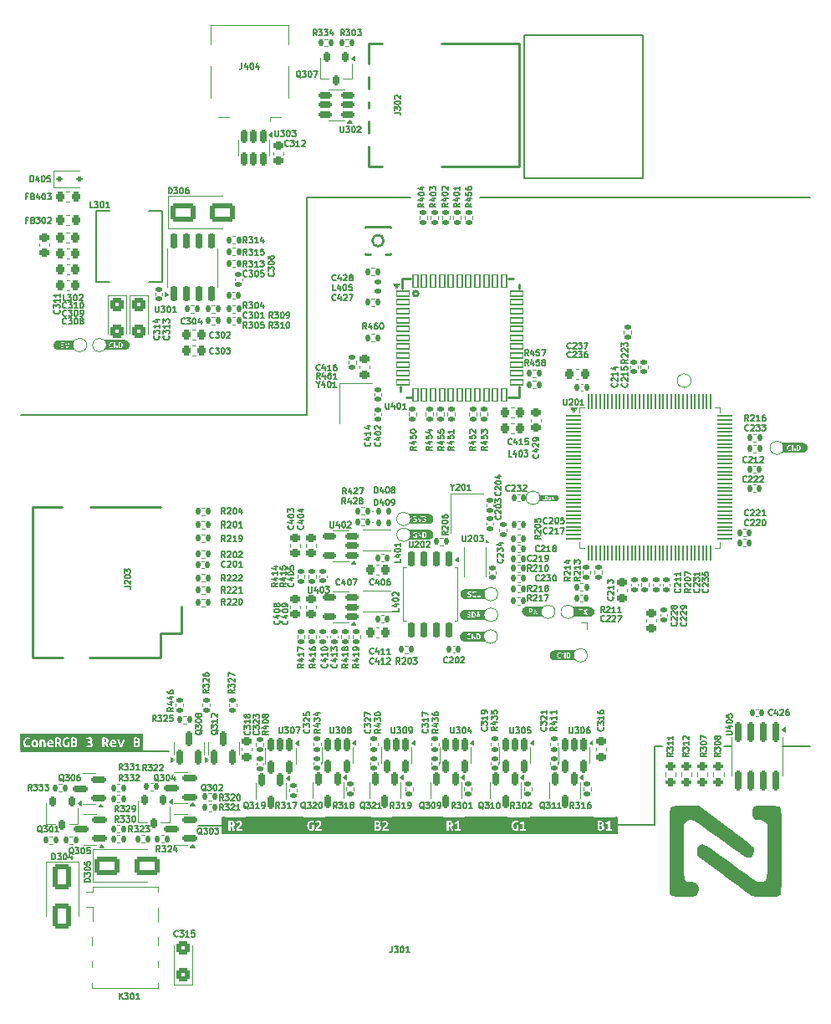
<source format=gbr>
%TF.GenerationSoftware,KiCad,Pcbnew,8.0.1*%
%TF.CreationDate,2024-03-23T09:32:29-06:00*%
%TF.ProjectId,underglow3,756e6465-7267-46c6-9f77-332e6b696361,rev?*%
%TF.SameCoordinates,Original*%
%TF.FileFunction,Legend,Top*%
%TF.FilePolarity,Positive*%
%FSLAX46Y46*%
G04 Gerber Fmt 4.6, Leading zero omitted, Abs format (unit mm)*
G04 Created by KiCad (PCBNEW 8.0.1) date 2024-03-23 09:32:29*
%MOMM*%
%LPD*%
G01*
G04 APERTURE LIST*
G04 Aperture macros list*
%AMRoundRect*
0 Rectangle with rounded corners*
0 $1 Rounding radius*
0 $2 $3 $4 $5 $6 $7 $8 $9 X,Y pos of 4 corners*
0 Add a 4 corners polygon primitive as box body*
4,1,4,$2,$3,$4,$5,$6,$7,$8,$9,$2,$3,0*
0 Add four circle primitives for the rounded corners*
1,1,$1+$1,$2,$3*
1,1,$1+$1,$4,$5*
1,1,$1+$1,$6,$7*
1,1,$1+$1,$8,$9*
0 Add four rect primitives between the rounded corners*
20,1,$1+$1,$2,$3,$4,$5,0*
20,1,$1+$1,$4,$5,$6,$7,0*
20,1,$1+$1,$6,$7,$8,$9,0*
20,1,$1+$1,$8,$9,$2,$3,0*%
G04 Aperture macros list end*
%ADD10C,0.150000*%
%ADD11C,0.000000*%
%ADD12C,0.120000*%
%ADD13C,0.254000*%
%ADD14C,0.100000*%
%ADD15C,0.119990*%
%ADD16C,0.059995*%
%ADD17C,0.152400*%
%ADD18C,1.000000*%
%ADD19C,1.200000*%
%ADD20R,1.600000X0.700000*%
%ADD21R,1.500000X1.200000*%
%ADD22R,2.200000X1.200000*%
%ADD23R,1.500000X1.600000*%
%ADD24RoundRect,0.135000X-0.135000X-0.185000X0.135000X-0.185000X0.135000X0.185000X-0.135000X0.185000X0*%
%ADD25C,1.500025*%
%ADD26R,3.000000X0.900000*%
%ADD27R,5.500000X2.050013*%
%ADD28RoundRect,0.140000X-0.140000X-0.170000X0.140000X-0.170000X0.140000X0.170000X-0.140000X0.170000X0*%
%ADD29RoundRect,0.150000X-0.150000X0.825000X-0.150000X-0.825000X0.150000X-0.825000X0.150000X0.825000X0*%
%ADD30RoundRect,0.135000X0.135000X0.185000X-0.135000X0.185000X-0.135000X-0.185000X0.135000X-0.185000X0*%
%ADD31RoundRect,0.150000X-0.150000X0.512500X-0.150000X-0.512500X0.150000X-0.512500X0.150000X0.512500X0*%
%ADD32RoundRect,0.140000X0.170000X-0.140000X0.170000X0.140000X-0.170000X0.140000X-0.170000X-0.140000X0*%
%ADD33RoundRect,0.250000X-0.650000X1.000000X-0.650000X-1.000000X0.650000X-1.000000X0.650000X1.000000X0*%
%ADD34RoundRect,0.225000X-0.250000X0.225000X-0.250000X-0.225000X0.250000X-0.225000X0.250000X0.225000X0*%
%ADD35RoundRect,0.150000X0.150000X-0.587500X0.150000X0.587500X-0.150000X0.587500X-0.150000X-0.587500X0*%
%ADD36RoundRect,0.150000X0.512500X0.150000X-0.512500X0.150000X-0.512500X-0.150000X0.512500X-0.150000X0*%
%ADD37RoundRect,0.135000X0.185000X-0.135000X0.185000X0.135000X-0.185000X0.135000X-0.185000X-0.135000X0*%
%ADD38RoundRect,0.140000X-0.170000X0.140000X-0.170000X-0.140000X0.170000X-0.140000X0.170000X0.140000X0*%
%ADD39RoundRect,0.218750X0.218750X0.256250X-0.218750X0.256250X-0.218750X-0.256250X0.218750X-0.256250X0*%
%ADD40RoundRect,0.135000X-0.185000X0.135000X-0.185000X-0.135000X0.185000X-0.135000X0.185000X0.135000X0*%
%ADD41RoundRect,0.140000X0.140000X0.170000X-0.140000X0.170000X-0.140000X-0.170000X0.140000X-0.170000X0*%
%ADD42RoundRect,0.200000X0.275000X-0.200000X0.275000X0.200000X-0.275000X0.200000X-0.275000X-0.200000X0*%
%ADD43RoundRect,0.150000X0.587500X0.150000X-0.587500X0.150000X-0.587500X-0.150000X0.587500X-0.150000X0*%
%ADD44RoundRect,0.225000X0.225000X0.250000X-0.225000X0.250000X-0.225000X-0.250000X0.225000X-0.250000X0*%
%ADD45RoundRect,0.062500X-0.675000X-0.062500X0.675000X-0.062500X0.675000X0.062500X-0.675000X0.062500X0*%
%ADD46RoundRect,0.062500X-0.062500X-0.675000X0.062500X-0.675000X0.062500X0.675000X-0.062500X0.675000X0*%
%ADD47RoundRect,0.381000X-0.762000X-0.381000X0.762000X-0.381000X0.762000X0.381000X-0.762000X0.381000X0*%
%ADD48RoundRect,0.225000X0.250000X-0.225000X0.250000X0.225000X-0.250000X0.225000X-0.250000X-0.225000X0*%
%ADD49RoundRect,0.218750X-0.218750X-0.256250X0.218750X-0.256250X0.218750X0.256250X-0.218750X0.256250X0*%
%ADD50C,3.000000*%
%ADD51RoundRect,0.225000X-0.225000X-0.250000X0.225000X-0.250000X0.225000X0.250000X-0.225000X0.250000X0*%
%ADD52RoundRect,0.175000X-0.175000X0.325000X-0.175000X-0.325000X0.175000X-0.325000X0.175000X0.325000X0*%
%ADD53RoundRect,0.150000X0.150000X-0.650000X0.150000X0.650000X-0.150000X0.650000X-0.150000X-0.650000X0*%
%ADD54R,3.100000X2.410000*%
%ADD55RoundRect,0.200000X-0.275000X0.200000X-0.275000X-0.200000X0.275000X-0.200000X0.275000X0.200000X0*%
%ADD56RoundRect,0.147500X-0.147500X-0.172500X0.147500X-0.172500X0.147500X0.172500X-0.147500X0.172500X0*%
%ADD57R,0.500000X2.000000*%
%ADD58R,2.000000X1.700000*%
%ADD59RoundRect,0.112500X-0.187500X-0.112500X0.187500X-0.112500X0.187500X0.112500X-0.187500X0.112500X0*%
%ADD60R,1.200000X1.400000*%
%ADD61RoundRect,0.250000X-1.000000X-0.650000X1.000000X-0.650000X1.000000X0.650000X-1.000000X0.650000X0*%
%ADD62R,1.800000X0.800000*%
%ADD63C,2.000000*%
%ADD64RoundRect,0.250000X-0.425000X0.450000X-0.425000X-0.450000X0.425000X-0.450000X0.425000X0.450000X0*%
%ADD65RoundRect,0.147500X-0.172500X0.147500X-0.172500X-0.147500X0.172500X-0.147500X0.172500X0.147500X0*%
%ADD66R,1.000000X1.050013*%
%ADD67R,1.050013X2.200000*%
%ADD68RoundRect,0.050000X-0.650000X-0.250000X0.650000X-0.250000X0.650000X0.250000X-0.650000X0.250000X0*%
%ADD69RoundRect,0.050000X0.250000X-0.650000X0.250000X0.650000X-0.250000X0.650000X-0.250000X-0.650000X0*%
%ADD70RoundRect,0.050000X0.650000X0.250000X-0.650000X0.250000X-0.650000X-0.250000X0.650000X-0.250000X0*%
%ADD71RoundRect,0.050000X-0.250000X0.650000X-0.250000X-0.650000X0.250000X-0.650000X0.250000X0.650000X0*%
%ADD72C,0.600000*%
%ADD73R,0.300000X0.750000*%
%ADD74R,1.500000X1.300000*%
%ADD75RoundRect,0.250000X0.425000X-0.450000X0.425000X0.450000X-0.425000X0.450000X-0.425000X-0.450000X0*%
%ADD76R,1.000000X1.720015*%
%ADD77C,0.990600*%
%ADD78C,0.787400*%
%ADD79RoundRect,0.150000X-0.150000X0.650000X-0.150000X-0.650000X0.150000X-0.650000X0.150000X0.650000X0*%
%ADD80R,3.620015X2.424003*%
G04 APERTURE END LIST*
D10*
X49606764Y48296618D02*
X49700000Y48296618D01*
X49700000Y47903382D01*
X49606764Y47903382D01*
X49606764Y48296618D01*
G36*
X49606764Y48296618D02*
G01*
X49700000Y48296618D01*
X49700000Y47903382D01*
X49606764Y47903382D01*
X49606764Y48296618D01*
G37*
X36574600Y44793236D02*
X36600000Y44793236D01*
X36600000Y44000000D01*
X36574600Y44000000D01*
X36574600Y44793236D01*
G36*
X36574600Y44793236D02*
G01*
X36600000Y44793236D01*
X36600000Y44000000D01*
X36574600Y44000000D01*
X36574600Y44793236D01*
G37*
X17450000Y14984627D02*
X15000000Y14984627D01*
X43700000Y36696618D02*
X43893236Y36696618D01*
X43893236Y35903382D01*
X43700000Y35903382D01*
X43700000Y36696618D01*
G36*
X43700000Y36696618D02*
G01*
X43893236Y36696618D01*
X43893236Y35903382D01*
X43700000Y35903382D01*
X43700000Y36696618D01*
G37*
X42000000Y15824273D02*
X46348546Y15824273D01*
X46348546Y14175727D01*
X42000000Y14175727D01*
X42000000Y15824273D01*
G36*
X42000000Y15824273D02*
G01*
X46348546Y15824273D01*
X46348546Y14175727D01*
X42000000Y14175727D01*
X42000000Y15824273D01*
G37*
X34650000Y15808900D02*
X39798546Y15808900D01*
X39798546Y14160354D01*
X34650000Y14160354D01*
X34650000Y15808900D01*
G36*
X34650000Y15808900D02*
G01*
X39798546Y15808900D01*
X39798546Y14160354D01*
X34650000Y14160354D01*
X34650000Y15808900D01*
G37*
X26000000Y78500000D02*
X36500000Y78500000D01*
X74200000Y23000000D02*
X77000000Y23000000D01*
X43736559Y38796669D02*
X43929795Y38796669D01*
X43929795Y38003433D01*
X43736559Y38003433D01*
X43736559Y38796669D01*
G36*
X43736559Y38796669D02*
G01*
X43929795Y38796669D01*
X43929795Y38003433D01*
X43736559Y38003433D01*
X43736559Y38796669D01*
G37*
X43700000Y34496618D02*
X43893236Y34496618D01*
X43893236Y33703382D01*
X43700000Y33703382D01*
X43700000Y34496618D01*
G36*
X43700000Y34496618D02*
G01*
X43893236Y34496618D01*
X43893236Y33703382D01*
X43700000Y33703382D01*
X43700000Y34496618D01*
G37*
X49536559Y37046618D02*
X49729795Y37046618D01*
X49729795Y36253382D01*
X49536559Y36253382D01*
X49536559Y37046618D01*
G36*
X49536559Y37046618D02*
G01*
X49729795Y37046618D01*
X49729795Y36253382D01*
X49536559Y36253382D01*
X49536559Y37046618D01*
G37*
X74279794Y53596618D02*
X74473030Y53596618D01*
X74473030Y52803382D01*
X74279794Y52803382D01*
X74279794Y53596618D01*
G36*
X74279794Y53596618D02*
G01*
X74473030Y53596618D01*
X74473030Y52803382D01*
X74279794Y52803382D01*
X74279794Y53596618D01*
G37*
X57250000Y15824273D02*
X57398546Y15824273D01*
X57398546Y14175727D01*
X57250000Y14175727D01*
X57250000Y15824273D01*
G36*
X57250000Y15824273D02*
G01*
X57398546Y15824273D01*
X57398546Y14175727D01*
X57250000Y14175727D01*
X57250000Y15824273D01*
G37*
X27850000Y15808900D02*
X32498546Y15808900D01*
X32498546Y14160354D01*
X27850000Y14160354D01*
X27850000Y15808900D01*
G36*
X27850000Y15808900D02*
G01*
X32498546Y15808900D01*
X32498546Y14160354D01*
X27850000Y14160354D01*
X27850000Y15808900D01*
G37*
X5806764Y63996618D02*
X5832164Y63996618D01*
X5832164Y63203382D01*
X5806764Y63203382D01*
X5806764Y63996618D01*
G36*
X5806764Y63996618D02*
G01*
X5832164Y63996618D01*
X5832164Y63203382D01*
X5806764Y63203382D01*
X5806764Y63996618D01*
G37*
X48000000Y95000000D02*
X60000000Y95000000D01*
X60000000Y80500000D01*
X48000000Y80500000D01*
X48000000Y95000000D01*
X26000000Y56500000D02*
X26000000Y78500000D01*
X68200000Y23000000D02*
X69000000Y23000000D01*
X2106764Y63993236D02*
X2300000Y63993236D01*
X2300000Y63200000D01*
X2106764Y63200000D01*
X2106764Y63993236D01*
G36*
X2106764Y63993236D02*
G01*
X2300000Y63993236D01*
X2300000Y63200000D01*
X2106764Y63200000D01*
X2106764Y63993236D01*
G37*
X12000000Y22500000D02*
X-3000000Y22500000D01*
X52806764Y32596618D02*
X53000000Y32596618D01*
X53000000Y31803382D01*
X52806764Y31803382D01*
X52806764Y32596618D01*
G36*
X52806764Y32596618D02*
G01*
X53000000Y32596618D01*
X53000000Y31803382D01*
X52806764Y31803382D01*
X52806764Y32596618D01*
G37*
X57398546Y15000000D02*
X61200000Y15000000D01*
X53117015Y36996618D02*
X53310251Y36996618D01*
X53310251Y36203382D01*
X53117015Y36203382D01*
X53117015Y36996618D01*
G36*
X53117015Y36996618D02*
G01*
X53310251Y36996618D01*
X53310251Y36203382D01*
X53117015Y36203382D01*
X53117015Y36996618D01*
G37*
X48600000Y15824273D02*
X55048546Y15824273D01*
X55048546Y14175727D01*
X48600000Y14175727D01*
X48600000Y15824273D01*
G36*
X48600000Y15824273D02*
G01*
X55048546Y15824273D01*
X55048546Y14175727D01*
X48600000Y14175727D01*
X48600000Y15824273D01*
G37*
X61200000Y15000000D02*
X61200000Y23000000D01*
X19825727Y15808900D02*
X25674273Y15808900D01*
X25674273Y14160354D01*
X19825727Y14160354D01*
X19825727Y15808900D01*
G36*
X19825727Y15808900D02*
G01*
X25674273Y15808900D01*
X25674273Y14160354D01*
X19825727Y14160354D01*
X19825727Y15808900D01*
G37*
X61200000Y23000000D02*
X62000000Y23000000D01*
X43500000Y78500000D02*
X77000000Y78500000D01*
X17450000Y15808900D02*
X17698546Y15808900D01*
X17698546Y14160354D01*
X17450000Y14160354D01*
X17450000Y15808900D01*
G36*
X17450000Y15808900D02*
G01*
X17698546Y15808900D01*
X17698546Y14160354D01*
X17450000Y14160354D01*
X17450000Y15808900D01*
G37*
X-3000000Y56500000D02*
X26000000Y56500000D01*
X7533309Y39178635D02*
X7961880Y39178635D01*
X7961880Y39178635D02*
X8047595Y39150064D01*
X8047595Y39150064D02*
X8104738Y39092921D01*
X8104738Y39092921D02*
X8133309Y39007207D01*
X8133309Y39007207D02*
X8133309Y38950064D01*
X7590452Y39435778D02*
X7561880Y39464350D01*
X7561880Y39464350D02*
X7533309Y39521492D01*
X7533309Y39521492D02*
X7533309Y39664350D01*
X7533309Y39664350D02*
X7561880Y39721492D01*
X7561880Y39721492D02*
X7590452Y39750064D01*
X7590452Y39750064D02*
X7647595Y39778635D01*
X7647595Y39778635D02*
X7704738Y39778635D01*
X7704738Y39778635D02*
X7790452Y39750064D01*
X7790452Y39750064D02*
X8133309Y39407207D01*
X8133309Y39407207D02*
X8133309Y39778635D01*
X7533309Y40150064D02*
X7533309Y40207207D01*
X7533309Y40207207D02*
X7561880Y40264350D01*
X7561880Y40264350D02*
X7590452Y40292921D01*
X7590452Y40292921D02*
X7647595Y40321493D01*
X7647595Y40321493D02*
X7761880Y40350064D01*
X7761880Y40350064D02*
X7904738Y40350064D01*
X7904738Y40350064D02*
X8019023Y40321493D01*
X8019023Y40321493D02*
X8076166Y40292921D01*
X8076166Y40292921D02*
X8104738Y40264350D01*
X8104738Y40264350D02*
X8133309Y40207207D01*
X8133309Y40207207D02*
X8133309Y40150064D01*
X8133309Y40150064D02*
X8104738Y40092921D01*
X8104738Y40092921D02*
X8076166Y40064350D01*
X8076166Y40064350D02*
X8019023Y40035779D01*
X8019023Y40035779D02*
X7904738Y40007207D01*
X7904738Y40007207D02*
X7761880Y40007207D01*
X7761880Y40007207D02*
X7647595Y40035779D01*
X7647595Y40035779D02*
X7590452Y40064350D01*
X7590452Y40064350D02*
X7561880Y40092921D01*
X7561880Y40092921D02*
X7533309Y40150064D01*
X7533309Y40550065D02*
X7533309Y40921493D01*
X7533309Y40921493D02*
X7761880Y40721493D01*
X7761880Y40721493D02*
X7761880Y40807208D01*
X7761880Y40807208D02*
X7790452Y40864350D01*
X7790452Y40864350D02*
X7819023Y40892922D01*
X7819023Y40892922D02*
X7876166Y40921493D01*
X7876166Y40921493D02*
X8019023Y40921493D01*
X8019023Y40921493D02*
X8076166Y40892922D01*
X8076166Y40892922D02*
X8104738Y40864350D01*
X8104738Y40864350D02*
X8133309Y40807208D01*
X8133309Y40807208D02*
X8133309Y40635779D01*
X8133309Y40635779D02*
X8104738Y40578636D01*
X8104738Y40578636D02*
X8076166Y40550065D01*
X35428571Y31330229D02*
X35228571Y31615943D01*
X35085714Y31330229D02*
X35085714Y31930229D01*
X35085714Y31930229D02*
X35314285Y31930229D01*
X35314285Y31930229D02*
X35371428Y31901658D01*
X35371428Y31901658D02*
X35399999Y31873086D01*
X35399999Y31873086D02*
X35428571Y31815943D01*
X35428571Y31815943D02*
X35428571Y31730229D01*
X35428571Y31730229D02*
X35399999Y31673086D01*
X35399999Y31673086D02*
X35371428Y31644515D01*
X35371428Y31644515D02*
X35314285Y31615943D01*
X35314285Y31615943D02*
X35085714Y31615943D01*
X35657142Y31873086D02*
X35685714Y31901658D01*
X35685714Y31901658D02*
X35742857Y31930229D01*
X35742857Y31930229D02*
X35885714Y31930229D01*
X35885714Y31930229D02*
X35942857Y31901658D01*
X35942857Y31901658D02*
X35971428Y31873086D01*
X35971428Y31873086D02*
X35999999Y31815943D01*
X35999999Y31815943D02*
X35999999Y31758800D01*
X35999999Y31758800D02*
X35971428Y31673086D01*
X35971428Y31673086D02*
X35628571Y31330229D01*
X35628571Y31330229D02*
X35999999Y31330229D01*
X36371428Y31930229D02*
X36428571Y31930229D01*
X36428571Y31930229D02*
X36485714Y31901658D01*
X36485714Y31901658D02*
X36514286Y31873086D01*
X36514286Y31873086D02*
X36542857Y31815943D01*
X36542857Y31815943D02*
X36571428Y31701658D01*
X36571428Y31701658D02*
X36571428Y31558800D01*
X36571428Y31558800D02*
X36542857Y31444515D01*
X36542857Y31444515D02*
X36514286Y31387372D01*
X36514286Y31387372D02*
X36485714Y31358800D01*
X36485714Y31358800D02*
X36428571Y31330229D01*
X36428571Y31330229D02*
X36371428Y31330229D01*
X36371428Y31330229D02*
X36314286Y31358800D01*
X36314286Y31358800D02*
X36285714Y31387372D01*
X36285714Y31387372D02*
X36257143Y31444515D01*
X36257143Y31444515D02*
X36228571Y31558800D01*
X36228571Y31558800D02*
X36228571Y31701658D01*
X36228571Y31701658D02*
X36257143Y31815943D01*
X36257143Y31815943D02*
X36285714Y31873086D01*
X36285714Y31873086D02*
X36314286Y31901658D01*
X36314286Y31901658D02*
X36371428Y31930229D01*
X36771429Y31930229D02*
X37142857Y31930229D01*
X37142857Y31930229D02*
X36942857Y31701658D01*
X36942857Y31701658D02*
X37028572Y31701658D01*
X37028572Y31701658D02*
X37085715Y31673086D01*
X37085715Y31673086D02*
X37114286Y31644515D01*
X37114286Y31644515D02*
X37142857Y31587372D01*
X37142857Y31587372D02*
X37142857Y31444515D01*
X37142857Y31444515D02*
X37114286Y31387372D01*
X37114286Y31387372D02*
X37085715Y31358800D01*
X37085715Y31358800D02*
X37028572Y31330229D01*
X37028572Y31330229D02*
X36857143Y31330229D01*
X36857143Y31330229D02*
X36800000Y31358800D01*
X36800000Y31358800D02*
X36771429Y31387372D01*
X34869771Y87128571D02*
X35298342Y87128571D01*
X35298342Y87128571D02*
X35384057Y87100000D01*
X35384057Y87100000D02*
X35441200Y87042857D01*
X35441200Y87042857D02*
X35469771Y86957143D01*
X35469771Y86957143D02*
X35469771Y86900000D01*
X34869771Y87357143D02*
X34869771Y87728571D01*
X34869771Y87728571D02*
X35098342Y87528571D01*
X35098342Y87528571D02*
X35098342Y87614286D01*
X35098342Y87614286D02*
X35126914Y87671428D01*
X35126914Y87671428D02*
X35155485Y87700000D01*
X35155485Y87700000D02*
X35212628Y87728571D01*
X35212628Y87728571D02*
X35355485Y87728571D01*
X35355485Y87728571D02*
X35412628Y87700000D01*
X35412628Y87700000D02*
X35441200Y87671428D01*
X35441200Y87671428D02*
X35469771Y87614286D01*
X35469771Y87614286D02*
X35469771Y87442857D01*
X35469771Y87442857D02*
X35441200Y87385714D01*
X35441200Y87385714D02*
X35412628Y87357143D01*
X34869771Y88100000D02*
X34869771Y88157143D01*
X34869771Y88157143D02*
X34898342Y88214286D01*
X34898342Y88214286D02*
X34926914Y88242857D01*
X34926914Y88242857D02*
X34984057Y88271429D01*
X34984057Y88271429D02*
X35098342Y88300000D01*
X35098342Y88300000D02*
X35241200Y88300000D01*
X35241200Y88300000D02*
X35355485Y88271429D01*
X35355485Y88271429D02*
X35412628Y88242857D01*
X35412628Y88242857D02*
X35441200Y88214286D01*
X35441200Y88214286D02*
X35469771Y88157143D01*
X35469771Y88157143D02*
X35469771Y88100000D01*
X35469771Y88100000D02*
X35441200Y88042857D01*
X35441200Y88042857D02*
X35412628Y88014286D01*
X35412628Y88014286D02*
X35355485Y87985715D01*
X35355485Y87985715D02*
X35241200Y87957143D01*
X35241200Y87957143D02*
X35098342Y87957143D01*
X35098342Y87957143D02*
X34984057Y87985715D01*
X34984057Y87985715D02*
X34926914Y88014286D01*
X34926914Y88014286D02*
X34898342Y88042857D01*
X34898342Y88042857D02*
X34869771Y88100000D01*
X34926914Y88528572D02*
X34898342Y88557144D01*
X34898342Y88557144D02*
X34869771Y88614286D01*
X34869771Y88614286D02*
X34869771Y88757144D01*
X34869771Y88757144D02*
X34898342Y88814286D01*
X34898342Y88814286D02*
X34926914Y88842858D01*
X34926914Y88842858D02*
X34984057Y88871429D01*
X34984057Y88871429D02*
X35041200Y88871429D01*
X35041200Y88871429D02*
X35126914Y88842858D01*
X35126914Y88842858D02*
X35469771Y88500001D01*
X35469771Y88500001D02*
X35469771Y88871429D01*
X40228571Y31487372D02*
X40199999Y31458800D01*
X40199999Y31458800D02*
X40114285Y31430229D01*
X40114285Y31430229D02*
X40057142Y31430229D01*
X40057142Y31430229D02*
X39971428Y31458800D01*
X39971428Y31458800D02*
X39914285Y31515943D01*
X39914285Y31515943D02*
X39885714Y31573086D01*
X39885714Y31573086D02*
X39857142Y31687372D01*
X39857142Y31687372D02*
X39857142Y31773086D01*
X39857142Y31773086D02*
X39885714Y31887372D01*
X39885714Y31887372D02*
X39914285Y31944515D01*
X39914285Y31944515D02*
X39971428Y32001658D01*
X39971428Y32001658D02*
X40057142Y32030229D01*
X40057142Y32030229D02*
X40114285Y32030229D01*
X40114285Y32030229D02*
X40199999Y32001658D01*
X40199999Y32001658D02*
X40228571Y31973086D01*
X40457142Y31973086D02*
X40485714Y32001658D01*
X40485714Y32001658D02*
X40542857Y32030229D01*
X40542857Y32030229D02*
X40685714Y32030229D01*
X40685714Y32030229D02*
X40742857Y32001658D01*
X40742857Y32001658D02*
X40771428Y31973086D01*
X40771428Y31973086D02*
X40799999Y31915943D01*
X40799999Y31915943D02*
X40799999Y31858800D01*
X40799999Y31858800D02*
X40771428Y31773086D01*
X40771428Y31773086D02*
X40428571Y31430229D01*
X40428571Y31430229D02*
X40799999Y31430229D01*
X41171428Y32030229D02*
X41228571Y32030229D01*
X41228571Y32030229D02*
X41285714Y32001658D01*
X41285714Y32001658D02*
X41314286Y31973086D01*
X41314286Y31973086D02*
X41342857Y31915943D01*
X41342857Y31915943D02*
X41371428Y31801658D01*
X41371428Y31801658D02*
X41371428Y31658800D01*
X41371428Y31658800D02*
X41342857Y31544515D01*
X41342857Y31544515D02*
X41314286Y31487372D01*
X41314286Y31487372D02*
X41285714Y31458800D01*
X41285714Y31458800D02*
X41228571Y31430229D01*
X41228571Y31430229D02*
X41171428Y31430229D01*
X41171428Y31430229D02*
X41114286Y31458800D01*
X41114286Y31458800D02*
X41085714Y31487372D01*
X41085714Y31487372D02*
X41057143Y31544515D01*
X41057143Y31544515D02*
X41028571Y31658800D01*
X41028571Y31658800D02*
X41028571Y31801658D01*
X41028571Y31801658D02*
X41057143Y31915943D01*
X41057143Y31915943D02*
X41085714Y31973086D01*
X41085714Y31973086D02*
X41114286Y32001658D01*
X41114286Y32001658D02*
X41171428Y32030229D01*
X41600000Y31973086D02*
X41628572Y32001658D01*
X41628572Y32001658D02*
X41685715Y32030229D01*
X41685715Y32030229D02*
X41828572Y32030229D01*
X41828572Y32030229D02*
X41885715Y32001658D01*
X41885715Y32001658D02*
X41914286Y31973086D01*
X41914286Y31973086D02*
X41942857Y31915943D01*
X41942857Y31915943D02*
X41942857Y31858800D01*
X41942857Y31858800D02*
X41914286Y31773086D01*
X41914286Y31773086D02*
X41571429Y31430229D01*
X41571429Y31430229D02*
X41942857Y31430229D01*
X29928571Y47530229D02*
X29728571Y47815943D01*
X29585714Y47530229D02*
X29585714Y48130229D01*
X29585714Y48130229D02*
X29814285Y48130229D01*
X29814285Y48130229D02*
X29871428Y48101658D01*
X29871428Y48101658D02*
X29899999Y48073086D01*
X29899999Y48073086D02*
X29928571Y48015943D01*
X29928571Y48015943D02*
X29928571Y47930229D01*
X29928571Y47930229D02*
X29899999Y47873086D01*
X29899999Y47873086D02*
X29871428Y47844515D01*
X29871428Y47844515D02*
X29814285Y47815943D01*
X29814285Y47815943D02*
X29585714Y47815943D01*
X30442857Y47930229D02*
X30442857Y47530229D01*
X30299999Y48158800D02*
X30157142Y47730229D01*
X30157142Y47730229D02*
X30528571Y47730229D01*
X30728571Y48073086D02*
X30757143Y48101658D01*
X30757143Y48101658D02*
X30814286Y48130229D01*
X30814286Y48130229D02*
X30957143Y48130229D01*
X30957143Y48130229D02*
X31014286Y48101658D01*
X31014286Y48101658D02*
X31042857Y48073086D01*
X31042857Y48073086D02*
X31071428Y48015943D01*
X31071428Y48015943D02*
X31071428Y47958800D01*
X31071428Y47958800D02*
X31042857Y47873086D01*
X31042857Y47873086D02*
X30700000Y47530229D01*
X30700000Y47530229D02*
X31071428Y47530229D01*
X31414286Y47873086D02*
X31357143Y47901658D01*
X31357143Y47901658D02*
X31328572Y47930229D01*
X31328572Y47930229D02*
X31300000Y47987372D01*
X31300000Y47987372D02*
X31300000Y48015943D01*
X31300000Y48015943D02*
X31328572Y48073086D01*
X31328572Y48073086D02*
X31357143Y48101658D01*
X31357143Y48101658D02*
X31414286Y48130229D01*
X31414286Y48130229D02*
X31528572Y48130229D01*
X31528572Y48130229D02*
X31585715Y48101658D01*
X31585715Y48101658D02*
X31614286Y48073086D01*
X31614286Y48073086D02*
X31642857Y48015943D01*
X31642857Y48015943D02*
X31642857Y47987372D01*
X31642857Y47987372D02*
X31614286Y47930229D01*
X31614286Y47930229D02*
X31585715Y47901658D01*
X31585715Y47901658D02*
X31528572Y47873086D01*
X31528572Y47873086D02*
X31414286Y47873086D01*
X31414286Y47873086D02*
X31357143Y47844515D01*
X31357143Y47844515D02*
X31328572Y47815943D01*
X31328572Y47815943D02*
X31300000Y47758800D01*
X31300000Y47758800D02*
X31300000Y47644515D01*
X31300000Y47644515D02*
X31328572Y47587372D01*
X31328572Y47587372D02*
X31357143Y47558800D01*
X31357143Y47558800D02*
X31414286Y47530229D01*
X31414286Y47530229D02*
X31528572Y47530229D01*
X31528572Y47530229D02*
X31585715Y47558800D01*
X31585715Y47558800D02*
X31614286Y47587372D01*
X31614286Y47587372D02*
X31642857Y47644515D01*
X31642857Y47644515D02*
X31642857Y47758800D01*
X31642857Y47758800D02*
X31614286Y47815943D01*
X31614286Y47815943D02*
X31585715Y47844515D01*
X31585715Y47844515D02*
X31528572Y47873086D01*
X68469771Y24171429D02*
X68955485Y24171429D01*
X68955485Y24171429D02*
X69012628Y24200000D01*
X69012628Y24200000D02*
X69041200Y24228571D01*
X69041200Y24228571D02*
X69069771Y24285714D01*
X69069771Y24285714D02*
X69069771Y24400000D01*
X69069771Y24400000D02*
X69041200Y24457143D01*
X69041200Y24457143D02*
X69012628Y24485714D01*
X69012628Y24485714D02*
X68955485Y24514286D01*
X68955485Y24514286D02*
X68469771Y24514286D01*
X68669771Y25057142D02*
X69069771Y25057142D01*
X68441200Y24914285D02*
X68869771Y24771428D01*
X68869771Y24771428D02*
X68869771Y25142857D01*
X68469771Y25485714D02*
X68469771Y25542857D01*
X68469771Y25542857D02*
X68498342Y25600000D01*
X68498342Y25600000D02*
X68526914Y25628571D01*
X68526914Y25628571D02*
X68584057Y25657143D01*
X68584057Y25657143D02*
X68698342Y25685714D01*
X68698342Y25685714D02*
X68841200Y25685714D01*
X68841200Y25685714D02*
X68955485Y25657143D01*
X68955485Y25657143D02*
X69012628Y25628571D01*
X69012628Y25628571D02*
X69041200Y25600000D01*
X69041200Y25600000D02*
X69069771Y25542857D01*
X69069771Y25542857D02*
X69069771Y25485714D01*
X69069771Y25485714D02*
X69041200Y25428571D01*
X69041200Y25428571D02*
X69012628Y25400000D01*
X69012628Y25400000D02*
X68955485Y25371429D01*
X68955485Y25371429D02*
X68841200Y25342857D01*
X68841200Y25342857D02*
X68698342Y25342857D01*
X68698342Y25342857D02*
X68584057Y25371429D01*
X68584057Y25371429D02*
X68526914Y25400000D01*
X68526914Y25400000D02*
X68498342Y25428571D01*
X68498342Y25428571D02*
X68469771Y25485714D01*
X68469771Y26228572D02*
X68469771Y25942858D01*
X68469771Y25942858D02*
X68755485Y25914286D01*
X68755485Y25914286D02*
X68726914Y25942858D01*
X68726914Y25942858D02*
X68698342Y26000000D01*
X68698342Y26000000D02*
X68698342Y26142858D01*
X68698342Y26142858D02*
X68726914Y26200000D01*
X68726914Y26200000D02*
X68755485Y26228572D01*
X68755485Y26228572D02*
X68812628Y26257143D01*
X68812628Y26257143D02*
X68955485Y26257143D01*
X68955485Y26257143D02*
X69012628Y26228572D01*
X69012628Y26228572D02*
X69041200Y26200000D01*
X69041200Y26200000D02*
X69069771Y26142858D01*
X69069771Y26142858D02*
X69069771Y26000000D01*
X69069771Y26000000D02*
X69041200Y25942858D01*
X69041200Y25942858D02*
X69012628Y25914286D01*
X6928571Y15330229D02*
X6728571Y15615943D01*
X6585714Y15330229D02*
X6585714Y15930229D01*
X6585714Y15930229D02*
X6814285Y15930229D01*
X6814285Y15930229D02*
X6871428Y15901658D01*
X6871428Y15901658D02*
X6899999Y15873086D01*
X6899999Y15873086D02*
X6928571Y15815943D01*
X6928571Y15815943D02*
X6928571Y15730229D01*
X6928571Y15730229D02*
X6899999Y15673086D01*
X6899999Y15673086D02*
X6871428Y15644515D01*
X6871428Y15644515D02*
X6814285Y15615943D01*
X6814285Y15615943D02*
X6585714Y15615943D01*
X7128571Y15930229D02*
X7499999Y15930229D01*
X7499999Y15930229D02*
X7299999Y15701658D01*
X7299999Y15701658D02*
X7385714Y15701658D01*
X7385714Y15701658D02*
X7442857Y15673086D01*
X7442857Y15673086D02*
X7471428Y15644515D01*
X7471428Y15644515D02*
X7499999Y15587372D01*
X7499999Y15587372D02*
X7499999Y15444515D01*
X7499999Y15444515D02*
X7471428Y15387372D01*
X7471428Y15387372D02*
X7442857Y15358800D01*
X7442857Y15358800D02*
X7385714Y15330229D01*
X7385714Y15330229D02*
X7214285Y15330229D01*
X7214285Y15330229D02*
X7157142Y15358800D01*
X7157142Y15358800D02*
X7128571Y15387372D01*
X7700000Y15930229D02*
X8071428Y15930229D01*
X8071428Y15930229D02*
X7871428Y15701658D01*
X7871428Y15701658D02*
X7957143Y15701658D01*
X7957143Y15701658D02*
X8014286Y15673086D01*
X8014286Y15673086D02*
X8042857Y15644515D01*
X8042857Y15644515D02*
X8071428Y15587372D01*
X8071428Y15587372D02*
X8071428Y15444515D01*
X8071428Y15444515D02*
X8042857Y15387372D01*
X8042857Y15387372D02*
X8014286Y15358800D01*
X8014286Y15358800D02*
X7957143Y15330229D01*
X7957143Y15330229D02*
X7785714Y15330229D01*
X7785714Y15330229D02*
X7728571Y15358800D01*
X7728571Y15358800D02*
X7700000Y15387372D01*
X8442857Y15930229D02*
X8500000Y15930229D01*
X8500000Y15930229D02*
X8557143Y15901658D01*
X8557143Y15901658D02*
X8585715Y15873086D01*
X8585715Y15873086D02*
X8614286Y15815943D01*
X8614286Y15815943D02*
X8642857Y15701658D01*
X8642857Y15701658D02*
X8642857Y15558800D01*
X8642857Y15558800D02*
X8614286Y15444515D01*
X8614286Y15444515D02*
X8585715Y15387372D01*
X8585715Y15387372D02*
X8557143Y15358800D01*
X8557143Y15358800D02*
X8500000Y15330229D01*
X8500000Y15330229D02*
X8442857Y15330229D01*
X8442857Y15330229D02*
X8385715Y15358800D01*
X8385715Y15358800D02*
X8357143Y15387372D01*
X8357143Y15387372D02*
X8328572Y15444515D01*
X8328572Y15444515D02*
X8300000Y15558800D01*
X8300000Y15558800D02*
X8300000Y15701658D01*
X8300000Y15701658D02*
X8328572Y15815943D01*
X8328572Y15815943D02*
X8357143Y15873086D01*
X8357143Y15873086D02*
X8385715Y15901658D01*
X8385715Y15901658D02*
X8442857Y15930229D01*
X37871428Y16673086D02*
X37814285Y16701658D01*
X37814285Y16701658D02*
X37757142Y16758800D01*
X37757142Y16758800D02*
X37671428Y16844515D01*
X37671428Y16844515D02*
X37614285Y16873086D01*
X37614285Y16873086D02*
X37557142Y16873086D01*
X37585713Y16730229D02*
X37528571Y16758800D01*
X37528571Y16758800D02*
X37471428Y16815943D01*
X37471428Y16815943D02*
X37442856Y16930229D01*
X37442856Y16930229D02*
X37442856Y17130229D01*
X37442856Y17130229D02*
X37471428Y17244515D01*
X37471428Y17244515D02*
X37528571Y17301658D01*
X37528571Y17301658D02*
X37585713Y17330229D01*
X37585713Y17330229D02*
X37699999Y17330229D01*
X37699999Y17330229D02*
X37757142Y17301658D01*
X37757142Y17301658D02*
X37814285Y17244515D01*
X37814285Y17244515D02*
X37842856Y17130229D01*
X37842856Y17130229D02*
X37842856Y16930229D01*
X37842856Y16930229D02*
X37814285Y16815943D01*
X37814285Y16815943D02*
X37757142Y16758800D01*
X37757142Y16758800D02*
X37699999Y16730229D01*
X37699999Y16730229D02*
X37585713Y16730229D01*
X38042856Y17330229D02*
X38414284Y17330229D01*
X38414284Y17330229D02*
X38214284Y17101658D01*
X38214284Y17101658D02*
X38299999Y17101658D01*
X38299999Y17101658D02*
X38357142Y17073086D01*
X38357142Y17073086D02*
X38385713Y17044515D01*
X38385713Y17044515D02*
X38414284Y16987372D01*
X38414284Y16987372D02*
X38414284Y16844515D01*
X38414284Y16844515D02*
X38385713Y16787372D01*
X38385713Y16787372D02*
X38357142Y16758800D01*
X38357142Y16758800D02*
X38299999Y16730229D01*
X38299999Y16730229D02*
X38128570Y16730229D01*
X38128570Y16730229D02*
X38071427Y16758800D01*
X38071427Y16758800D02*
X38042856Y16787372D01*
X38785713Y17330229D02*
X38842856Y17330229D01*
X38842856Y17330229D02*
X38899999Y17301658D01*
X38899999Y17301658D02*
X38928571Y17273086D01*
X38928571Y17273086D02*
X38957142Y17215943D01*
X38957142Y17215943D02*
X38985713Y17101658D01*
X38985713Y17101658D02*
X38985713Y16958800D01*
X38985713Y16958800D02*
X38957142Y16844515D01*
X38957142Y16844515D02*
X38928571Y16787372D01*
X38928571Y16787372D02*
X38899999Y16758800D01*
X38899999Y16758800D02*
X38842856Y16730229D01*
X38842856Y16730229D02*
X38785713Y16730229D01*
X38785713Y16730229D02*
X38728571Y16758800D01*
X38728571Y16758800D02*
X38699999Y16787372D01*
X38699999Y16787372D02*
X38671428Y16844515D01*
X38671428Y16844515D02*
X38642856Y16958800D01*
X38642856Y16958800D02*
X38642856Y17101658D01*
X38642856Y17101658D02*
X38671428Y17215943D01*
X38671428Y17215943D02*
X38699999Y17273086D01*
X38699999Y17273086D02*
X38728571Y17301658D01*
X38728571Y17301658D02*
X38785713Y17330229D01*
X39271428Y16730229D02*
X39385714Y16730229D01*
X39385714Y16730229D02*
X39442857Y16758800D01*
X39442857Y16758800D02*
X39471428Y16787372D01*
X39471428Y16787372D02*
X39528571Y16873086D01*
X39528571Y16873086D02*
X39557142Y16987372D01*
X39557142Y16987372D02*
X39557142Y17215943D01*
X39557142Y17215943D02*
X39528571Y17273086D01*
X39528571Y17273086D02*
X39500000Y17301658D01*
X39500000Y17301658D02*
X39442857Y17330229D01*
X39442857Y17330229D02*
X39328571Y17330229D01*
X39328571Y17330229D02*
X39271428Y17301658D01*
X39271428Y17301658D02*
X39242857Y17273086D01*
X39242857Y17273086D02*
X39214285Y17215943D01*
X39214285Y17215943D02*
X39214285Y17073086D01*
X39214285Y17073086D02*
X39242857Y17015943D01*
X39242857Y17015943D02*
X39271428Y16987372D01*
X39271428Y16987372D02*
X39328571Y16958800D01*
X39328571Y16958800D02*
X39442857Y16958800D01*
X39442857Y16958800D02*
X39500000Y16987372D01*
X39500000Y16987372D02*
X39528571Y17015943D01*
X39528571Y17015943D02*
X39557142Y17073086D01*
X33412628Y53728572D02*
X33441200Y53700000D01*
X33441200Y53700000D02*
X33469771Y53614286D01*
X33469771Y53614286D02*
X33469771Y53557143D01*
X33469771Y53557143D02*
X33441200Y53471429D01*
X33441200Y53471429D02*
X33384057Y53414286D01*
X33384057Y53414286D02*
X33326914Y53385715D01*
X33326914Y53385715D02*
X33212628Y53357143D01*
X33212628Y53357143D02*
X33126914Y53357143D01*
X33126914Y53357143D02*
X33012628Y53385715D01*
X33012628Y53385715D02*
X32955485Y53414286D01*
X32955485Y53414286D02*
X32898342Y53471429D01*
X32898342Y53471429D02*
X32869771Y53557143D01*
X32869771Y53557143D02*
X32869771Y53614286D01*
X32869771Y53614286D02*
X32898342Y53700000D01*
X32898342Y53700000D02*
X32926914Y53728572D01*
X33069771Y54242857D02*
X33469771Y54242857D01*
X32841200Y54100000D02*
X33269771Y53957143D01*
X33269771Y53957143D02*
X33269771Y54328572D01*
X32869771Y54671429D02*
X32869771Y54728572D01*
X32869771Y54728572D02*
X32898342Y54785715D01*
X32898342Y54785715D02*
X32926914Y54814286D01*
X32926914Y54814286D02*
X32984057Y54842858D01*
X32984057Y54842858D02*
X33098342Y54871429D01*
X33098342Y54871429D02*
X33241200Y54871429D01*
X33241200Y54871429D02*
X33355485Y54842858D01*
X33355485Y54842858D02*
X33412628Y54814286D01*
X33412628Y54814286D02*
X33441200Y54785715D01*
X33441200Y54785715D02*
X33469771Y54728572D01*
X33469771Y54728572D02*
X33469771Y54671429D01*
X33469771Y54671429D02*
X33441200Y54614286D01*
X33441200Y54614286D02*
X33412628Y54585715D01*
X33412628Y54585715D02*
X33355485Y54557144D01*
X33355485Y54557144D02*
X33241200Y54528572D01*
X33241200Y54528572D02*
X33098342Y54528572D01*
X33098342Y54528572D02*
X32984057Y54557144D01*
X32984057Y54557144D02*
X32926914Y54585715D01*
X32926914Y54585715D02*
X32898342Y54614286D01*
X32898342Y54614286D02*
X32869771Y54671429D01*
X32926914Y55100001D02*
X32898342Y55128573D01*
X32898342Y55128573D02*
X32869771Y55185715D01*
X32869771Y55185715D02*
X32869771Y55328573D01*
X32869771Y55328573D02*
X32898342Y55385715D01*
X32898342Y55385715D02*
X32926914Y55414287D01*
X32926914Y55414287D02*
X32984057Y55442858D01*
X32984057Y55442858D02*
X33041200Y55442858D01*
X33041200Y55442858D02*
X33126914Y55414287D01*
X33126914Y55414287D02*
X33469771Y55071430D01*
X33469771Y55071430D02*
X33469771Y55442858D01*
X185714Y11530229D02*
X185714Y12130229D01*
X185714Y12130229D02*
X328571Y12130229D01*
X328571Y12130229D02*
X414285Y12101658D01*
X414285Y12101658D02*
X471428Y12044515D01*
X471428Y12044515D02*
X499999Y11987372D01*
X499999Y11987372D02*
X528571Y11873086D01*
X528571Y11873086D02*
X528571Y11787372D01*
X528571Y11787372D02*
X499999Y11673086D01*
X499999Y11673086D02*
X471428Y11615943D01*
X471428Y11615943D02*
X414285Y11558800D01*
X414285Y11558800D02*
X328571Y11530229D01*
X328571Y11530229D02*
X185714Y11530229D01*
X728571Y12130229D02*
X1099999Y12130229D01*
X1099999Y12130229D02*
X899999Y11901658D01*
X899999Y11901658D02*
X985714Y11901658D01*
X985714Y11901658D02*
X1042857Y11873086D01*
X1042857Y11873086D02*
X1071428Y11844515D01*
X1071428Y11844515D02*
X1099999Y11787372D01*
X1099999Y11787372D02*
X1099999Y11644515D01*
X1099999Y11644515D02*
X1071428Y11587372D01*
X1071428Y11587372D02*
X1042857Y11558800D01*
X1042857Y11558800D02*
X985714Y11530229D01*
X985714Y11530229D02*
X814285Y11530229D01*
X814285Y11530229D02*
X757142Y11558800D01*
X757142Y11558800D02*
X728571Y11587372D01*
X1471428Y12130229D02*
X1528571Y12130229D01*
X1528571Y12130229D02*
X1585714Y12101658D01*
X1585714Y12101658D02*
X1614286Y12073086D01*
X1614286Y12073086D02*
X1642857Y12015943D01*
X1642857Y12015943D02*
X1671428Y11901658D01*
X1671428Y11901658D02*
X1671428Y11758800D01*
X1671428Y11758800D02*
X1642857Y11644515D01*
X1642857Y11644515D02*
X1614286Y11587372D01*
X1614286Y11587372D02*
X1585714Y11558800D01*
X1585714Y11558800D02*
X1528571Y11530229D01*
X1528571Y11530229D02*
X1471428Y11530229D01*
X1471428Y11530229D02*
X1414286Y11558800D01*
X1414286Y11558800D02*
X1385714Y11587372D01*
X1385714Y11587372D02*
X1357143Y11644515D01*
X1357143Y11644515D02*
X1328571Y11758800D01*
X1328571Y11758800D02*
X1328571Y11901658D01*
X1328571Y11901658D02*
X1357143Y12015943D01*
X1357143Y12015943D02*
X1385714Y12073086D01*
X1385714Y12073086D02*
X1414286Y12101658D01*
X1414286Y12101658D02*
X1471428Y12130229D01*
X2185715Y11930229D02*
X2185715Y11530229D01*
X2042857Y12158800D02*
X1900000Y11730229D01*
X1900000Y11730229D02*
X2271429Y11730229D01*
X56975568Y38128572D02*
X57004140Y38100000D01*
X57004140Y38100000D02*
X57032711Y38014286D01*
X57032711Y38014286D02*
X57032711Y37957143D01*
X57032711Y37957143D02*
X57004140Y37871429D01*
X57004140Y37871429D02*
X56946997Y37814286D01*
X56946997Y37814286D02*
X56889854Y37785715D01*
X56889854Y37785715D02*
X56775568Y37757143D01*
X56775568Y37757143D02*
X56689854Y37757143D01*
X56689854Y37757143D02*
X56575568Y37785715D01*
X56575568Y37785715D02*
X56518425Y37814286D01*
X56518425Y37814286D02*
X56461282Y37871429D01*
X56461282Y37871429D02*
X56432711Y37957143D01*
X56432711Y37957143D02*
X56432711Y38014286D01*
X56432711Y38014286D02*
X56461282Y38100000D01*
X56461282Y38100000D02*
X56489854Y38128572D01*
X56489854Y38357143D02*
X56461282Y38385715D01*
X56461282Y38385715D02*
X56432711Y38442857D01*
X56432711Y38442857D02*
X56432711Y38585715D01*
X56432711Y38585715D02*
X56461282Y38642857D01*
X56461282Y38642857D02*
X56489854Y38671429D01*
X56489854Y38671429D02*
X56546997Y38700000D01*
X56546997Y38700000D02*
X56604140Y38700000D01*
X56604140Y38700000D02*
X56689854Y38671429D01*
X56689854Y38671429D02*
X57032711Y38328572D01*
X57032711Y38328572D02*
X57032711Y38700000D01*
X57032711Y39271429D02*
X57032711Y38928572D01*
X57032711Y39100001D02*
X56432711Y39100001D01*
X56432711Y39100001D02*
X56518425Y39042858D01*
X56518425Y39042858D02*
X56575568Y38985715D01*
X56575568Y38985715D02*
X56604140Y38928572D01*
X56432711Y39471430D02*
X56432711Y39842858D01*
X56432711Y39842858D02*
X56661282Y39642858D01*
X56661282Y39642858D02*
X56661282Y39728573D01*
X56661282Y39728573D02*
X56689854Y39785715D01*
X56689854Y39785715D02*
X56718425Y39814287D01*
X56718425Y39814287D02*
X56775568Y39842858D01*
X56775568Y39842858D02*
X56918425Y39842858D01*
X56918425Y39842858D02*
X56975568Y39814287D01*
X56975568Y39814287D02*
X57004140Y39785715D01*
X57004140Y39785715D02*
X57032711Y39728573D01*
X57032711Y39728573D02*
X57032711Y39557144D01*
X57032711Y39557144D02*
X57004140Y39500001D01*
X57004140Y39500001D02*
X56975568Y39471430D01*
X16977542Y24633928D02*
X16948970Y24576785D01*
X16948970Y24576785D02*
X16891828Y24519642D01*
X16891828Y24519642D02*
X16806113Y24433928D01*
X16806113Y24433928D02*
X16777542Y24376785D01*
X16777542Y24376785D02*
X16777542Y24319642D01*
X16920399Y24348213D02*
X16891828Y24291070D01*
X16891828Y24291070D02*
X16834685Y24233928D01*
X16834685Y24233928D02*
X16720399Y24205356D01*
X16720399Y24205356D02*
X16520399Y24205356D01*
X16520399Y24205356D02*
X16406113Y24233928D01*
X16406113Y24233928D02*
X16348970Y24291070D01*
X16348970Y24291070D02*
X16320399Y24348213D01*
X16320399Y24348213D02*
X16320399Y24462499D01*
X16320399Y24462499D02*
X16348970Y24519642D01*
X16348970Y24519642D02*
X16406113Y24576785D01*
X16406113Y24576785D02*
X16520399Y24605356D01*
X16520399Y24605356D02*
X16720399Y24605356D01*
X16720399Y24605356D02*
X16834685Y24576785D01*
X16834685Y24576785D02*
X16891828Y24519642D01*
X16891828Y24519642D02*
X16920399Y24462499D01*
X16920399Y24462499D02*
X16920399Y24348213D01*
X16320399Y24805356D02*
X16320399Y25176784D01*
X16320399Y25176784D02*
X16548970Y24976784D01*
X16548970Y24976784D02*
X16548970Y25062499D01*
X16548970Y25062499D02*
X16577542Y25119641D01*
X16577542Y25119641D02*
X16606113Y25148213D01*
X16606113Y25148213D02*
X16663256Y25176784D01*
X16663256Y25176784D02*
X16806113Y25176784D01*
X16806113Y25176784D02*
X16863256Y25148213D01*
X16863256Y25148213D02*
X16891828Y25119641D01*
X16891828Y25119641D02*
X16920399Y25062499D01*
X16920399Y25062499D02*
X16920399Y24891070D01*
X16920399Y24891070D02*
X16891828Y24833927D01*
X16891828Y24833927D02*
X16863256Y24805356D01*
X16920399Y25748213D02*
X16920399Y25405356D01*
X16920399Y25576785D02*
X16320399Y25576785D01*
X16320399Y25576785D02*
X16406113Y25519642D01*
X16406113Y25519642D02*
X16463256Y25462499D01*
X16463256Y25462499D02*
X16491828Y25405356D01*
X16377542Y25976785D02*
X16348970Y26005357D01*
X16348970Y26005357D02*
X16320399Y26062499D01*
X16320399Y26062499D02*
X16320399Y26205357D01*
X16320399Y26205357D02*
X16348970Y26262499D01*
X16348970Y26262499D02*
X16377542Y26291071D01*
X16377542Y26291071D02*
X16434685Y26319642D01*
X16434685Y26319642D02*
X16491828Y26319642D01*
X16491828Y26319642D02*
X16577542Y26291071D01*
X16577542Y26291071D02*
X16920399Y25948214D01*
X16920399Y25948214D02*
X16920399Y26319642D01*
X26171428Y39130229D02*
X26171428Y38644515D01*
X26171428Y38644515D02*
X26199999Y38587372D01*
X26199999Y38587372D02*
X26228571Y38558800D01*
X26228571Y38558800D02*
X26285713Y38530229D01*
X26285713Y38530229D02*
X26399999Y38530229D01*
X26399999Y38530229D02*
X26457142Y38558800D01*
X26457142Y38558800D02*
X26485713Y38587372D01*
X26485713Y38587372D02*
X26514285Y38644515D01*
X26514285Y38644515D02*
X26514285Y39130229D01*
X27057142Y38930229D02*
X27057142Y38530229D01*
X26914284Y39158800D02*
X26771427Y38730229D01*
X26771427Y38730229D02*
X27142856Y38730229D01*
X27485713Y39130229D02*
X27542856Y39130229D01*
X27542856Y39130229D02*
X27599999Y39101658D01*
X27599999Y39101658D02*
X27628571Y39073086D01*
X27628571Y39073086D02*
X27657142Y39015943D01*
X27657142Y39015943D02*
X27685713Y38901658D01*
X27685713Y38901658D02*
X27685713Y38758800D01*
X27685713Y38758800D02*
X27657142Y38644515D01*
X27657142Y38644515D02*
X27628571Y38587372D01*
X27628571Y38587372D02*
X27599999Y38558800D01*
X27599999Y38558800D02*
X27542856Y38530229D01*
X27542856Y38530229D02*
X27485713Y38530229D01*
X27485713Y38530229D02*
X27428571Y38558800D01*
X27428571Y38558800D02*
X27399999Y38587372D01*
X27399999Y38587372D02*
X27371428Y38644515D01*
X27371428Y38644515D02*
X27342856Y38758800D01*
X27342856Y38758800D02*
X27342856Y38901658D01*
X27342856Y38901658D02*
X27371428Y39015943D01*
X27371428Y39015943D02*
X27399999Y39073086D01*
X27399999Y39073086D02*
X27428571Y39101658D01*
X27428571Y39101658D02*
X27485713Y39130229D01*
X27885714Y39130229D02*
X28257142Y39130229D01*
X28257142Y39130229D02*
X28057142Y38901658D01*
X28057142Y38901658D02*
X28142857Y38901658D01*
X28142857Y38901658D02*
X28200000Y38873086D01*
X28200000Y38873086D02*
X28228571Y38844515D01*
X28228571Y38844515D02*
X28257142Y38787372D01*
X28257142Y38787372D02*
X28257142Y38644515D01*
X28257142Y38644515D02*
X28228571Y38587372D01*
X28228571Y38587372D02*
X28200000Y38558800D01*
X28200000Y38558800D02*
X28142857Y38530229D01*
X28142857Y38530229D02*
X27971428Y38530229D01*
X27971428Y38530229D02*
X27914285Y38558800D01*
X27914285Y38558800D02*
X27885714Y38587372D01*
X31269771Y31328572D02*
X30984057Y31128572D01*
X31269771Y30985715D02*
X30669771Y30985715D01*
X30669771Y30985715D02*
X30669771Y31214286D01*
X30669771Y31214286D02*
X30698342Y31271429D01*
X30698342Y31271429D02*
X30726914Y31300000D01*
X30726914Y31300000D02*
X30784057Y31328572D01*
X30784057Y31328572D02*
X30869771Y31328572D01*
X30869771Y31328572D02*
X30926914Y31300000D01*
X30926914Y31300000D02*
X30955485Y31271429D01*
X30955485Y31271429D02*
X30984057Y31214286D01*
X30984057Y31214286D02*
X30984057Y30985715D01*
X30869771Y31842857D02*
X31269771Y31842857D01*
X30641200Y31700000D02*
X31069771Y31557143D01*
X31069771Y31557143D02*
X31069771Y31928572D01*
X31269771Y32471429D02*
X31269771Y32128572D01*
X31269771Y32300001D02*
X30669771Y32300001D01*
X30669771Y32300001D02*
X30755485Y32242858D01*
X30755485Y32242858D02*
X30812628Y32185715D01*
X30812628Y32185715D02*
X30841200Y32128572D01*
X31269771Y32757144D02*
X31269771Y32871430D01*
X31269771Y32871430D02*
X31241200Y32928573D01*
X31241200Y32928573D02*
X31212628Y32957144D01*
X31212628Y32957144D02*
X31126914Y33014287D01*
X31126914Y33014287D02*
X31012628Y33042858D01*
X31012628Y33042858D02*
X30784057Y33042858D01*
X30784057Y33042858D02*
X30726914Y33014287D01*
X30726914Y33014287D02*
X30698342Y32985715D01*
X30698342Y32985715D02*
X30669771Y32928573D01*
X30669771Y32928573D02*
X30669771Y32814287D01*
X30669771Y32814287D02*
X30698342Y32757144D01*
X30698342Y32757144D02*
X30726914Y32728573D01*
X30726914Y32728573D02*
X30784057Y32700001D01*
X30784057Y32700001D02*
X30926914Y32700001D01*
X30926914Y32700001D02*
X30984057Y32728573D01*
X30984057Y32728573D02*
X31012628Y32757144D01*
X31012628Y32757144D02*
X31041200Y32814287D01*
X31041200Y32814287D02*
X31041200Y32928573D01*
X31041200Y32928573D02*
X31012628Y32985715D01*
X31012628Y32985715D02*
X30984057Y33014287D01*
X30984057Y33014287D02*
X30926914Y33042858D01*
X49528571Y42787372D02*
X49499999Y42758800D01*
X49499999Y42758800D02*
X49414285Y42730229D01*
X49414285Y42730229D02*
X49357142Y42730229D01*
X49357142Y42730229D02*
X49271428Y42758800D01*
X49271428Y42758800D02*
X49214285Y42815943D01*
X49214285Y42815943D02*
X49185714Y42873086D01*
X49185714Y42873086D02*
X49157142Y42987372D01*
X49157142Y42987372D02*
X49157142Y43073086D01*
X49157142Y43073086D02*
X49185714Y43187372D01*
X49185714Y43187372D02*
X49214285Y43244515D01*
X49214285Y43244515D02*
X49271428Y43301658D01*
X49271428Y43301658D02*
X49357142Y43330229D01*
X49357142Y43330229D02*
X49414285Y43330229D01*
X49414285Y43330229D02*
X49499999Y43301658D01*
X49499999Y43301658D02*
X49528571Y43273086D01*
X49757142Y43273086D02*
X49785714Y43301658D01*
X49785714Y43301658D02*
X49842857Y43330229D01*
X49842857Y43330229D02*
X49985714Y43330229D01*
X49985714Y43330229D02*
X50042857Y43301658D01*
X50042857Y43301658D02*
X50071428Y43273086D01*
X50071428Y43273086D02*
X50099999Y43215943D01*
X50099999Y43215943D02*
X50099999Y43158800D01*
X50099999Y43158800D02*
X50071428Y43073086D01*
X50071428Y43073086D02*
X49728571Y42730229D01*
X49728571Y42730229D02*
X50099999Y42730229D01*
X50671428Y42730229D02*
X50328571Y42730229D01*
X50500000Y42730229D02*
X50500000Y43330229D01*
X50500000Y43330229D02*
X50442857Y43244515D01*
X50442857Y43244515D02*
X50385714Y43187372D01*
X50385714Y43187372D02*
X50328571Y43158800D01*
X51014286Y43073086D02*
X50957143Y43101658D01*
X50957143Y43101658D02*
X50928572Y43130229D01*
X50928572Y43130229D02*
X50900000Y43187372D01*
X50900000Y43187372D02*
X50900000Y43215943D01*
X50900000Y43215943D02*
X50928572Y43273086D01*
X50928572Y43273086D02*
X50957143Y43301658D01*
X50957143Y43301658D02*
X51014286Y43330229D01*
X51014286Y43330229D02*
X51128572Y43330229D01*
X51128572Y43330229D02*
X51185715Y43301658D01*
X51185715Y43301658D02*
X51214286Y43273086D01*
X51214286Y43273086D02*
X51242857Y43215943D01*
X51242857Y43215943D02*
X51242857Y43187372D01*
X51242857Y43187372D02*
X51214286Y43130229D01*
X51214286Y43130229D02*
X51185715Y43101658D01*
X51185715Y43101658D02*
X51128572Y43073086D01*
X51128572Y43073086D02*
X51014286Y43073086D01*
X51014286Y43073086D02*
X50957143Y43044515D01*
X50957143Y43044515D02*
X50928572Y43015943D01*
X50928572Y43015943D02*
X50900000Y42958800D01*
X50900000Y42958800D02*
X50900000Y42844515D01*
X50900000Y42844515D02*
X50928572Y42787372D01*
X50928572Y42787372D02*
X50957143Y42758800D01*
X50957143Y42758800D02*
X51014286Y42730229D01*
X51014286Y42730229D02*
X51128572Y42730229D01*
X51128572Y42730229D02*
X51185715Y42758800D01*
X51185715Y42758800D02*
X51214286Y42787372D01*
X51214286Y42787372D02*
X51242857Y42844515D01*
X51242857Y42844515D02*
X51242857Y42958800D01*
X51242857Y42958800D02*
X51214286Y43015943D01*
X51214286Y43015943D02*
X51185715Y43044515D01*
X51185715Y43044515D02*
X51128572Y43073086D01*
X50328571Y45587372D02*
X50299999Y45558800D01*
X50299999Y45558800D02*
X50214285Y45530229D01*
X50214285Y45530229D02*
X50157142Y45530229D01*
X50157142Y45530229D02*
X50071428Y45558800D01*
X50071428Y45558800D02*
X50014285Y45615943D01*
X50014285Y45615943D02*
X49985714Y45673086D01*
X49985714Y45673086D02*
X49957142Y45787372D01*
X49957142Y45787372D02*
X49957142Y45873086D01*
X49957142Y45873086D02*
X49985714Y45987372D01*
X49985714Y45987372D02*
X50014285Y46044515D01*
X50014285Y46044515D02*
X50071428Y46101658D01*
X50071428Y46101658D02*
X50157142Y46130229D01*
X50157142Y46130229D02*
X50214285Y46130229D01*
X50214285Y46130229D02*
X50299999Y46101658D01*
X50299999Y46101658D02*
X50328571Y46073086D01*
X50557142Y46073086D02*
X50585714Y46101658D01*
X50585714Y46101658D02*
X50642857Y46130229D01*
X50642857Y46130229D02*
X50785714Y46130229D01*
X50785714Y46130229D02*
X50842857Y46101658D01*
X50842857Y46101658D02*
X50871428Y46073086D01*
X50871428Y46073086D02*
X50899999Y46015943D01*
X50899999Y46015943D02*
X50899999Y45958800D01*
X50899999Y45958800D02*
X50871428Y45873086D01*
X50871428Y45873086D02*
X50528571Y45530229D01*
X50528571Y45530229D02*
X50899999Y45530229D01*
X51271428Y46130229D02*
X51328571Y46130229D01*
X51328571Y46130229D02*
X51385714Y46101658D01*
X51385714Y46101658D02*
X51414286Y46073086D01*
X51414286Y46073086D02*
X51442857Y46015943D01*
X51442857Y46015943D02*
X51471428Y45901658D01*
X51471428Y45901658D02*
X51471428Y45758800D01*
X51471428Y45758800D02*
X51442857Y45644515D01*
X51442857Y45644515D02*
X51414286Y45587372D01*
X51414286Y45587372D02*
X51385714Y45558800D01*
X51385714Y45558800D02*
X51328571Y45530229D01*
X51328571Y45530229D02*
X51271428Y45530229D01*
X51271428Y45530229D02*
X51214286Y45558800D01*
X51214286Y45558800D02*
X51185714Y45587372D01*
X51185714Y45587372D02*
X51157143Y45644515D01*
X51157143Y45644515D02*
X51128571Y45758800D01*
X51128571Y45758800D02*
X51128571Y45901658D01*
X51128571Y45901658D02*
X51157143Y46015943D01*
X51157143Y46015943D02*
X51185714Y46073086D01*
X51185714Y46073086D02*
X51214286Y46101658D01*
X51214286Y46101658D02*
X51271428Y46130229D01*
X52014286Y46130229D02*
X51728572Y46130229D01*
X51728572Y46130229D02*
X51700000Y45844515D01*
X51700000Y45844515D02*
X51728572Y45873086D01*
X51728572Y45873086D02*
X51785715Y45901658D01*
X51785715Y45901658D02*
X51928572Y45901658D01*
X51928572Y45901658D02*
X51985715Y45873086D01*
X51985715Y45873086D02*
X52014286Y45844515D01*
X52014286Y45844515D02*
X52042857Y45787372D01*
X52042857Y45787372D02*
X52042857Y45644515D01*
X52042857Y45644515D02*
X52014286Y45587372D01*
X52014286Y45587372D02*
X51985715Y45558800D01*
X51985715Y45558800D02*
X51928572Y45530229D01*
X51928572Y45530229D02*
X51785715Y45530229D01*
X51785715Y45530229D02*
X51728572Y45558800D01*
X51728572Y45558800D02*
X51700000Y45587372D01*
X52669771Y40128572D02*
X52384057Y39928572D01*
X52669771Y39785715D02*
X52069771Y39785715D01*
X52069771Y39785715D02*
X52069771Y40014286D01*
X52069771Y40014286D02*
X52098342Y40071429D01*
X52098342Y40071429D02*
X52126914Y40100000D01*
X52126914Y40100000D02*
X52184057Y40128572D01*
X52184057Y40128572D02*
X52269771Y40128572D01*
X52269771Y40128572D02*
X52326914Y40100000D01*
X52326914Y40100000D02*
X52355485Y40071429D01*
X52355485Y40071429D02*
X52384057Y40014286D01*
X52384057Y40014286D02*
X52384057Y39785715D01*
X52126914Y40357143D02*
X52098342Y40385715D01*
X52098342Y40385715D02*
X52069771Y40442857D01*
X52069771Y40442857D02*
X52069771Y40585715D01*
X52069771Y40585715D02*
X52098342Y40642857D01*
X52098342Y40642857D02*
X52126914Y40671429D01*
X52126914Y40671429D02*
X52184057Y40700000D01*
X52184057Y40700000D02*
X52241200Y40700000D01*
X52241200Y40700000D02*
X52326914Y40671429D01*
X52326914Y40671429D02*
X52669771Y40328572D01*
X52669771Y40328572D02*
X52669771Y40700000D01*
X52669771Y41271429D02*
X52669771Y40928572D01*
X52669771Y41100001D02*
X52069771Y41100001D01*
X52069771Y41100001D02*
X52155485Y41042858D01*
X52155485Y41042858D02*
X52212628Y40985715D01*
X52212628Y40985715D02*
X52241200Y40928572D01*
X52269771Y41785715D02*
X52669771Y41785715D01*
X52041200Y41642858D02*
X52469771Y41500001D01*
X52469771Y41500001D02*
X52469771Y41871430D01*
X44212628Y24928572D02*
X44241200Y24900000D01*
X44241200Y24900000D02*
X44269771Y24814286D01*
X44269771Y24814286D02*
X44269771Y24757143D01*
X44269771Y24757143D02*
X44241200Y24671429D01*
X44241200Y24671429D02*
X44184057Y24614286D01*
X44184057Y24614286D02*
X44126914Y24585715D01*
X44126914Y24585715D02*
X44012628Y24557143D01*
X44012628Y24557143D02*
X43926914Y24557143D01*
X43926914Y24557143D02*
X43812628Y24585715D01*
X43812628Y24585715D02*
X43755485Y24614286D01*
X43755485Y24614286D02*
X43698342Y24671429D01*
X43698342Y24671429D02*
X43669771Y24757143D01*
X43669771Y24757143D02*
X43669771Y24814286D01*
X43669771Y24814286D02*
X43698342Y24900000D01*
X43698342Y24900000D02*
X43726914Y24928572D01*
X43669771Y25128572D02*
X43669771Y25500000D01*
X43669771Y25500000D02*
X43898342Y25300000D01*
X43898342Y25300000D02*
X43898342Y25385715D01*
X43898342Y25385715D02*
X43926914Y25442857D01*
X43926914Y25442857D02*
X43955485Y25471429D01*
X43955485Y25471429D02*
X44012628Y25500000D01*
X44012628Y25500000D02*
X44155485Y25500000D01*
X44155485Y25500000D02*
X44212628Y25471429D01*
X44212628Y25471429D02*
X44241200Y25442857D01*
X44241200Y25442857D02*
X44269771Y25385715D01*
X44269771Y25385715D02*
X44269771Y25214286D01*
X44269771Y25214286D02*
X44241200Y25157143D01*
X44241200Y25157143D02*
X44212628Y25128572D01*
X44269771Y26071429D02*
X44269771Y25728572D01*
X44269771Y25900001D02*
X43669771Y25900001D01*
X43669771Y25900001D02*
X43755485Y25842858D01*
X43755485Y25842858D02*
X43812628Y25785715D01*
X43812628Y25785715D02*
X43841200Y25728572D01*
X44269771Y26357144D02*
X44269771Y26471430D01*
X44269771Y26471430D02*
X44241200Y26528573D01*
X44241200Y26528573D02*
X44212628Y26557144D01*
X44212628Y26557144D02*
X44126914Y26614287D01*
X44126914Y26614287D02*
X44012628Y26642858D01*
X44012628Y26642858D02*
X43784057Y26642858D01*
X43784057Y26642858D02*
X43726914Y26614287D01*
X43726914Y26614287D02*
X43698342Y26585715D01*
X43698342Y26585715D02*
X43669771Y26528573D01*
X43669771Y26528573D02*
X43669771Y26414287D01*
X43669771Y26414287D02*
X43698342Y26357144D01*
X43698342Y26357144D02*
X43726914Y26328573D01*
X43726914Y26328573D02*
X43784057Y26300001D01*
X43784057Y26300001D02*
X43926914Y26300001D01*
X43926914Y26300001D02*
X43984057Y26328573D01*
X43984057Y26328573D02*
X44012628Y26357144D01*
X44012628Y26357144D02*
X44041200Y26414287D01*
X44041200Y26414287D02*
X44041200Y26528573D01*
X44041200Y26528573D02*
X44012628Y26585715D01*
X44012628Y26585715D02*
X43984057Y26614287D01*
X43984057Y26614287D02*
X43926914Y26642858D01*
X46728571Y52330229D02*
X46442857Y52330229D01*
X46442857Y52330229D02*
X46442857Y52930229D01*
X47185714Y52730229D02*
X47185714Y52330229D01*
X47042856Y52958800D02*
X46899999Y52530229D01*
X46899999Y52530229D02*
X47271428Y52530229D01*
X47614285Y52930229D02*
X47671428Y52930229D01*
X47671428Y52930229D02*
X47728571Y52901658D01*
X47728571Y52901658D02*
X47757143Y52873086D01*
X47757143Y52873086D02*
X47785714Y52815943D01*
X47785714Y52815943D02*
X47814285Y52701658D01*
X47814285Y52701658D02*
X47814285Y52558800D01*
X47814285Y52558800D02*
X47785714Y52444515D01*
X47785714Y52444515D02*
X47757143Y52387372D01*
X47757143Y52387372D02*
X47728571Y52358800D01*
X47728571Y52358800D02*
X47671428Y52330229D01*
X47671428Y52330229D02*
X47614285Y52330229D01*
X47614285Y52330229D02*
X47557143Y52358800D01*
X47557143Y52358800D02*
X47528571Y52387372D01*
X47528571Y52387372D02*
X47500000Y52444515D01*
X47500000Y52444515D02*
X47471428Y52558800D01*
X47471428Y52558800D02*
X47471428Y52701658D01*
X47471428Y52701658D02*
X47500000Y52815943D01*
X47500000Y52815943D02*
X47528571Y52873086D01*
X47528571Y52873086D02*
X47557143Y52901658D01*
X47557143Y52901658D02*
X47614285Y52930229D01*
X48014286Y52930229D02*
X48385714Y52930229D01*
X48385714Y52930229D02*
X48185714Y52701658D01*
X48185714Y52701658D02*
X48271429Y52701658D01*
X48271429Y52701658D02*
X48328572Y52673086D01*
X48328572Y52673086D02*
X48357143Y52644515D01*
X48357143Y52644515D02*
X48385714Y52587372D01*
X48385714Y52587372D02*
X48385714Y52444515D01*
X48385714Y52444515D02*
X48357143Y52387372D01*
X48357143Y52387372D02*
X48328572Y52358800D01*
X48328572Y52358800D02*
X48271429Y52330229D01*
X48271429Y52330229D02*
X48100000Y52330229D01*
X48100000Y52330229D02*
X48042857Y52358800D01*
X48042857Y52358800D02*
X48014286Y52387372D01*
X39869771Y53328572D02*
X39584057Y53128572D01*
X39869771Y52985715D02*
X39269771Y52985715D01*
X39269771Y52985715D02*
X39269771Y53214286D01*
X39269771Y53214286D02*
X39298342Y53271429D01*
X39298342Y53271429D02*
X39326914Y53300000D01*
X39326914Y53300000D02*
X39384057Y53328572D01*
X39384057Y53328572D02*
X39469771Y53328572D01*
X39469771Y53328572D02*
X39526914Y53300000D01*
X39526914Y53300000D02*
X39555485Y53271429D01*
X39555485Y53271429D02*
X39584057Y53214286D01*
X39584057Y53214286D02*
X39584057Y52985715D01*
X39469771Y53842857D02*
X39869771Y53842857D01*
X39241200Y53700000D02*
X39669771Y53557143D01*
X39669771Y53557143D02*
X39669771Y53928572D01*
X39269771Y54442858D02*
X39269771Y54157144D01*
X39269771Y54157144D02*
X39555485Y54128572D01*
X39555485Y54128572D02*
X39526914Y54157144D01*
X39526914Y54157144D02*
X39498342Y54214286D01*
X39498342Y54214286D02*
X39498342Y54357144D01*
X39498342Y54357144D02*
X39526914Y54414286D01*
X39526914Y54414286D02*
X39555485Y54442858D01*
X39555485Y54442858D02*
X39612628Y54471429D01*
X39612628Y54471429D02*
X39755485Y54471429D01*
X39755485Y54471429D02*
X39812628Y54442858D01*
X39812628Y54442858D02*
X39841200Y54414286D01*
X39841200Y54414286D02*
X39869771Y54357144D01*
X39869771Y54357144D02*
X39869771Y54214286D01*
X39869771Y54214286D02*
X39841200Y54157144D01*
X39841200Y54157144D02*
X39812628Y54128572D01*
X39269771Y55014287D02*
X39269771Y54728573D01*
X39269771Y54728573D02*
X39555485Y54700001D01*
X39555485Y54700001D02*
X39526914Y54728573D01*
X39526914Y54728573D02*
X39498342Y54785715D01*
X39498342Y54785715D02*
X39498342Y54928573D01*
X39498342Y54928573D02*
X39526914Y54985715D01*
X39526914Y54985715D02*
X39555485Y55014287D01*
X39555485Y55014287D02*
X39612628Y55042858D01*
X39612628Y55042858D02*
X39755485Y55042858D01*
X39755485Y55042858D02*
X39812628Y55014287D01*
X39812628Y55014287D02*
X39841200Y54985715D01*
X39841200Y54985715D02*
X39869771Y54928573D01*
X39869771Y54928573D02*
X39869771Y54785715D01*
X39869771Y54785715D02*
X39841200Y54728573D01*
X39841200Y54728573D02*
X39812628Y54700001D01*
X7328572Y20630229D02*
X7128572Y20915943D01*
X6985715Y20630229D02*
X6985715Y21230229D01*
X6985715Y21230229D02*
X7214286Y21230229D01*
X7214286Y21230229D02*
X7271429Y21201658D01*
X7271429Y21201658D02*
X7300000Y21173086D01*
X7300000Y21173086D02*
X7328572Y21115943D01*
X7328572Y21115943D02*
X7328572Y21030229D01*
X7328572Y21030229D02*
X7300000Y20973086D01*
X7300000Y20973086D02*
X7271429Y20944515D01*
X7271429Y20944515D02*
X7214286Y20915943D01*
X7214286Y20915943D02*
X6985715Y20915943D01*
X7528572Y21230229D02*
X7900000Y21230229D01*
X7900000Y21230229D02*
X7700000Y21001658D01*
X7700000Y21001658D02*
X7785715Y21001658D01*
X7785715Y21001658D02*
X7842858Y20973086D01*
X7842858Y20973086D02*
X7871429Y20944515D01*
X7871429Y20944515D02*
X7900000Y20887372D01*
X7900000Y20887372D02*
X7900000Y20744515D01*
X7900000Y20744515D02*
X7871429Y20687372D01*
X7871429Y20687372D02*
X7842858Y20658800D01*
X7842858Y20658800D02*
X7785715Y20630229D01*
X7785715Y20630229D02*
X7614286Y20630229D01*
X7614286Y20630229D02*
X7557143Y20658800D01*
X7557143Y20658800D02*
X7528572Y20687372D01*
X8100001Y21230229D02*
X8471429Y21230229D01*
X8471429Y21230229D02*
X8271429Y21001658D01*
X8271429Y21001658D02*
X8357144Y21001658D01*
X8357144Y21001658D02*
X8414287Y20973086D01*
X8414287Y20973086D02*
X8442858Y20944515D01*
X8442858Y20944515D02*
X8471429Y20887372D01*
X8471429Y20887372D02*
X8471429Y20744515D01*
X8471429Y20744515D02*
X8442858Y20687372D01*
X8442858Y20687372D02*
X8414287Y20658800D01*
X8414287Y20658800D02*
X8357144Y20630229D01*
X8357144Y20630229D02*
X8185715Y20630229D01*
X8185715Y20630229D02*
X8128572Y20658800D01*
X8128572Y20658800D02*
X8100001Y20687372D01*
X9042858Y20630229D02*
X8700001Y20630229D01*
X8871430Y20630229D02*
X8871430Y21230229D01*
X8871430Y21230229D02*
X8814287Y21144515D01*
X8814287Y21144515D02*
X8757144Y21087372D01*
X8757144Y21087372D02*
X8700001Y21058800D01*
X63782833Y38928572D02*
X63811405Y38900000D01*
X63811405Y38900000D02*
X63839976Y38814286D01*
X63839976Y38814286D02*
X63839976Y38757143D01*
X63839976Y38757143D02*
X63811405Y38671429D01*
X63811405Y38671429D02*
X63754262Y38614286D01*
X63754262Y38614286D02*
X63697119Y38585715D01*
X63697119Y38585715D02*
X63582833Y38557143D01*
X63582833Y38557143D02*
X63497119Y38557143D01*
X63497119Y38557143D02*
X63382833Y38585715D01*
X63382833Y38585715D02*
X63325690Y38614286D01*
X63325690Y38614286D02*
X63268547Y38671429D01*
X63268547Y38671429D02*
X63239976Y38757143D01*
X63239976Y38757143D02*
X63239976Y38814286D01*
X63239976Y38814286D02*
X63268547Y38900000D01*
X63268547Y38900000D02*
X63297119Y38928572D01*
X63297119Y39157143D02*
X63268547Y39185715D01*
X63268547Y39185715D02*
X63239976Y39242857D01*
X63239976Y39242857D02*
X63239976Y39385715D01*
X63239976Y39385715D02*
X63268547Y39442857D01*
X63268547Y39442857D02*
X63297119Y39471429D01*
X63297119Y39471429D02*
X63354262Y39500000D01*
X63354262Y39500000D02*
X63411405Y39500000D01*
X63411405Y39500000D02*
X63497119Y39471429D01*
X63497119Y39471429D02*
X63839976Y39128572D01*
X63839976Y39128572D02*
X63839976Y39500000D01*
X63839976Y40071429D02*
X63839976Y39728572D01*
X63839976Y39900001D02*
X63239976Y39900001D01*
X63239976Y39900001D02*
X63325690Y39842858D01*
X63325690Y39842858D02*
X63382833Y39785715D01*
X63382833Y39785715D02*
X63411405Y39728572D01*
X63839976Y40642858D02*
X63839976Y40300001D01*
X63839976Y40471430D02*
X63239976Y40471430D01*
X63239976Y40471430D02*
X63325690Y40414287D01*
X63325690Y40414287D02*
X63382833Y40357144D01*
X63382833Y40357144D02*
X63411405Y40300001D01*
X19928571Y70587372D02*
X19899999Y70558800D01*
X19899999Y70558800D02*
X19814285Y70530229D01*
X19814285Y70530229D02*
X19757142Y70530229D01*
X19757142Y70530229D02*
X19671428Y70558800D01*
X19671428Y70558800D02*
X19614285Y70615943D01*
X19614285Y70615943D02*
X19585714Y70673086D01*
X19585714Y70673086D02*
X19557142Y70787372D01*
X19557142Y70787372D02*
X19557142Y70873086D01*
X19557142Y70873086D02*
X19585714Y70987372D01*
X19585714Y70987372D02*
X19614285Y71044515D01*
X19614285Y71044515D02*
X19671428Y71101658D01*
X19671428Y71101658D02*
X19757142Y71130229D01*
X19757142Y71130229D02*
X19814285Y71130229D01*
X19814285Y71130229D02*
X19899999Y71101658D01*
X19899999Y71101658D02*
X19928571Y71073086D01*
X20128571Y71130229D02*
X20499999Y71130229D01*
X20499999Y71130229D02*
X20299999Y70901658D01*
X20299999Y70901658D02*
X20385714Y70901658D01*
X20385714Y70901658D02*
X20442857Y70873086D01*
X20442857Y70873086D02*
X20471428Y70844515D01*
X20471428Y70844515D02*
X20499999Y70787372D01*
X20499999Y70787372D02*
X20499999Y70644515D01*
X20499999Y70644515D02*
X20471428Y70587372D01*
X20471428Y70587372D02*
X20442857Y70558800D01*
X20442857Y70558800D02*
X20385714Y70530229D01*
X20385714Y70530229D02*
X20214285Y70530229D01*
X20214285Y70530229D02*
X20157142Y70558800D01*
X20157142Y70558800D02*
X20128571Y70587372D01*
X20871428Y71130229D02*
X20928571Y71130229D01*
X20928571Y71130229D02*
X20985714Y71101658D01*
X20985714Y71101658D02*
X21014286Y71073086D01*
X21014286Y71073086D02*
X21042857Y71015943D01*
X21042857Y71015943D02*
X21071428Y70901658D01*
X21071428Y70901658D02*
X21071428Y70758800D01*
X21071428Y70758800D02*
X21042857Y70644515D01*
X21042857Y70644515D02*
X21014286Y70587372D01*
X21014286Y70587372D02*
X20985714Y70558800D01*
X20985714Y70558800D02*
X20928571Y70530229D01*
X20928571Y70530229D02*
X20871428Y70530229D01*
X20871428Y70530229D02*
X20814286Y70558800D01*
X20814286Y70558800D02*
X20785714Y70587372D01*
X20785714Y70587372D02*
X20757143Y70644515D01*
X20757143Y70644515D02*
X20728571Y70758800D01*
X20728571Y70758800D02*
X20728571Y70901658D01*
X20728571Y70901658D02*
X20757143Y71015943D01*
X20757143Y71015943D02*
X20785714Y71073086D01*
X20785714Y71073086D02*
X20814286Y71101658D01*
X20814286Y71101658D02*
X20871428Y71130229D01*
X21614286Y71130229D02*
X21328572Y71130229D01*
X21328572Y71130229D02*
X21300000Y70844515D01*
X21300000Y70844515D02*
X21328572Y70873086D01*
X21328572Y70873086D02*
X21385715Y70901658D01*
X21385715Y70901658D02*
X21528572Y70901658D01*
X21528572Y70901658D02*
X21585715Y70873086D01*
X21585715Y70873086D02*
X21614286Y70844515D01*
X21614286Y70844515D02*
X21642857Y70787372D01*
X21642857Y70787372D02*
X21642857Y70644515D01*
X21642857Y70644515D02*
X21614286Y70587372D01*
X21614286Y70587372D02*
X21585715Y70558800D01*
X21585715Y70558800D02*
X21528572Y70530229D01*
X21528572Y70530229D02*
X21385715Y70530229D01*
X21385715Y70530229D02*
X21328572Y70558800D01*
X21328572Y70558800D02*
X21300000Y70587372D01*
X44269771Y53328572D02*
X43984057Y53128572D01*
X44269771Y52985715D02*
X43669771Y52985715D01*
X43669771Y52985715D02*
X43669771Y53214286D01*
X43669771Y53214286D02*
X43698342Y53271429D01*
X43698342Y53271429D02*
X43726914Y53300000D01*
X43726914Y53300000D02*
X43784057Y53328572D01*
X43784057Y53328572D02*
X43869771Y53328572D01*
X43869771Y53328572D02*
X43926914Y53300000D01*
X43926914Y53300000D02*
X43955485Y53271429D01*
X43955485Y53271429D02*
X43984057Y53214286D01*
X43984057Y53214286D02*
X43984057Y52985715D01*
X43869771Y53842857D02*
X44269771Y53842857D01*
X43641200Y53700000D02*
X44069771Y53557143D01*
X44069771Y53557143D02*
X44069771Y53928572D01*
X43669771Y54442858D02*
X43669771Y54157144D01*
X43669771Y54157144D02*
X43955485Y54128572D01*
X43955485Y54128572D02*
X43926914Y54157144D01*
X43926914Y54157144D02*
X43898342Y54214286D01*
X43898342Y54214286D02*
X43898342Y54357144D01*
X43898342Y54357144D02*
X43926914Y54414286D01*
X43926914Y54414286D02*
X43955485Y54442858D01*
X43955485Y54442858D02*
X44012628Y54471429D01*
X44012628Y54471429D02*
X44155485Y54471429D01*
X44155485Y54471429D02*
X44212628Y54442858D01*
X44212628Y54442858D02*
X44241200Y54414286D01*
X44241200Y54414286D02*
X44269771Y54357144D01*
X44269771Y54357144D02*
X44269771Y54214286D01*
X44269771Y54214286D02*
X44241200Y54157144D01*
X44241200Y54157144D02*
X44212628Y54128572D01*
X43669771Y54671430D02*
X43669771Y55042858D01*
X43669771Y55042858D02*
X43898342Y54842858D01*
X43898342Y54842858D02*
X43898342Y54928573D01*
X43898342Y54928573D02*
X43926914Y54985715D01*
X43926914Y54985715D02*
X43955485Y55014287D01*
X43955485Y55014287D02*
X44012628Y55042858D01*
X44012628Y55042858D02*
X44155485Y55042858D01*
X44155485Y55042858D02*
X44212628Y55014287D01*
X44212628Y55014287D02*
X44241200Y54985715D01*
X44241200Y54985715D02*
X44269771Y54928573D01*
X44269771Y54928573D02*
X44269771Y54757144D01*
X44269771Y54757144D02*
X44241200Y54700001D01*
X44241200Y54700001D02*
X44212628Y54671430D01*
X17728571Y37330229D02*
X17528571Y37615943D01*
X17385714Y37330229D02*
X17385714Y37930229D01*
X17385714Y37930229D02*
X17614285Y37930229D01*
X17614285Y37930229D02*
X17671428Y37901658D01*
X17671428Y37901658D02*
X17699999Y37873086D01*
X17699999Y37873086D02*
X17728571Y37815943D01*
X17728571Y37815943D02*
X17728571Y37730229D01*
X17728571Y37730229D02*
X17699999Y37673086D01*
X17699999Y37673086D02*
X17671428Y37644515D01*
X17671428Y37644515D02*
X17614285Y37615943D01*
X17614285Y37615943D02*
X17385714Y37615943D01*
X17957142Y37873086D02*
X17985714Y37901658D01*
X17985714Y37901658D02*
X18042857Y37930229D01*
X18042857Y37930229D02*
X18185714Y37930229D01*
X18185714Y37930229D02*
X18242857Y37901658D01*
X18242857Y37901658D02*
X18271428Y37873086D01*
X18271428Y37873086D02*
X18299999Y37815943D01*
X18299999Y37815943D02*
X18299999Y37758800D01*
X18299999Y37758800D02*
X18271428Y37673086D01*
X18271428Y37673086D02*
X17928571Y37330229D01*
X17928571Y37330229D02*
X18299999Y37330229D01*
X18528571Y37873086D02*
X18557143Y37901658D01*
X18557143Y37901658D02*
X18614286Y37930229D01*
X18614286Y37930229D02*
X18757143Y37930229D01*
X18757143Y37930229D02*
X18814286Y37901658D01*
X18814286Y37901658D02*
X18842857Y37873086D01*
X18842857Y37873086D02*
X18871428Y37815943D01*
X18871428Y37815943D02*
X18871428Y37758800D01*
X18871428Y37758800D02*
X18842857Y37673086D01*
X18842857Y37673086D02*
X18500000Y37330229D01*
X18500000Y37330229D02*
X18871428Y37330229D01*
X19242857Y37930229D02*
X19300000Y37930229D01*
X19300000Y37930229D02*
X19357143Y37901658D01*
X19357143Y37901658D02*
X19385715Y37873086D01*
X19385715Y37873086D02*
X19414286Y37815943D01*
X19414286Y37815943D02*
X19442857Y37701658D01*
X19442857Y37701658D02*
X19442857Y37558800D01*
X19442857Y37558800D02*
X19414286Y37444515D01*
X19414286Y37444515D02*
X19385715Y37387372D01*
X19385715Y37387372D02*
X19357143Y37358800D01*
X19357143Y37358800D02*
X19300000Y37330229D01*
X19300000Y37330229D02*
X19242857Y37330229D01*
X19242857Y37330229D02*
X19185715Y37358800D01*
X19185715Y37358800D02*
X19157143Y37387372D01*
X19157143Y37387372D02*
X19128572Y37444515D01*
X19128572Y37444515D02*
X19100000Y37558800D01*
X19100000Y37558800D02*
X19100000Y37701658D01*
X19100000Y37701658D02*
X19128572Y37815943D01*
X19128572Y37815943D02*
X19157143Y37873086D01*
X19157143Y37873086D02*
X19185715Y37901658D01*
X19185715Y37901658D02*
X19242857Y37930229D01*
X19928571Y72730229D02*
X19728571Y73015943D01*
X19585714Y72730229D02*
X19585714Y73330229D01*
X19585714Y73330229D02*
X19814285Y73330229D01*
X19814285Y73330229D02*
X19871428Y73301658D01*
X19871428Y73301658D02*
X19899999Y73273086D01*
X19899999Y73273086D02*
X19928571Y73215943D01*
X19928571Y73215943D02*
X19928571Y73130229D01*
X19928571Y73130229D02*
X19899999Y73073086D01*
X19899999Y73073086D02*
X19871428Y73044515D01*
X19871428Y73044515D02*
X19814285Y73015943D01*
X19814285Y73015943D02*
X19585714Y73015943D01*
X20128571Y73330229D02*
X20499999Y73330229D01*
X20499999Y73330229D02*
X20299999Y73101658D01*
X20299999Y73101658D02*
X20385714Y73101658D01*
X20385714Y73101658D02*
X20442857Y73073086D01*
X20442857Y73073086D02*
X20471428Y73044515D01*
X20471428Y73044515D02*
X20499999Y72987372D01*
X20499999Y72987372D02*
X20499999Y72844515D01*
X20499999Y72844515D02*
X20471428Y72787372D01*
X20471428Y72787372D02*
X20442857Y72758800D01*
X20442857Y72758800D02*
X20385714Y72730229D01*
X20385714Y72730229D02*
X20214285Y72730229D01*
X20214285Y72730229D02*
X20157142Y72758800D01*
X20157142Y72758800D02*
X20128571Y72787372D01*
X21071428Y72730229D02*
X20728571Y72730229D01*
X20900000Y72730229D02*
X20900000Y73330229D01*
X20900000Y73330229D02*
X20842857Y73244515D01*
X20842857Y73244515D02*
X20785714Y73187372D01*
X20785714Y73187372D02*
X20728571Y73158800D01*
X21614286Y73330229D02*
X21328572Y73330229D01*
X21328572Y73330229D02*
X21300000Y73044515D01*
X21300000Y73044515D02*
X21328572Y73073086D01*
X21328572Y73073086D02*
X21385715Y73101658D01*
X21385715Y73101658D02*
X21528572Y73101658D01*
X21528572Y73101658D02*
X21585715Y73073086D01*
X21585715Y73073086D02*
X21614286Y73044515D01*
X21614286Y73044515D02*
X21642857Y72987372D01*
X21642857Y72987372D02*
X21642857Y72844515D01*
X21642857Y72844515D02*
X21614286Y72787372D01*
X21614286Y72787372D02*
X21585715Y72758800D01*
X21585715Y72758800D02*
X21528572Y72730229D01*
X21528572Y72730229D02*
X21385715Y72730229D01*
X21385715Y72730229D02*
X21328572Y72758800D01*
X21328572Y72758800D02*
X21300000Y72787372D01*
X41469771Y77928571D02*
X41184057Y77728571D01*
X41469771Y77585714D02*
X40869771Y77585714D01*
X40869771Y77585714D02*
X40869771Y77814285D01*
X40869771Y77814285D02*
X40898342Y77871428D01*
X40898342Y77871428D02*
X40926914Y77899999D01*
X40926914Y77899999D02*
X40984057Y77928571D01*
X40984057Y77928571D02*
X41069771Y77928571D01*
X41069771Y77928571D02*
X41126914Y77899999D01*
X41126914Y77899999D02*
X41155485Y77871428D01*
X41155485Y77871428D02*
X41184057Y77814285D01*
X41184057Y77814285D02*
X41184057Y77585714D01*
X41069771Y78442856D02*
X41469771Y78442856D01*
X40841200Y78299999D02*
X41269771Y78157142D01*
X41269771Y78157142D02*
X41269771Y78528571D01*
X40869771Y78871428D02*
X40869771Y78928571D01*
X40869771Y78928571D02*
X40898342Y78985714D01*
X40898342Y78985714D02*
X40926914Y79014285D01*
X40926914Y79014285D02*
X40984057Y79042857D01*
X40984057Y79042857D02*
X41098342Y79071428D01*
X41098342Y79071428D02*
X41241200Y79071428D01*
X41241200Y79071428D02*
X41355485Y79042857D01*
X41355485Y79042857D02*
X41412628Y79014285D01*
X41412628Y79014285D02*
X41441200Y78985714D01*
X41441200Y78985714D02*
X41469771Y78928571D01*
X41469771Y78928571D02*
X41469771Y78871428D01*
X41469771Y78871428D02*
X41441200Y78814285D01*
X41441200Y78814285D02*
X41412628Y78785714D01*
X41412628Y78785714D02*
X41355485Y78757143D01*
X41355485Y78757143D02*
X41241200Y78728571D01*
X41241200Y78728571D02*
X41098342Y78728571D01*
X41098342Y78728571D02*
X40984057Y78757143D01*
X40984057Y78757143D02*
X40926914Y78785714D01*
X40926914Y78785714D02*
X40898342Y78814285D01*
X40898342Y78814285D02*
X40869771Y78871428D01*
X41469771Y79642857D02*
X41469771Y79300000D01*
X41469771Y79471429D02*
X40869771Y79471429D01*
X40869771Y79471429D02*
X40955485Y79414286D01*
X40955485Y79414286D02*
X41012628Y79357143D01*
X41012628Y79357143D02*
X41041200Y79300000D01*
X64869771Y38928572D02*
X64584057Y38728572D01*
X64869771Y38585715D02*
X64269771Y38585715D01*
X64269771Y38585715D02*
X64269771Y38814286D01*
X64269771Y38814286D02*
X64298342Y38871429D01*
X64298342Y38871429D02*
X64326914Y38900000D01*
X64326914Y38900000D02*
X64384057Y38928572D01*
X64384057Y38928572D02*
X64469771Y38928572D01*
X64469771Y38928572D02*
X64526914Y38900000D01*
X64526914Y38900000D02*
X64555485Y38871429D01*
X64555485Y38871429D02*
X64584057Y38814286D01*
X64584057Y38814286D02*
X64584057Y38585715D01*
X64326914Y39157143D02*
X64298342Y39185715D01*
X64298342Y39185715D02*
X64269771Y39242857D01*
X64269771Y39242857D02*
X64269771Y39385715D01*
X64269771Y39385715D02*
X64298342Y39442857D01*
X64298342Y39442857D02*
X64326914Y39471429D01*
X64326914Y39471429D02*
X64384057Y39500000D01*
X64384057Y39500000D02*
X64441200Y39500000D01*
X64441200Y39500000D02*
X64526914Y39471429D01*
X64526914Y39471429D02*
X64869771Y39128572D01*
X64869771Y39128572D02*
X64869771Y39500000D01*
X64269771Y39871429D02*
X64269771Y39928572D01*
X64269771Y39928572D02*
X64298342Y39985715D01*
X64298342Y39985715D02*
X64326914Y40014286D01*
X64326914Y40014286D02*
X64384057Y40042858D01*
X64384057Y40042858D02*
X64498342Y40071429D01*
X64498342Y40071429D02*
X64641200Y40071429D01*
X64641200Y40071429D02*
X64755485Y40042858D01*
X64755485Y40042858D02*
X64812628Y40014286D01*
X64812628Y40014286D02*
X64841200Y39985715D01*
X64841200Y39985715D02*
X64869771Y39928572D01*
X64869771Y39928572D02*
X64869771Y39871429D01*
X64869771Y39871429D02*
X64841200Y39814286D01*
X64841200Y39814286D02*
X64812628Y39785715D01*
X64812628Y39785715D02*
X64755485Y39757144D01*
X64755485Y39757144D02*
X64641200Y39728572D01*
X64641200Y39728572D02*
X64498342Y39728572D01*
X64498342Y39728572D02*
X64384057Y39757144D01*
X64384057Y39757144D02*
X64326914Y39785715D01*
X64326914Y39785715D02*
X64298342Y39814286D01*
X64298342Y39814286D02*
X64269771Y39871429D01*
X64269771Y40271430D02*
X64269771Y40671430D01*
X64269771Y40671430D02*
X64869771Y40414287D01*
X17728571Y42130229D02*
X17528571Y42415943D01*
X17385714Y42130229D02*
X17385714Y42730229D01*
X17385714Y42730229D02*
X17614285Y42730229D01*
X17614285Y42730229D02*
X17671428Y42701658D01*
X17671428Y42701658D02*
X17699999Y42673086D01*
X17699999Y42673086D02*
X17728571Y42615943D01*
X17728571Y42615943D02*
X17728571Y42530229D01*
X17728571Y42530229D02*
X17699999Y42473086D01*
X17699999Y42473086D02*
X17671428Y42444515D01*
X17671428Y42444515D02*
X17614285Y42415943D01*
X17614285Y42415943D02*
X17385714Y42415943D01*
X17957142Y42673086D02*
X17985714Y42701658D01*
X17985714Y42701658D02*
X18042857Y42730229D01*
X18042857Y42730229D02*
X18185714Y42730229D01*
X18185714Y42730229D02*
X18242857Y42701658D01*
X18242857Y42701658D02*
X18271428Y42673086D01*
X18271428Y42673086D02*
X18299999Y42615943D01*
X18299999Y42615943D02*
X18299999Y42558800D01*
X18299999Y42558800D02*
X18271428Y42473086D01*
X18271428Y42473086D02*
X17928571Y42130229D01*
X17928571Y42130229D02*
X18299999Y42130229D01*
X18671428Y42730229D02*
X18728571Y42730229D01*
X18728571Y42730229D02*
X18785714Y42701658D01*
X18785714Y42701658D02*
X18814286Y42673086D01*
X18814286Y42673086D02*
X18842857Y42615943D01*
X18842857Y42615943D02*
X18871428Y42501658D01*
X18871428Y42501658D02*
X18871428Y42358800D01*
X18871428Y42358800D02*
X18842857Y42244515D01*
X18842857Y42244515D02*
X18814286Y42187372D01*
X18814286Y42187372D02*
X18785714Y42158800D01*
X18785714Y42158800D02*
X18728571Y42130229D01*
X18728571Y42130229D02*
X18671428Y42130229D01*
X18671428Y42130229D02*
X18614286Y42158800D01*
X18614286Y42158800D02*
X18585714Y42187372D01*
X18585714Y42187372D02*
X18557143Y42244515D01*
X18557143Y42244515D02*
X18528571Y42358800D01*
X18528571Y42358800D02*
X18528571Y42501658D01*
X18528571Y42501658D02*
X18557143Y42615943D01*
X18557143Y42615943D02*
X18585714Y42673086D01*
X18585714Y42673086D02*
X18614286Y42701658D01*
X18614286Y42701658D02*
X18671428Y42730229D01*
X19100000Y42673086D02*
X19128572Y42701658D01*
X19128572Y42701658D02*
X19185715Y42730229D01*
X19185715Y42730229D02*
X19328572Y42730229D01*
X19328572Y42730229D02*
X19385715Y42701658D01*
X19385715Y42701658D02*
X19414286Y42673086D01*
X19414286Y42673086D02*
X19442857Y42615943D01*
X19442857Y42615943D02*
X19442857Y42558800D01*
X19442857Y42558800D02*
X19414286Y42473086D01*
X19414286Y42473086D02*
X19071429Y42130229D01*
X19071429Y42130229D02*
X19442857Y42130229D01*
X52728571Y62387372D02*
X52699999Y62358800D01*
X52699999Y62358800D02*
X52614285Y62330229D01*
X52614285Y62330229D02*
X52557142Y62330229D01*
X52557142Y62330229D02*
X52471428Y62358800D01*
X52471428Y62358800D02*
X52414285Y62415943D01*
X52414285Y62415943D02*
X52385714Y62473086D01*
X52385714Y62473086D02*
X52357142Y62587372D01*
X52357142Y62587372D02*
X52357142Y62673086D01*
X52357142Y62673086D02*
X52385714Y62787372D01*
X52385714Y62787372D02*
X52414285Y62844515D01*
X52414285Y62844515D02*
X52471428Y62901658D01*
X52471428Y62901658D02*
X52557142Y62930229D01*
X52557142Y62930229D02*
X52614285Y62930229D01*
X52614285Y62930229D02*
X52699999Y62901658D01*
X52699999Y62901658D02*
X52728571Y62873086D01*
X52957142Y62873086D02*
X52985714Y62901658D01*
X52985714Y62901658D02*
X53042857Y62930229D01*
X53042857Y62930229D02*
X53185714Y62930229D01*
X53185714Y62930229D02*
X53242857Y62901658D01*
X53242857Y62901658D02*
X53271428Y62873086D01*
X53271428Y62873086D02*
X53299999Y62815943D01*
X53299999Y62815943D02*
X53299999Y62758800D01*
X53299999Y62758800D02*
X53271428Y62673086D01*
X53271428Y62673086D02*
X52928571Y62330229D01*
X52928571Y62330229D02*
X53299999Y62330229D01*
X53500000Y62930229D02*
X53871428Y62930229D01*
X53871428Y62930229D02*
X53671428Y62701658D01*
X53671428Y62701658D02*
X53757143Y62701658D01*
X53757143Y62701658D02*
X53814286Y62673086D01*
X53814286Y62673086D02*
X53842857Y62644515D01*
X53842857Y62644515D02*
X53871428Y62587372D01*
X53871428Y62587372D02*
X53871428Y62444515D01*
X53871428Y62444515D02*
X53842857Y62387372D01*
X53842857Y62387372D02*
X53814286Y62358800D01*
X53814286Y62358800D02*
X53757143Y62330229D01*
X53757143Y62330229D02*
X53585714Y62330229D01*
X53585714Y62330229D02*
X53528571Y62358800D01*
X53528571Y62358800D02*
X53500000Y62387372D01*
X54385715Y62930229D02*
X54271429Y62930229D01*
X54271429Y62930229D02*
X54214286Y62901658D01*
X54214286Y62901658D02*
X54185715Y62873086D01*
X54185715Y62873086D02*
X54128572Y62787372D01*
X54128572Y62787372D02*
X54100000Y62673086D01*
X54100000Y62673086D02*
X54100000Y62444515D01*
X54100000Y62444515D02*
X54128572Y62387372D01*
X54128572Y62387372D02*
X54157143Y62358800D01*
X54157143Y62358800D02*
X54214286Y62330229D01*
X54214286Y62330229D02*
X54328572Y62330229D01*
X54328572Y62330229D02*
X54385715Y62358800D01*
X54385715Y62358800D02*
X54414286Y62387372D01*
X54414286Y62387372D02*
X54442857Y62444515D01*
X54442857Y62444515D02*
X54442857Y62587372D01*
X54442857Y62587372D02*
X54414286Y62644515D01*
X54414286Y62644515D02*
X54385715Y62673086D01*
X54385715Y62673086D02*
X54328572Y62701658D01*
X54328572Y62701658D02*
X54214286Y62701658D01*
X54214286Y62701658D02*
X54157143Y62673086D01*
X54157143Y62673086D02*
X54128572Y62644515D01*
X54128572Y62644515D02*
X54100000Y62587372D01*
X17728571Y41187372D02*
X17699999Y41158800D01*
X17699999Y41158800D02*
X17614285Y41130229D01*
X17614285Y41130229D02*
X17557142Y41130229D01*
X17557142Y41130229D02*
X17471428Y41158800D01*
X17471428Y41158800D02*
X17414285Y41215943D01*
X17414285Y41215943D02*
X17385714Y41273086D01*
X17385714Y41273086D02*
X17357142Y41387372D01*
X17357142Y41387372D02*
X17357142Y41473086D01*
X17357142Y41473086D02*
X17385714Y41587372D01*
X17385714Y41587372D02*
X17414285Y41644515D01*
X17414285Y41644515D02*
X17471428Y41701658D01*
X17471428Y41701658D02*
X17557142Y41730229D01*
X17557142Y41730229D02*
X17614285Y41730229D01*
X17614285Y41730229D02*
X17699999Y41701658D01*
X17699999Y41701658D02*
X17728571Y41673086D01*
X17957142Y41673086D02*
X17985714Y41701658D01*
X17985714Y41701658D02*
X18042857Y41730229D01*
X18042857Y41730229D02*
X18185714Y41730229D01*
X18185714Y41730229D02*
X18242857Y41701658D01*
X18242857Y41701658D02*
X18271428Y41673086D01*
X18271428Y41673086D02*
X18299999Y41615943D01*
X18299999Y41615943D02*
X18299999Y41558800D01*
X18299999Y41558800D02*
X18271428Y41473086D01*
X18271428Y41473086D02*
X17928571Y41130229D01*
X17928571Y41130229D02*
X18299999Y41130229D01*
X18671428Y41730229D02*
X18728571Y41730229D01*
X18728571Y41730229D02*
X18785714Y41701658D01*
X18785714Y41701658D02*
X18814286Y41673086D01*
X18814286Y41673086D02*
X18842857Y41615943D01*
X18842857Y41615943D02*
X18871428Y41501658D01*
X18871428Y41501658D02*
X18871428Y41358800D01*
X18871428Y41358800D02*
X18842857Y41244515D01*
X18842857Y41244515D02*
X18814286Y41187372D01*
X18814286Y41187372D02*
X18785714Y41158800D01*
X18785714Y41158800D02*
X18728571Y41130229D01*
X18728571Y41130229D02*
X18671428Y41130229D01*
X18671428Y41130229D02*
X18614286Y41158800D01*
X18614286Y41158800D02*
X18585714Y41187372D01*
X18585714Y41187372D02*
X18557143Y41244515D01*
X18557143Y41244515D02*
X18528571Y41358800D01*
X18528571Y41358800D02*
X18528571Y41501658D01*
X18528571Y41501658D02*
X18557143Y41615943D01*
X18557143Y41615943D02*
X18585714Y41673086D01*
X18585714Y41673086D02*
X18614286Y41701658D01*
X18614286Y41701658D02*
X18671428Y41730229D01*
X19442857Y41130229D02*
X19100000Y41130229D01*
X19271429Y41130229D02*
X19271429Y41730229D01*
X19271429Y41730229D02*
X19214286Y41644515D01*
X19214286Y41644515D02*
X19157143Y41587372D01*
X19157143Y41587372D02*
X19100000Y41558800D01*
X17728571Y38530229D02*
X17528571Y38815943D01*
X17385714Y38530229D02*
X17385714Y39130229D01*
X17385714Y39130229D02*
X17614285Y39130229D01*
X17614285Y39130229D02*
X17671428Y39101658D01*
X17671428Y39101658D02*
X17699999Y39073086D01*
X17699999Y39073086D02*
X17728571Y39015943D01*
X17728571Y39015943D02*
X17728571Y38930229D01*
X17728571Y38930229D02*
X17699999Y38873086D01*
X17699999Y38873086D02*
X17671428Y38844515D01*
X17671428Y38844515D02*
X17614285Y38815943D01*
X17614285Y38815943D02*
X17385714Y38815943D01*
X17957142Y39073086D02*
X17985714Y39101658D01*
X17985714Y39101658D02*
X18042857Y39130229D01*
X18042857Y39130229D02*
X18185714Y39130229D01*
X18185714Y39130229D02*
X18242857Y39101658D01*
X18242857Y39101658D02*
X18271428Y39073086D01*
X18271428Y39073086D02*
X18299999Y39015943D01*
X18299999Y39015943D02*
X18299999Y38958800D01*
X18299999Y38958800D02*
X18271428Y38873086D01*
X18271428Y38873086D02*
X17928571Y38530229D01*
X17928571Y38530229D02*
X18299999Y38530229D01*
X18528571Y39073086D02*
X18557143Y39101658D01*
X18557143Y39101658D02*
X18614286Y39130229D01*
X18614286Y39130229D02*
X18757143Y39130229D01*
X18757143Y39130229D02*
X18814286Y39101658D01*
X18814286Y39101658D02*
X18842857Y39073086D01*
X18842857Y39073086D02*
X18871428Y39015943D01*
X18871428Y39015943D02*
X18871428Y38958800D01*
X18871428Y38958800D02*
X18842857Y38873086D01*
X18842857Y38873086D02*
X18500000Y38530229D01*
X18500000Y38530229D02*
X18871428Y38530229D01*
X19442857Y38530229D02*
X19100000Y38530229D01*
X19271429Y38530229D02*
X19271429Y39130229D01*
X19271429Y39130229D02*
X19214286Y39044515D01*
X19214286Y39044515D02*
X19157143Y38987372D01*
X19157143Y38987372D02*
X19100000Y38958800D01*
X63069771Y22328572D02*
X62784057Y22128572D01*
X63069771Y21985715D02*
X62469771Y21985715D01*
X62469771Y21985715D02*
X62469771Y22214286D01*
X62469771Y22214286D02*
X62498342Y22271429D01*
X62498342Y22271429D02*
X62526914Y22300000D01*
X62526914Y22300000D02*
X62584057Y22328572D01*
X62584057Y22328572D02*
X62669771Y22328572D01*
X62669771Y22328572D02*
X62726914Y22300000D01*
X62726914Y22300000D02*
X62755485Y22271429D01*
X62755485Y22271429D02*
X62784057Y22214286D01*
X62784057Y22214286D02*
X62784057Y21985715D01*
X62469771Y22528572D02*
X62469771Y22900000D01*
X62469771Y22900000D02*
X62698342Y22700000D01*
X62698342Y22700000D02*
X62698342Y22785715D01*
X62698342Y22785715D02*
X62726914Y22842857D01*
X62726914Y22842857D02*
X62755485Y22871429D01*
X62755485Y22871429D02*
X62812628Y22900000D01*
X62812628Y22900000D02*
X62955485Y22900000D01*
X62955485Y22900000D02*
X63012628Y22871429D01*
X63012628Y22871429D02*
X63041200Y22842857D01*
X63041200Y22842857D02*
X63069771Y22785715D01*
X63069771Y22785715D02*
X63069771Y22614286D01*
X63069771Y22614286D02*
X63041200Y22557143D01*
X63041200Y22557143D02*
X63012628Y22528572D01*
X63069771Y23471429D02*
X63069771Y23128572D01*
X63069771Y23300001D02*
X62469771Y23300001D01*
X62469771Y23300001D02*
X62555485Y23242858D01*
X62555485Y23242858D02*
X62612628Y23185715D01*
X62612628Y23185715D02*
X62641200Y23128572D01*
X63069771Y24042858D02*
X63069771Y23700001D01*
X63069771Y23871430D02*
X62469771Y23871430D01*
X62469771Y23871430D02*
X62555485Y23814287D01*
X62555485Y23814287D02*
X62612628Y23757144D01*
X62612628Y23757144D02*
X62641200Y23700001D01*
X23869771Y39528572D02*
X23584057Y39328572D01*
X23869771Y39185715D02*
X23269771Y39185715D01*
X23269771Y39185715D02*
X23269771Y39414286D01*
X23269771Y39414286D02*
X23298342Y39471429D01*
X23298342Y39471429D02*
X23326914Y39500000D01*
X23326914Y39500000D02*
X23384057Y39528572D01*
X23384057Y39528572D02*
X23469771Y39528572D01*
X23469771Y39528572D02*
X23526914Y39500000D01*
X23526914Y39500000D02*
X23555485Y39471429D01*
X23555485Y39471429D02*
X23584057Y39414286D01*
X23584057Y39414286D02*
X23584057Y39185715D01*
X23469771Y40042857D02*
X23869771Y40042857D01*
X23241200Y39900000D02*
X23669771Y39757143D01*
X23669771Y39757143D02*
X23669771Y40128572D01*
X23869771Y40671429D02*
X23869771Y40328572D01*
X23869771Y40500001D02*
X23269771Y40500001D01*
X23269771Y40500001D02*
X23355485Y40442858D01*
X23355485Y40442858D02*
X23412628Y40385715D01*
X23412628Y40385715D02*
X23441200Y40328572D01*
X23269771Y41214287D02*
X23269771Y40928573D01*
X23269771Y40928573D02*
X23555485Y40900001D01*
X23555485Y40900001D02*
X23526914Y40928573D01*
X23526914Y40928573D02*
X23498342Y40985715D01*
X23498342Y40985715D02*
X23498342Y41128573D01*
X23498342Y41128573D02*
X23526914Y41185715D01*
X23526914Y41185715D02*
X23555485Y41214287D01*
X23555485Y41214287D02*
X23612628Y41242858D01*
X23612628Y41242858D02*
X23755485Y41242858D01*
X23755485Y41242858D02*
X23812628Y41214287D01*
X23812628Y41214287D02*
X23841200Y41185715D01*
X23841200Y41185715D02*
X23869771Y41128573D01*
X23869771Y41128573D02*
X23869771Y40985715D01*
X23869771Y40985715D02*
X23841200Y40928573D01*
X23841200Y40928573D02*
X23812628Y40900001D01*
X27328571Y61087372D02*
X27299999Y61058800D01*
X27299999Y61058800D02*
X27214285Y61030229D01*
X27214285Y61030229D02*
X27157142Y61030229D01*
X27157142Y61030229D02*
X27071428Y61058800D01*
X27071428Y61058800D02*
X27014285Y61115943D01*
X27014285Y61115943D02*
X26985714Y61173086D01*
X26985714Y61173086D02*
X26957142Y61287372D01*
X26957142Y61287372D02*
X26957142Y61373086D01*
X26957142Y61373086D02*
X26985714Y61487372D01*
X26985714Y61487372D02*
X27014285Y61544515D01*
X27014285Y61544515D02*
X27071428Y61601658D01*
X27071428Y61601658D02*
X27157142Y61630229D01*
X27157142Y61630229D02*
X27214285Y61630229D01*
X27214285Y61630229D02*
X27299999Y61601658D01*
X27299999Y61601658D02*
X27328571Y61573086D01*
X27842857Y61430229D02*
X27842857Y61030229D01*
X27699999Y61658800D02*
X27557142Y61230229D01*
X27557142Y61230229D02*
X27928571Y61230229D01*
X28471428Y61030229D02*
X28128571Y61030229D01*
X28300000Y61030229D02*
X28300000Y61630229D01*
X28300000Y61630229D02*
X28242857Y61544515D01*
X28242857Y61544515D02*
X28185714Y61487372D01*
X28185714Y61487372D02*
X28128571Y61458800D01*
X28985715Y61630229D02*
X28871429Y61630229D01*
X28871429Y61630229D02*
X28814286Y61601658D01*
X28814286Y61601658D02*
X28785715Y61573086D01*
X28785715Y61573086D02*
X28728572Y61487372D01*
X28728572Y61487372D02*
X28700000Y61373086D01*
X28700000Y61373086D02*
X28700000Y61144515D01*
X28700000Y61144515D02*
X28728572Y61087372D01*
X28728572Y61087372D02*
X28757143Y61058800D01*
X28757143Y61058800D02*
X28814286Y61030229D01*
X28814286Y61030229D02*
X28928572Y61030229D01*
X28928572Y61030229D02*
X28985715Y61058800D01*
X28985715Y61058800D02*
X29014286Y61087372D01*
X29014286Y61087372D02*
X29042857Y61144515D01*
X29042857Y61144515D02*
X29042857Y61287372D01*
X29042857Y61287372D02*
X29014286Y61344515D01*
X29014286Y61344515D02*
X28985715Y61373086D01*
X28985715Y61373086D02*
X28928572Y61401658D01*
X28928572Y61401658D02*
X28814286Y61401658D01*
X28814286Y61401658D02*
X28757143Y61373086D01*
X28757143Y61373086D02*
X28728572Y61344515D01*
X28728572Y61344515D02*
X28700000Y61287372D01*
X46571428Y24930229D02*
X46571428Y24444515D01*
X46571428Y24444515D02*
X46599999Y24387372D01*
X46599999Y24387372D02*
X46628571Y24358800D01*
X46628571Y24358800D02*
X46685713Y24330229D01*
X46685713Y24330229D02*
X46799999Y24330229D01*
X46799999Y24330229D02*
X46857142Y24358800D01*
X46857142Y24358800D02*
X46885713Y24387372D01*
X46885713Y24387372D02*
X46914285Y24444515D01*
X46914285Y24444515D02*
X46914285Y24930229D01*
X47142856Y24930229D02*
X47514284Y24930229D01*
X47514284Y24930229D02*
X47314284Y24701658D01*
X47314284Y24701658D02*
X47399999Y24701658D01*
X47399999Y24701658D02*
X47457142Y24673086D01*
X47457142Y24673086D02*
X47485713Y24644515D01*
X47485713Y24644515D02*
X47514284Y24587372D01*
X47514284Y24587372D02*
X47514284Y24444515D01*
X47514284Y24444515D02*
X47485713Y24387372D01*
X47485713Y24387372D02*
X47457142Y24358800D01*
X47457142Y24358800D02*
X47399999Y24330229D01*
X47399999Y24330229D02*
X47228570Y24330229D01*
X47228570Y24330229D02*
X47171427Y24358800D01*
X47171427Y24358800D02*
X47142856Y24387372D01*
X47885713Y24930229D02*
X47942856Y24930229D01*
X47942856Y24930229D02*
X47999999Y24901658D01*
X47999999Y24901658D02*
X48028571Y24873086D01*
X48028571Y24873086D02*
X48057142Y24815943D01*
X48057142Y24815943D02*
X48085713Y24701658D01*
X48085713Y24701658D02*
X48085713Y24558800D01*
X48085713Y24558800D02*
X48057142Y24444515D01*
X48057142Y24444515D02*
X48028571Y24387372D01*
X48028571Y24387372D02*
X47999999Y24358800D01*
X47999999Y24358800D02*
X47942856Y24330229D01*
X47942856Y24330229D02*
X47885713Y24330229D01*
X47885713Y24330229D02*
X47828571Y24358800D01*
X47828571Y24358800D02*
X47799999Y24387372D01*
X47799999Y24387372D02*
X47771428Y24444515D01*
X47771428Y24444515D02*
X47742856Y24558800D01*
X47742856Y24558800D02*
X47742856Y24701658D01*
X47742856Y24701658D02*
X47771428Y24815943D01*
X47771428Y24815943D02*
X47799999Y24873086D01*
X47799999Y24873086D02*
X47828571Y24901658D01*
X47828571Y24901658D02*
X47885713Y24930229D01*
X48628571Y24930229D02*
X48342857Y24930229D01*
X48342857Y24930229D02*
X48314285Y24644515D01*
X48314285Y24644515D02*
X48342857Y24673086D01*
X48342857Y24673086D02*
X48400000Y24701658D01*
X48400000Y24701658D02*
X48542857Y24701658D01*
X48542857Y24701658D02*
X48600000Y24673086D01*
X48600000Y24673086D02*
X48628571Y24644515D01*
X48628571Y24644515D02*
X48657142Y24587372D01*
X48657142Y24587372D02*
X48657142Y24444515D01*
X48657142Y24444515D02*
X48628571Y24387372D01*
X48628571Y24387372D02*
X48600000Y24358800D01*
X48600000Y24358800D02*
X48542857Y24330229D01*
X48542857Y24330229D02*
X48400000Y24330229D01*
X48400000Y24330229D02*
X48342857Y24358800D01*
X48342857Y24358800D02*
X48314285Y24387372D01*
X6928572Y16380228D02*
X6728572Y16665942D01*
X6585715Y16380228D02*
X6585715Y16980228D01*
X6585715Y16980228D02*
X6814286Y16980228D01*
X6814286Y16980228D02*
X6871429Y16951657D01*
X6871429Y16951657D02*
X6900000Y16923085D01*
X6900000Y16923085D02*
X6928572Y16865942D01*
X6928572Y16865942D02*
X6928572Y16780228D01*
X6928572Y16780228D02*
X6900000Y16723085D01*
X6900000Y16723085D02*
X6871429Y16694514D01*
X6871429Y16694514D02*
X6814286Y16665942D01*
X6814286Y16665942D02*
X6585715Y16665942D01*
X7128572Y16980228D02*
X7500000Y16980228D01*
X7500000Y16980228D02*
X7300000Y16751657D01*
X7300000Y16751657D02*
X7385715Y16751657D01*
X7385715Y16751657D02*
X7442858Y16723085D01*
X7442858Y16723085D02*
X7471429Y16694514D01*
X7471429Y16694514D02*
X7500000Y16637371D01*
X7500000Y16637371D02*
X7500000Y16494514D01*
X7500000Y16494514D02*
X7471429Y16437371D01*
X7471429Y16437371D02*
X7442858Y16408799D01*
X7442858Y16408799D02*
X7385715Y16380228D01*
X7385715Y16380228D02*
X7214286Y16380228D01*
X7214286Y16380228D02*
X7157143Y16408799D01*
X7157143Y16408799D02*
X7128572Y16437371D01*
X7728572Y16923085D02*
X7757144Y16951657D01*
X7757144Y16951657D02*
X7814287Y16980228D01*
X7814287Y16980228D02*
X7957144Y16980228D01*
X7957144Y16980228D02*
X8014287Y16951657D01*
X8014287Y16951657D02*
X8042858Y16923085D01*
X8042858Y16923085D02*
X8071429Y16865942D01*
X8071429Y16865942D02*
X8071429Y16808799D01*
X8071429Y16808799D02*
X8042858Y16723085D01*
X8042858Y16723085D02*
X7700001Y16380228D01*
X7700001Y16380228D02*
X8071429Y16380228D01*
X8357144Y16380228D02*
X8471430Y16380228D01*
X8471430Y16380228D02*
X8528573Y16408799D01*
X8528573Y16408799D02*
X8557144Y16437371D01*
X8557144Y16437371D02*
X8614287Y16523085D01*
X8614287Y16523085D02*
X8642858Y16637371D01*
X8642858Y16637371D02*
X8642858Y16865942D01*
X8642858Y16865942D02*
X8614287Y16923085D01*
X8614287Y16923085D02*
X8585716Y16951657D01*
X8585716Y16951657D02*
X8528573Y16980228D01*
X8528573Y16980228D02*
X8414287Y16980228D01*
X8414287Y16980228D02*
X8357144Y16951657D01*
X8357144Y16951657D02*
X8328573Y16923085D01*
X8328573Y16923085D02*
X8300001Y16865942D01*
X8300001Y16865942D02*
X8300001Y16723085D01*
X8300001Y16723085D02*
X8328573Y16665942D01*
X8328573Y16665942D02*
X8357144Y16637371D01*
X8357144Y16637371D02*
X8414287Y16608799D01*
X8414287Y16608799D02*
X8528573Y16608799D01*
X8528573Y16608799D02*
X8585716Y16637371D01*
X8585716Y16637371D02*
X8614287Y16665942D01*
X8614287Y16665942D02*
X8642858Y16723085D01*
X29012628Y31328572D02*
X29041200Y31300000D01*
X29041200Y31300000D02*
X29069771Y31214286D01*
X29069771Y31214286D02*
X29069771Y31157143D01*
X29069771Y31157143D02*
X29041200Y31071429D01*
X29041200Y31071429D02*
X28984057Y31014286D01*
X28984057Y31014286D02*
X28926914Y30985715D01*
X28926914Y30985715D02*
X28812628Y30957143D01*
X28812628Y30957143D02*
X28726914Y30957143D01*
X28726914Y30957143D02*
X28612628Y30985715D01*
X28612628Y30985715D02*
X28555485Y31014286D01*
X28555485Y31014286D02*
X28498342Y31071429D01*
X28498342Y31071429D02*
X28469771Y31157143D01*
X28469771Y31157143D02*
X28469771Y31214286D01*
X28469771Y31214286D02*
X28498342Y31300000D01*
X28498342Y31300000D02*
X28526914Y31328572D01*
X28669771Y31842857D02*
X29069771Y31842857D01*
X28441200Y31700000D02*
X28869771Y31557143D01*
X28869771Y31557143D02*
X28869771Y31928572D01*
X29069771Y32471429D02*
X29069771Y32128572D01*
X29069771Y32300001D02*
X28469771Y32300001D01*
X28469771Y32300001D02*
X28555485Y32242858D01*
X28555485Y32242858D02*
X28612628Y32185715D01*
X28612628Y32185715D02*
X28641200Y32128572D01*
X28469771Y32671430D02*
X28469771Y33042858D01*
X28469771Y33042858D02*
X28698342Y32842858D01*
X28698342Y32842858D02*
X28698342Y32928573D01*
X28698342Y32928573D02*
X28726914Y32985715D01*
X28726914Y32985715D02*
X28755485Y33014287D01*
X28755485Y33014287D02*
X28812628Y33042858D01*
X28812628Y33042858D02*
X28955485Y33042858D01*
X28955485Y33042858D02*
X29012628Y33014287D01*
X29012628Y33014287D02*
X29041200Y32985715D01*
X29041200Y32985715D02*
X29069771Y32928573D01*
X29069771Y32928573D02*
X29069771Y32757144D01*
X29069771Y32757144D02*
X29041200Y32700001D01*
X29041200Y32700001D02*
X29012628Y32671430D01*
X17728571Y46530229D02*
X17528571Y46815943D01*
X17385714Y46530229D02*
X17385714Y47130229D01*
X17385714Y47130229D02*
X17614285Y47130229D01*
X17614285Y47130229D02*
X17671428Y47101658D01*
X17671428Y47101658D02*
X17699999Y47073086D01*
X17699999Y47073086D02*
X17728571Y47015943D01*
X17728571Y47015943D02*
X17728571Y46930229D01*
X17728571Y46930229D02*
X17699999Y46873086D01*
X17699999Y46873086D02*
X17671428Y46844515D01*
X17671428Y46844515D02*
X17614285Y46815943D01*
X17614285Y46815943D02*
X17385714Y46815943D01*
X17957142Y47073086D02*
X17985714Y47101658D01*
X17985714Y47101658D02*
X18042857Y47130229D01*
X18042857Y47130229D02*
X18185714Y47130229D01*
X18185714Y47130229D02*
X18242857Y47101658D01*
X18242857Y47101658D02*
X18271428Y47073086D01*
X18271428Y47073086D02*
X18299999Y47015943D01*
X18299999Y47015943D02*
X18299999Y46958800D01*
X18299999Y46958800D02*
X18271428Y46873086D01*
X18271428Y46873086D02*
X17928571Y46530229D01*
X17928571Y46530229D02*
X18299999Y46530229D01*
X18671428Y47130229D02*
X18728571Y47130229D01*
X18728571Y47130229D02*
X18785714Y47101658D01*
X18785714Y47101658D02*
X18814286Y47073086D01*
X18814286Y47073086D02*
X18842857Y47015943D01*
X18842857Y47015943D02*
X18871428Y46901658D01*
X18871428Y46901658D02*
X18871428Y46758800D01*
X18871428Y46758800D02*
X18842857Y46644515D01*
X18842857Y46644515D02*
X18814286Y46587372D01*
X18814286Y46587372D02*
X18785714Y46558800D01*
X18785714Y46558800D02*
X18728571Y46530229D01*
X18728571Y46530229D02*
X18671428Y46530229D01*
X18671428Y46530229D02*
X18614286Y46558800D01*
X18614286Y46558800D02*
X18585714Y46587372D01*
X18585714Y46587372D02*
X18557143Y46644515D01*
X18557143Y46644515D02*
X18528571Y46758800D01*
X18528571Y46758800D02*
X18528571Y46901658D01*
X18528571Y46901658D02*
X18557143Y47015943D01*
X18557143Y47015943D02*
X18585714Y47073086D01*
X18585714Y47073086D02*
X18614286Y47101658D01*
X18614286Y47101658D02*
X18671428Y47130229D01*
X19385715Y46930229D02*
X19385715Y46530229D01*
X19242857Y47158800D02*
X19100000Y46730229D01*
X19100000Y46730229D02*
X19471429Y46730229D01*
X50212628Y24928572D02*
X50241200Y24900000D01*
X50241200Y24900000D02*
X50269771Y24814286D01*
X50269771Y24814286D02*
X50269771Y24757143D01*
X50269771Y24757143D02*
X50241200Y24671429D01*
X50241200Y24671429D02*
X50184057Y24614286D01*
X50184057Y24614286D02*
X50126914Y24585715D01*
X50126914Y24585715D02*
X50012628Y24557143D01*
X50012628Y24557143D02*
X49926914Y24557143D01*
X49926914Y24557143D02*
X49812628Y24585715D01*
X49812628Y24585715D02*
X49755485Y24614286D01*
X49755485Y24614286D02*
X49698342Y24671429D01*
X49698342Y24671429D02*
X49669771Y24757143D01*
X49669771Y24757143D02*
X49669771Y24814286D01*
X49669771Y24814286D02*
X49698342Y24900000D01*
X49698342Y24900000D02*
X49726914Y24928572D01*
X49669771Y25128572D02*
X49669771Y25500000D01*
X49669771Y25500000D02*
X49898342Y25300000D01*
X49898342Y25300000D02*
X49898342Y25385715D01*
X49898342Y25385715D02*
X49926914Y25442857D01*
X49926914Y25442857D02*
X49955485Y25471429D01*
X49955485Y25471429D02*
X50012628Y25500000D01*
X50012628Y25500000D02*
X50155485Y25500000D01*
X50155485Y25500000D02*
X50212628Y25471429D01*
X50212628Y25471429D02*
X50241200Y25442857D01*
X50241200Y25442857D02*
X50269771Y25385715D01*
X50269771Y25385715D02*
X50269771Y25214286D01*
X50269771Y25214286D02*
X50241200Y25157143D01*
X50241200Y25157143D02*
X50212628Y25128572D01*
X49726914Y25728572D02*
X49698342Y25757144D01*
X49698342Y25757144D02*
X49669771Y25814286D01*
X49669771Y25814286D02*
X49669771Y25957144D01*
X49669771Y25957144D02*
X49698342Y26014286D01*
X49698342Y26014286D02*
X49726914Y26042858D01*
X49726914Y26042858D02*
X49784057Y26071429D01*
X49784057Y26071429D02*
X49841200Y26071429D01*
X49841200Y26071429D02*
X49926914Y26042858D01*
X49926914Y26042858D02*
X50269771Y25700001D01*
X50269771Y25700001D02*
X50269771Y26071429D01*
X50269771Y26642858D02*
X50269771Y26300001D01*
X50269771Y26471430D02*
X49669771Y26471430D01*
X49669771Y26471430D02*
X49755485Y26414287D01*
X49755485Y26414287D02*
X49812628Y26357144D01*
X49812628Y26357144D02*
X49841200Y26300001D01*
X22771428Y85330229D02*
X22771428Y84844515D01*
X22771428Y84844515D02*
X22799999Y84787372D01*
X22799999Y84787372D02*
X22828571Y84758800D01*
X22828571Y84758800D02*
X22885713Y84730229D01*
X22885713Y84730229D02*
X22999999Y84730229D01*
X22999999Y84730229D02*
X23057142Y84758800D01*
X23057142Y84758800D02*
X23085713Y84787372D01*
X23085713Y84787372D02*
X23114285Y84844515D01*
X23114285Y84844515D02*
X23114285Y85330229D01*
X23342856Y85330229D02*
X23714284Y85330229D01*
X23714284Y85330229D02*
X23514284Y85101658D01*
X23514284Y85101658D02*
X23599999Y85101658D01*
X23599999Y85101658D02*
X23657142Y85073086D01*
X23657142Y85073086D02*
X23685713Y85044515D01*
X23685713Y85044515D02*
X23714284Y84987372D01*
X23714284Y84987372D02*
X23714284Y84844515D01*
X23714284Y84844515D02*
X23685713Y84787372D01*
X23685713Y84787372D02*
X23657142Y84758800D01*
X23657142Y84758800D02*
X23599999Y84730229D01*
X23599999Y84730229D02*
X23428570Y84730229D01*
X23428570Y84730229D02*
X23371427Y84758800D01*
X23371427Y84758800D02*
X23342856Y84787372D01*
X24085713Y85330229D02*
X24142856Y85330229D01*
X24142856Y85330229D02*
X24199999Y85301658D01*
X24199999Y85301658D02*
X24228571Y85273086D01*
X24228571Y85273086D02*
X24257142Y85215943D01*
X24257142Y85215943D02*
X24285713Y85101658D01*
X24285713Y85101658D02*
X24285713Y84958800D01*
X24285713Y84958800D02*
X24257142Y84844515D01*
X24257142Y84844515D02*
X24228571Y84787372D01*
X24228571Y84787372D02*
X24199999Y84758800D01*
X24199999Y84758800D02*
X24142856Y84730229D01*
X24142856Y84730229D02*
X24085713Y84730229D01*
X24085713Y84730229D02*
X24028571Y84758800D01*
X24028571Y84758800D02*
X23999999Y84787372D01*
X23999999Y84787372D02*
X23971428Y84844515D01*
X23971428Y84844515D02*
X23942856Y84958800D01*
X23942856Y84958800D02*
X23942856Y85101658D01*
X23942856Y85101658D02*
X23971428Y85215943D01*
X23971428Y85215943D02*
X23999999Y85273086D01*
X23999999Y85273086D02*
X24028571Y85301658D01*
X24028571Y85301658D02*
X24085713Y85330229D01*
X24485714Y85330229D02*
X24857142Y85330229D01*
X24857142Y85330229D02*
X24657142Y85101658D01*
X24657142Y85101658D02*
X24742857Y85101658D01*
X24742857Y85101658D02*
X24800000Y85073086D01*
X24800000Y85073086D02*
X24828571Y85044515D01*
X24828571Y85044515D02*
X24857142Y84987372D01*
X24857142Y84987372D02*
X24857142Y84844515D01*
X24857142Y84844515D02*
X24828571Y84787372D01*
X24828571Y84787372D02*
X24800000Y84758800D01*
X24800000Y84758800D02*
X24742857Y84730229D01*
X24742857Y84730229D02*
X24571428Y84730229D01*
X24571428Y84730229D02*
X24514285Y84758800D01*
X24514285Y84758800D02*
X24485714Y84787372D01*
X15771428Y18473086D02*
X15714285Y18501658D01*
X15714285Y18501658D02*
X15657142Y18558800D01*
X15657142Y18558800D02*
X15571428Y18644515D01*
X15571428Y18644515D02*
X15514285Y18673086D01*
X15514285Y18673086D02*
X15457142Y18673086D01*
X15485713Y18530229D02*
X15428571Y18558800D01*
X15428571Y18558800D02*
X15371428Y18615943D01*
X15371428Y18615943D02*
X15342856Y18730229D01*
X15342856Y18730229D02*
X15342856Y18930229D01*
X15342856Y18930229D02*
X15371428Y19044515D01*
X15371428Y19044515D02*
X15428571Y19101658D01*
X15428571Y19101658D02*
X15485713Y19130229D01*
X15485713Y19130229D02*
X15599999Y19130229D01*
X15599999Y19130229D02*
X15657142Y19101658D01*
X15657142Y19101658D02*
X15714285Y19044515D01*
X15714285Y19044515D02*
X15742856Y18930229D01*
X15742856Y18930229D02*
X15742856Y18730229D01*
X15742856Y18730229D02*
X15714285Y18615943D01*
X15714285Y18615943D02*
X15657142Y18558800D01*
X15657142Y18558800D02*
X15599999Y18530229D01*
X15599999Y18530229D02*
X15485713Y18530229D01*
X15942856Y19130229D02*
X16314284Y19130229D01*
X16314284Y19130229D02*
X16114284Y18901658D01*
X16114284Y18901658D02*
X16199999Y18901658D01*
X16199999Y18901658D02*
X16257142Y18873086D01*
X16257142Y18873086D02*
X16285713Y18844515D01*
X16285713Y18844515D02*
X16314284Y18787372D01*
X16314284Y18787372D02*
X16314284Y18644515D01*
X16314284Y18644515D02*
X16285713Y18587372D01*
X16285713Y18587372D02*
X16257142Y18558800D01*
X16257142Y18558800D02*
X16199999Y18530229D01*
X16199999Y18530229D02*
X16028570Y18530229D01*
X16028570Y18530229D02*
X15971427Y18558800D01*
X15971427Y18558800D02*
X15942856Y18587372D01*
X16685713Y19130229D02*
X16742856Y19130229D01*
X16742856Y19130229D02*
X16799999Y19101658D01*
X16799999Y19101658D02*
X16828571Y19073086D01*
X16828571Y19073086D02*
X16857142Y19015943D01*
X16857142Y19015943D02*
X16885713Y18901658D01*
X16885713Y18901658D02*
X16885713Y18758800D01*
X16885713Y18758800D02*
X16857142Y18644515D01*
X16857142Y18644515D02*
X16828571Y18587372D01*
X16828571Y18587372D02*
X16799999Y18558800D01*
X16799999Y18558800D02*
X16742856Y18530229D01*
X16742856Y18530229D02*
X16685713Y18530229D01*
X16685713Y18530229D02*
X16628571Y18558800D01*
X16628571Y18558800D02*
X16599999Y18587372D01*
X16599999Y18587372D02*
X16571428Y18644515D01*
X16571428Y18644515D02*
X16542856Y18758800D01*
X16542856Y18758800D02*
X16542856Y18901658D01*
X16542856Y18901658D02*
X16571428Y19015943D01*
X16571428Y19015943D02*
X16599999Y19073086D01*
X16599999Y19073086D02*
X16628571Y19101658D01*
X16628571Y19101658D02*
X16685713Y19130229D01*
X17114285Y19073086D02*
X17142857Y19101658D01*
X17142857Y19101658D02*
X17200000Y19130229D01*
X17200000Y19130229D02*
X17342857Y19130229D01*
X17342857Y19130229D02*
X17400000Y19101658D01*
X17400000Y19101658D02*
X17428571Y19073086D01*
X17428571Y19073086D02*
X17457142Y19015943D01*
X17457142Y19015943D02*
X17457142Y18958800D01*
X17457142Y18958800D02*
X17428571Y18873086D01*
X17428571Y18873086D02*
X17085714Y18530229D01*
X17085714Y18530229D02*
X17457142Y18530229D01*
X1638571Y65787372D02*
X1609999Y65758800D01*
X1609999Y65758800D02*
X1524285Y65730229D01*
X1524285Y65730229D02*
X1467142Y65730229D01*
X1467142Y65730229D02*
X1381428Y65758800D01*
X1381428Y65758800D02*
X1324285Y65815943D01*
X1324285Y65815943D02*
X1295714Y65873086D01*
X1295714Y65873086D02*
X1267142Y65987372D01*
X1267142Y65987372D02*
X1267142Y66073086D01*
X1267142Y66073086D02*
X1295714Y66187372D01*
X1295714Y66187372D02*
X1324285Y66244515D01*
X1324285Y66244515D02*
X1381428Y66301658D01*
X1381428Y66301658D02*
X1467142Y66330229D01*
X1467142Y66330229D02*
X1524285Y66330229D01*
X1524285Y66330229D02*
X1609999Y66301658D01*
X1609999Y66301658D02*
X1638571Y66273086D01*
X1838571Y66330229D02*
X2209999Y66330229D01*
X2209999Y66330229D02*
X2009999Y66101658D01*
X2009999Y66101658D02*
X2095714Y66101658D01*
X2095714Y66101658D02*
X2152857Y66073086D01*
X2152857Y66073086D02*
X2181428Y66044515D01*
X2181428Y66044515D02*
X2209999Y65987372D01*
X2209999Y65987372D02*
X2209999Y65844515D01*
X2209999Y65844515D02*
X2181428Y65787372D01*
X2181428Y65787372D02*
X2152857Y65758800D01*
X2152857Y65758800D02*
X2095714Y65730229D01*
X2095714Y65730229D02*
X1924285Y65730229D01*
X1924285Y65730229D02*
X1867142Y65758800D01*
X1867142Y65758800D02*
X1838571Y65787372D01*
X2581428Y66330229D02*
X2638571Y66330229D01*
X2638571Y66330229D02*
X2695714Y66301658D01*
X2695714Y66301658D02*
X2724286Y66273086D01*
X2724286Y66273086D02*
X2752857Y66215943D01*
X2752857Y66215943D02*
X2781428Y66101658D01*
X2781428Y66101658D02*
X2781428Y65958800D01*
X2781428Y65958800D02*
X2752857Y65844515D01*
X2752857Y65844515D02*
X2724286Y65787372D01*
X2724286Y65787372D02*
X2695714Y65758800D01*
X2695714Y65758800D02*
X2638571Y65730229D01*
X2638571Y65730229D02*
X2581428Y65730229D01*
X2581428Y65730229D02*
X2524286Y65758800D01*
X2524286Y65758800D02*
X2495714Y65787372D01*
X2495714Y65787372D02*
X2467143Y65844515D01*
X2467143Y65844515D02*
X2438571Y65958800D01*
X2438571Y65958800D02*
X2438571Y66101658D01*
X2438571Y66101658D02*
X2467143Y66215943D01*
X2467143Y66215943D02*
X2495714Y66273086D01*
X2495714Y66273086D02*
X2524286Y66301658D01*
X2524286Y66301658D02*
X2581428Y66330229D01*
X3124286Y66073086D02*
X3067143Y66101658D01*
X3067143Y66101658D02*
X3038572Y66130229D01*
X3038572Y66130229D02*
X3010000Y66187372D01*
X3010000Y66187372D02*
X3010000Y66215943D01*
X3010000Y66215943D02*
X3038572Y66273086D01*
X3038572Y66273086D02*
X3067143Y66301658D01*
X3067143Y66301658D02*
X3124286Y66330229D01*
X3124286Y66330229D02*
X3238572Y66330229D01*
X3238572Y66330229D02*
X3295715Y66301658D01*
X3295715Y66301658D02*
X3324286Y66273086D01*
X3324286Y66273086D02*
X3352857Y66215943D01*
X3352857Y66215943D02*
X3352857Y66187372D01*
X3352857Y66187372D02*
X3324286Y66130229D01*
X3324286Y66130229D02*
X3295715Y66101658D01*
X3295715Y66101658D02*
X3238572Y66073086D01*
X3238572Y66073086D02*
X3124286Y66073086D01*
X3124286Y66073086D02*
X3067143Y66044515D01*
X3067143Y66044515D02*
X3038572Y66015943D01*
X3038572Y66015943D02*
X3010000Y65958800D01*
X3010000Y65958800D02*
X3010000Y65844515D01*
X3010000Y65844515D02*
X3038572Y65787372D01*
X3038572Y65787372D02*
X3067143Y65758800D01*
X3067143Y65758800D02*
X3124286Y65730229D01*
X3124286Y65730229D02*
X3238572Y65730229D01*
X3238572Y65730229D02*
X3295715Y65758800D01*
X3295715Y65758800D02*
X3324286Y65787372D01*
X3324286Y65787372D02*
X3352857Y65844515D01*
X3352857Y65844515D02*
X3352857Y65958800D01*
X3352857Y65958800D02*
X3324286Y66015943D01*
X3324286Y66015943D02*
X3295715Y66044515D01*
X3295715Y66044515D02*
X3238572Y66073086D01*
X58412628Y59728572D02*
X58441200Y59700000D01*
X58441200Y59700000D02*
X58469771Y59614286D01*
X58469771Y59614286D02*
X58469771Y59557143D01*
X58469771Y59557143D02*
X58441200Y59471429D01*
X58441200Y59471429D02*
X58384057Y59414286D01*
X58384057Y59414286D02*
X58326914Y59385715D01*
X58326914Y59385715D02*
X58212628Y59357143D01*
X58212628Y59357143D02*
X58126914Y59357143D01*
X58126914Y59357143D02*
X58012628Y59385715D01*
X58012628Y59385715D02*
X57955485Y59414286D01*
X57955485Y59414286D02*
X57898342Y59471429D01*
X57898342Y59471429D02*
X57869771Y59557143D01*
X57869771Y59557143D02*
X57869771Y59614286D01*
X57869771Y59614286D02*
X57898342Y59700000D01*
X57898342Y59700000D02*
X57926914Y59728572D01*
X57926914Y59957143D02*
X57898342Y59985715D01*
X57898342Y59985715D02*
X57869771Y60042857D01*
X57869771Y60042857D02*
X57869771Y60185715D01*
X57869771Y60185715D02*
X57898342Y60242857D01*
X57898342Y60242857D02*
X57926914Y60271429D01*
X57926914Y60271429D02*
X57984057Y60300000D01*
X57984057Y60300000D02*
X58041200Y60300000D01*
X58041200Y60300000D02*
X58126914Y60271429D01*
X58126914Y60271429D02*
X58469771Y59928572D01*
X58469771Y59928572D02*
X58469771Y60300000D01*
X58469771Y60871429D02*
X58469771Y60528572D01*
X58469771Y60700001D02*
X57869771Y60700001D01*
X57869771Y60700001D02*
X57955485Y60642858D01*
X57955485Y60642858D02*
X58012628Y60585715D01*
X58012628Y60585715D02*
X58041200Y60528572D01*
X57869771Y61414287D02*
X57869771Y61128573D01*
X57869771Y61128573D02*
X58155485Y61100001D01*
X58155485Y61100001D02*
X58126914Y61128573D01*
X58126914Y61128573D02*
X58098342Y61185715D01*
X58098342Y61185715D02*
X58098342Y61328573D01*
X58098342Y61328573D02*
X58126914Y61385715D01*
X58126914Y61385715D02*
X58155485Y61414287D01*
X58155485Y61414287D02*
X58212628Y61442858D01*
X58212628Y61442858D02*
X58355485Y61442858D01*
X58355485Y61442858D02*
X58412628Y61414287D01*
X58412628Y61414287D02*
X58441200Y61385715D01*
X58441200Y61385715D02*
X58469771Y61328573D01*
X58469771Y61328573D02*
X58469771Y61185715D01*
X58469771Y61185715D02*
X58441200Y61128573D01*
X58441200Y61128573D02*
X58412628Y61100001D01*
X51971428Y58130229D02*
X51971428Y57644515D01*
X51971428Y57644515D02*
X51999999Y57587372D01*
X51999999Y57587372D02*
X52028571Y57558800D01*
X52028571Y57558800D02*
X52085713Y57530229D01*
X52085713Y57530229D02*
X52199999Y57530229D01*
X52199999Y57530229D02*
X52257142Y57558800D01*
X52257142Y57558800D02*
X52285713Y57587372D01*
X52285713Y57587372D02*
X52314285Y57644515D01*
X52314285Y57644515D02*
X52314285Y58130229D01*
X52571427Y58073086D02*
X52599999Y58101658D01*
X52599999Y58101658D02*
X52657142Y58130229D01*
X52657142Y58130229D02*
X52799999Y58130229D01*
X52799999Y58130229D02*
X52857142Y58101658D01*
X52857142Y58101658D02*
X52885713Y58073086D01*
X52885713Y58073086D02*
X52914284Y58015943D01*
X52914284Y58015943D02*
X52914284Y57958800D01*
X52914284Y57958800D02*
X52885713Y57873086D01*
X52885713Y57873086D02*
X52542856Y57530229D01*
X52542856Y57530229D02*
X52914284Y57530229D01*
X53285713Y58130229D02*
X53342856Y58130229D01*
X53342856Y58130229D02*
X53399999Y58101658D01*
X53399999Y58101658D02*
X53428571Y58073086D01*
X53428571Y58073086D02*
X53457142Y58015943D01*
X53457142Y58015943D02*
X53485713Y57901658D01*
X53485713Y57901658D02*
X53485713Y57758800D01*
X53485713Y57758800D02*
X53457142Y57644515D01*
X53457142Y57644515D02*
X53428571Y57587372D01*
X53428571Y57587372D02*
X53399999Y57558800D01*
X53399999Y57558800D02*
X53342856Y57530229D01*
X53342856Y57530229D02*
X53285713Y57530229D01*
X53285713Y57530229D02*
X53228571Y57558800D01*
X53228571Y57558800D02*
X53199999Y57587372D01*
X53199999Y57587372D02*
X53171428Y57644515D01*
X53171428Y57644515D02*
X53142856Y57758800D01*
X53142856Y57758800D02*
X53142856Y57901658D01*
X53142856Y57901658D02*
X53171428Y58015943D01*
X53171428Y58015943D02*
X53199999Y58073086D01*
X53199999Y58073086D02*
X53228571Y58101658D01*
X53228571Y58101658D02*
X53285713Y58130229D01*
X54057142Y57530229D02*
X53714285Y57530229D01*
X53885714Y57530229D02*
X53885714Y58130229D01*
X53885714Y58130229D02*
X53828571Y58044515D01*
X53828571Y58044515D02*
X53771428Y57987372D01*
X53771428Y57987372D02*
X53714285Y57958800D01*
X66469771Y22328572D02*
X66184057Y22128572D01*
X66469771Y21985715D02*
X65869771Y21985715D01*
X65869771Y21985715D02*
X65869771Y22214286D01*
X65869771Y22214286D02*
X65898342Y22271429D01*
X65898342Y22271429D02*
X65926914Y22300000D01*
X65926914Y22300000D02*
X65984057Y22328572D01*
X65984057Y22328572D02*
X66069771Y22328572D01*
X66069771Y22328572D02*
X66126914Y22300000D01*
X66126914Y22300000D02*
X66155485Y22271429D01*
X66155485Y22271429D02*
X66184057Y22214286D01*
X66184057Y22214286D02*
X66184057Y21985715D01*
X65869771Y22528572D02*
X65869771Y22900000D01*
X65869771Y22900000D02*
X66098342Y22700000D01*
X66098342Y22700000D02*
X66098342Y22785715D01*
X66098342Y22785715D02*
X66126914Y22842857D01*
X66126914Y22842857D02*
X66155485Y22871429D01*
X66155485Y22871429D02*
X66212628Y22900000D01*
X66212628Y22900000D02*
X66355485Y22900000D01*
X66355485Y22900000D02*
X66412628Y22871429D01*
X66412628Y22871429D02*
X66441200Y22842857D01*
X66441200Y22842857D02*
X66469771Y22785715D01*
X66469771Y22785715D02*
X66469771Y22614286D01*
X66469771Y22614286D02*
X66441200Y22557143D01*
X66441200Y22557143D02*
X66412628Y22528572D01*
X65869771Y23271429D02*
X65869771Y23328572D01*
X65869771Y23328572D02*
X65898342Y23385715D01*
X65898342Y23385715D02*
X65926914Y23414286D01*
X65926914Y23414286D02*
X65984057Y23442858D01*
X65984057Y23442858D02*
X66098342Y23471429D01*
X66098342Y23471429D02*
X66241200Y23471429D01*
X66241200Y23471429D02*
X66355485Y23442858D01*
X66355485Y23442858D02*
X66412628Y23414286D01*
X66412628Y23414286D02*
X66441200Y23385715D01*
X66441200Y23385715D02*
X66469771Y23328572D01*
X66469771Y23328572D02*
X66469771Y23271429D01*
X66469771Y23271429D02*
X66441200Y23214286D01*
X66441200Y23214286D02*
X66412628Y23185715D01*
X66412628Y23185715D02*
X66355485Y23157144D01*
X66355485Y23157144D02*
X66241200Y23128572D01*
X66241200Y23128572D02*
X66098342Y23128572D01*
X66098342Y23128572D02*
X65984057Y23157144D01*
X65984057Y23157144D02*
X65926914Y23185715D01*
X65926914Y23185715D02*
X65898342Y23214286D01*
X65898342Y23214286D02*
X65869771Y23271429D01*
X65869771Y23671430D02*
X65869771Y24071430D01*
X65869771Y24071430D02*
X66469771Y23814287D01*
X39300772Y24728572D02*
X39015058Y24528572D01*
X39300772Y24385715D02*
X38700772Y24385715D01*
X38700772Y24385715D02*
X38700772Y24614286D01*
X38700772Y24614286D02*
X38729343Y24671429D01*
X38729343Y24671429D02*
X38757915Y24700000D01*
X38757915Y24700000D02*
X38815058Y24728572D01*
X38815058Y24728572D02*
X38900772Y24728572D01*
X38900772Y24728572D02*
X38957915Y24700000D01*
X38957915Y24700000D02*
X38986486Y24671429D01*
X38986486Y24671429D02*
X39015058Y24614286D01*
X39015058Y24614286D02*
X39015058Y24385715D01*
X38900772Y25242857D02*
X39300772Y25242857D01*
X38672201Y25100000D02*
X39100772Y24957143D01*
X39100772Y24957143D02*
X39100772Y25328572D01*
X38700772Y25500001D02*
X38700772Y25871429D01*
X38700772Y25871429D02*
X38929343Y25671429D01*
X38929343Y25671429D02*
X38929343Y25757144D01*
X38929343Y25757144D02*
X38957915Y25814286D01*
X38957915Y25814286D02*
X38986486Y25842858D01*
X38986486Y25842858D02*
X39043629Y25871429D01*
X39043629Y25871429D02*
X39186486Y25871429D01*
X39186486Y25871429D02*
X39243629Y25842858D01*
X39243629Y25842858D02*
X39272201Y25814286D01*
X39272201Y25814286D02*
X39300772Y25757144D01*
X39300772Y25757144D02*
X39300772Y25585715D01*
X39300772Y25585715D02*
X39272201Y25528572D01*
X39272201Y25528572D02*
X39243629Y25500001D01*
X38700772Y26385715D02*
X38700772Y26271430D01*
X38700772Y26271430D02*
X38729343Y26214287D01*
X38729343Y26214287D02*
X38757915Y26185715D01*
X38757915Y26185715D02*
X38843629Y26128573D01*
X38843629Y26128573D02*
X38957915Y26100001D01*
X38957915Y26100001D02*
X39186486Y26100001D01*
X39186486Y26100001D02*
X39243629Y26128573D01*
X39243629Y26128573D02*
X39272201Y26157144D01*
X39272201Y26157144D02*
X39300772Y26214287D01*
X39300772Y26214287D02*
X39300772Y26328573D01*
X39300772Y26328573D02*
X39272201Y26385715D01*
X39272201Y26385715D02*
X39243629Y26414287D01*
X39243629Y26414287D02*
X39186486Y26442858D01*
X39186486Y26442858D02*
X39043629Y26442858D01*
X39043629Y26442858D02*
X38986486Y26414287D01*
X38986486Y26414287D02*
X38957915Y26385715D01*
X38957915Y26385715D02*
X38929343Y26328573D01*
X38929343Y26328573D02*
X38929343Y26214287D01*
X38929343Y26214287D02*
X38957915Y26157144D01*
X38957915Y26157144D02*
X38986486Y26128573D01*
X38986486Y26128573D02*
X39043629Y26100001D01*
X30169771Y31328572D02*
X29884057Y31128572D01*
X30169771Y30985715D02*
X29569771Y30985715D01*
X29569771Y30985715D02*
X29569771Y31214286D01*
X29569771Y31214286D02*
X29598342Y31271429D01*
X29598342Y31271429D02*
X29626914Y31300000D01*
X29626914Y31300000D02*
X29684057Y31328572D01*
X29684057Y31328572D02*
X29769771Y31328572D01*
X29769771Y31328572D02*
X29826914Y31300000D01*
X29826914Y31300000D02*
X29855485Y31271429D01*
X29855485Y31271429D02*
X29884057Y31214286D01*
X29884057Y31214286D02*
X29884057Y30985715D01*
X29769771Y31842857D02*
X30169771Y31842857D01*
X29541200Y31700000D02*
X29969771Y31557143D01*
X29969771Y31557143D02*
X29969771Y31928572D01*
X30169771Y32471429D02*
X30169771Y32128572D01*
X30169771Y32300001D02*
X29569771Y32300001D01*
X29569771Y32300001D02*
X29655485Y32242858D01*
X29655485Y32242858D02*
X29712628Y32185715D01*
X29712628Y32185715D02*
X29741200Y32128572D01*
X29826914Y32814287D02*
X29798342Y32757144D01*
X29798342Y32757144D02*
X29769771Y32728573D01*
X29769771Y32728573D02*
X29712628Y32700001D01*
X29712628Y32700001D02*
X29684057Y32700001D01*
X29684057Y32700001D02*
X29626914Y32728573D01*
X29626914Y32728573D02*
X29598342Y32757144D01*
X29598342Y32757144D02*
X29569771Y32814287D01*
X29569771Y32814287D02*
X29569771Y32928573D01*
X29569771Y32928573D02*
X29598342Y32985715D01*
X29598342Y32985715D02*
X29626914Y33014287D01*
X29626914Y33014287D02*
X29684057Y33042858D01*
X29684057Y33042858D02*
X29712628Y33042858D01*
X29712628Y33042858D02*
X29769771Y33014287D01*
X29769771Y33014287D02*
X29798342Y32985715D01*
X29798342Y32985715D02*
X29826914Y32928573D01*
X29826914Y32928573D02*
X29826914Y32814287D01*
X29826914Y32814287D02*
X29855485Y32757144D01*
X29855485Y32757144D02*
X29884057Y32728573D01*
X29884057Y32728573D02*
X29941200Y32700001D01*
X29941200Y32700001D02*
X30055485Y32700001D01*
X30055485Y32700001D02*
X30112628Y32728573D01*
X30112628Y32728573D02*
X30141200Y32757144D01*
X30141200Y32757144D02*
X30169771Y32814287D01*
X30169771Y32814287D02*
X30169771Y32928573D01*
X30169771Y32928573D02*
X30141200Y32985715D01*
X30141200Y32985715D02*
X30112628Y33014287D01*
X30112628Y33014287D02*
X30055485Y33042858D01*
X30055485Y33042858D02*
X29941200Y33042858D01*
X29941200Y33042858D02*
X29884057Y33014287D01*
X29884057Y33014287D02*
X29855485Y32985715D01*
X29855485Y32985715D02*
X29826914Y32928573D01*
X51269771Y24928572D02*
X50984057Y24728572D01*
X51269771Y24585715D02*
X50669771Y24585715D01*
X50669771Y24585715D02*
X50669771Y24814286D01*
X50669771Y24814286D02*
X50698342Y24871429D01*
X50698342Y24871429D02*
X50726914Y24900000D01*
X50726914Y24900000D02*
X50784057Y24928572D01*
X50784057Y24928572D02*
X50869771Y24928572D01*
X50869771Y24928572D02*
X50926914Y24900000D01*
X50926914Y24900000D02*
X50955485Y24871429D01*
X50955485Y24871429D02*
X50984057Y24814286D01*
X50984057Y24814286D02*
X50984057Y24585715D01*
X50869771Y25442857D02*
X51269771Y25442857D01*
X50641200Y25300000D02*
X51069771Y25157143D01*
X51069771Y25157143D02*
X51069771Y25528572D01*
X51269771Y26071429D02*
X51269771Y25728572D01*
X51269771Y25900001D02*
X50669771Y25900001D01*
X50669771Y25900001D02*
X50755485Y25842858D01*
X50755485Y25842858D02*
X50812628Y25785715D01*
X50812628Y25785715D02*
X50841200Y25728572D01*
X51269771Y26642858D02*
X51269771Y26300001D01*
X51269771Y26471430D02*
X50669771Y26471430D01*
X50669771Y26471430D02*
X50755485Y26414287D01*
X50755485Y26414287D02*
X50812628Y26357144D01*
X50812628Y26357144D02*
X50841200Y26300001D01*
X56012628Y24928572D02*
X56041200Y24900000D01*
X56041200Y24900000D02*
X56069771Y24814286D01*
X56069771Y24814286D02*
X56069771Y24757143D01*
X56069771Y24757143D02*
X56041200Y24671429D01*
X56041200Y24671429D02*
X55984057Y24614286D01*
X55984057Y24614286D02*
X55926914Y24585715D01*
X55926914Y24585715D02*
X55812628Y24557143D01*
X55812628Y24557143D02*
X55726914Y24557143D01*
X55726914Y24557143D02*
X55612628Y24585715D01*
X55612628Y24585715D02*
X55555485Y24614286D01*
X55555485Y24614286D02*
X55498342Y24671429D01*
X55498342Y24671429D02*
X55469771Y24757143D01*
X55469771Y24757143D02*
X55469771Y24814286D01*
X55469771Y24814286D02*
X55498342Y24900000D01*
X55498342Y24900000D02*
X55526914Y24928572D01*
X55469771Y25128572D02*
X55469771Y25500000D01*
X55469771Y25500000D02*
X55698342Y25300000D01*
X55698342Y25300000D02*
X55698342Y25385715D01*
X55698342Y25385715D02*
X55726914Y25442857D01*
X55726914Y25442857D02*
X55755485Y25471429D01*
X55755485Y25471429D02*
X55812628Y25500000D01*
X55812628Y25500000D02*
X55955485Y25500000D01*
X55955485Y25500000D02*
X56012628Y25471429D01*
X56012628Y25471429D02*
X56041200Y25442857D01*
X56041200Y25442857D02*
X56069771Y25385715D01*
X56069771Y25385715D02*
X56069771Y25214286D01*
X56069771Y25214286D02*
X56041200Y25157143D01*
X56041200Y25157143D02*
X56012628Y25128572D01*
X56069771Y26071429D02*
X56069771Y25728572D01*
X56069771Y25900001D02*
X55469771Y25900001D01*
X55469771Y25900001D02*
X55555485Y25842858D01*
X55555485Y25842858D02*
X55612628Y25785715D01*
X55612628Y25785715D02*
X55641200Y25728572D01*
X55469771Y26585715D02*
X55469771Y26471430D01*
X55469771Y26471430D02*
X55498342Y26414287D01*
X55498342Y26414287D02*
X55526914Y26385715D01*
X55526914Y26385715D02*
X55612628Y26328573D01*
X55612628Y26328573D02*
X55726914Y26300001D01*
X55726914Y26300001D02*
X55955485Y26300001D01*
X55955485Y26300001D02*
X56012628Y26328573D01*
X56012628Y26328573D02*
X56041200Y26357144D01*
X56041200Y26357144D02*
X56069771Y26414287D01*
X56069771Y26414287D02*
X56069771Y26528573D01*
X56069771Y26528573D02*
X56041200Y26585715D01*
X56041200Y26585715D02*
X56012628Y26614287D01*
X56012628Y26614287D02*
X55955485Y26642858D01*
X55955485Y26642858D02*
X55812628Y26642858D01*
X55812628Y26642858D02*
X55755485Y26614287D01*
X55755485Y26614287D02*
X55726914Y26585715D01*
X55726914Y26585715D02*
X55698342Y26528573D01*
X55698342Y26528573D02*
X55698342Y26414287D01*
X55698342Y26414287D02*
X55726914Y26357144D01*
X55726914Y26357144D02*
X55755485Y26328573D01*
X55755485Y26328573D02*
X55812628Y26300001D01*
X24012628Y35728572D02*
X24041200Y35700000D01*
X24041200Y35700000D02*
X24069771Y35614286D01*
X24069771Y35614286D02*
X24069771Y35557143D01*
X24069771Y35557143D02*
X24041200Y35471429D01*
X24041200Y35471429D02*
X23984057Y35414286D01*
X23984057Y35414286D02*
X23926914Y35385715D01*
X23926914Y35385715D02*
X23812628Y35357143D01*
X23812628Y35357143D02*
X23726914Y35357143D01*
X23726914Y35357143D02*
X23612628Y35385715D01*
X23612628Y35385715D02*
X23555485Y35414286D01*
X23555485Y35414286D02*
X23498342Y35471429D01*
X23498342Y35471429D02*
X23469771Y35557143D01*
X23469771Y35557143D02*
X23469771Y35614286D01*
X23469771Y35614286D02*
X23498342Y35700000D01*
X23498342Y35700000D02*
X23526914Y35728572D01*
X23669771Y36242857D02*
X24069771Y36242857D01*
X23441200Y36100000D02*
X23869771Y35957143D01*
X23869771Y35957143D02*
X23869771Y36328572D01*
X23469771Y36671429D02*
X23469771Y36728572D01*
X23469771Y36728572D02*
X23498342Y36785715D01*
X23498342Y36785715D02*
X23526914Y36814286D01*
X23526914Y36814286D02*
X23584057Y36842858D01*
X23584057Y36842858D02*
X23698342Y36871429D01*
X23698342Y36871429D02*
X23841200Y36871429D01*
X23841200Y36871429D02*
X23955485Y36842858D01*
X23955485Y36842858D02*
X24012628Y36814286D01*
X24012628Y36814286D02*
X24041200Y36785715D01*
X24041200Y36785715D02*
X24069771Y36728572D01*
X24069771Y36728572D02*
X24069771Y36671429D01*
X24069771Y36671429D02*
X24041200Y36614286D01*
X24041200Y36614286D02*
X24012628Y36585715D01*
X24012628Y36585715D02*
X23955485Y36557144D01*
X23955485Y36557144D02*
X23841200Y36528572D01*
X23841200Y36528572D02*
X23698342Y36528572D01*
X23698342Y36528572D02*
X23584057Y36557144D01*
X23584057Y36557144D02*
X23526914Y36585715D01*
X23526914Y36585715D02*
X23498342Y36614286D01*
X23498342Y36614286D02*
X23469771Y36671429D01*
X24069771Y37157144D02*
X24069771Y37271430D01*
X24069771Y37271430D02*
X24041200Y37328573D01*
X24041200Y37328573D02*
X24012628Y37357144D01*
X24012628Y37357144D02*
X23926914Y37414287D01*
X23926914Y37414287D02*
X23812628Y37442858D01*
X23812628Y37442858D02*
X23584057Y37442858D01*
X23584057Y37442858D02*
X23526914Y37414287D01*
X23526914Y37414287D02*
X23498342Y37385715D01*
X23498342Y37385715D02*
X23469771Y37328573D01*
X23469771Y37328573D02*
X23469771Y37214287D01*
X23469771Y37214287D02*
X23498342Y37157144D01*
X23498342Y37157144D02*
X23526914Y37128573D01*
X23526914Y37128573D02*
X23584057Y37100001D01*
X23584057Y37100001D02*
X23726914Y37100001D01*
X23726914Y37100001D02*
X23784057Y37128573D01*
X23784057Y37128573D02*
X23812628Y37157144D01*
X23812628Y37157144D02*
X23841200Y37214287D01*
X23841200Y37214287D02*
X23841200Y37328573D01*
X23841200Y37328573D02*
X23812628Y37385715D01*
X23812628Y37385715D02*
X23784057Y37414287D01*
X23784057Y37414287D02*
X23726914Y37442858D01*
X-2271429Y76244515D02*
X-2471429Y76244515D01*
X-2471429Y75930229D02*
X-2471429Y76530229D01*
X-2471429Y76530229D02*
X-2185715Y76530229D01*
X-1757143Y76244515D02*
X-1671429Y76215943D01*
X-1671429Y76215943D02*
X-1642858Y76187372D01*
X-1642858Y76187372D02*
X-1614286Y76130229D01*
X-1614286Y76130229D02*
X-1614286Y76044515D01*
X-1614286Y76044515D02*
X-1642858Y75987372D01*
X-1642858Y75987372D02*
X-1671429Y75958800D01*
X-1671429Y75958800D02*
X-1728572Y75930229D01*
X-1728572Y75930229D02*
X-1957143Y75930229D01*
X-1957143Y75930229D02*
X-1957143Y76530229D01*
X-1957143Y76530229D02*
X-1757143Y76530229D01*
X-1757143Y76530229D02*
X-1700000Y76501658D01*
X-1700000Y76501658D02*
X-1671429Y76473086D01*
X-1671429Y76473086D02*
X-1642858Y76415943D01*
X-1642858Y76415943D02*
X-1642858Y76358800D01*
X-1642858Y76358800D02*
X-1671429Y76301658D01*
X-1671429Y76301658D02*
X-1700000Y76273086D01*
X-1700000Y76273086D02*
X-1757143Y76244515D01*
X-1757143Y76244515D02*
X-1957143Y76244515D01*
X-1414286Y76530229D02*
X-1042858Y76530229D01*
X-1042858Y76530229D02*
X-1242858Y76301658D01*
X-1242858Y76301658D02*
X-1157143Y76301658D01*
X-1157143Y76301658D02*
X-1100000Y76273086D01*
X-1100000Y76273086D02*
X-1071429Y76244515D01*
X-1071429Y76244515D02*
X-1042858Y76187372D01*
X-1042858Y76187372D02*
X-1042858Y76044515D01*
X-1042858Y76044515D02*
X-1071429Y75987372D01*
X-1071429Y75987372D02*
X-1100000Y75958800D01*
X-1100000Y75958800D02*
X-1157143Y75930229D01*
X-1157143Y75930229D02*
X-1328572Y75930229D01*
X-1328572Y75930229D02*
X-1385715Y75958800D01*
X-1385715Y75958800D02*
X-1414286Y75987372D01*
X-671429Y76530229D02*
X-614286Y76530229D01*
X-614286Y76530229D02*
X-557143Y76501658D01*
X-557143Y76501658D02*
X-528571Y76473086D01*
X-528571Y76473086D02*
X-500000Y76415943D01*
X-500000Y76415943D02*
X-471429Y76301658D01*
X-471429Y76301658D02*
X-471429Y76158800D01*
X-471429Y76158800D02*
X-500000Y76044515D01*
X-500000Y76044515D02*
X-528571Y75987372D01*
X-528571Y75987372D02*
X-557143Y75958800D01*
X-557143Y75958800D02*
X-614286Y75930229D01*
X-614286Y75930229D02*
X-671429Y75930229D01*
X-671429Y75930229D02*
X-728571Y75958800D01*
X-728571Y75958800D02*
X-757143Y75987372D01*
X-757143Y75987372D02*
X-785714Y76044515D01*
X-785714Y76044515D02*
X-814286Y76158800D01*
X-814286Y76158800D02*
X-814286Y76301658D01*
X-814286Y76301658D02*
X-785714Y76415943D01*
X-785714Y76415943D02*
X-757143Y76473086D01*
X-757143Y76473086D02*
X-728571Y76501658D01*
X-728571Y76501658D02*
X-671429Y76530229D01*
X-242857Y76473086D02*
X-214285Y76501658D01*
X-214285Y76501658D02*
X-157142Y76530229D01*
X-157142Y76530229D02*
X-14285Y76530229D01*
X-14285Y76530229D02*
X42858Y76501658D01*
X42858Y76501658D02*
X71429Y76473086D01*
X71429Y76473086D02*
X100000Y76415943D01*
X100000Y76415943D02*
X100000Y76358800D01*
X100000Y76358800D02*
X71429Y76273086D01*
X71429Y76273086D02*
X-271428Y75930229D01*
X-271428Y75930229D02*
X100000Y75930229D01*
X70728571Y55930229D02*
X70528571Y56215943D01*
X70385714Y55930229D02*
X70385714Y56530229D01*
X70385714Y56530229D02*
X70614285Y56530229D01*
X70614285Y56530229D02*
X70671428Y56501658D01*
X70671428Y56501658D02*
X70699999Y56473086D01*
X70699999Y56473086D02*
X70728571Y56415943D01*
X70728571Y56415943D02*
X70728571Y56330229D01*
X70728571Y56330229D02*
X70699999Y56273086D01*
X70699999Y56273086D02*
X70671428Y56244515D01*
X70671428Y56244515D02*
X70614285Y56215943D01*
X70614285Y56215943D02*
X70385714Y56215943D01*
X70957142Y56473086D02*
X70985714Y56501658D01*
X70985714Y56501658D02*
X71042857Y56530229D01*
X71042857Y56530229D02*
X71185714Y56530229D01*
X71185714Y56530229D02*
X71242857Y56501658D01*
X71242857Y56501658D02*
X71271428Y56473086D01*
X71271428Y56473086D02*
X71299999Y56415943D01*
X71299999Y56415943D02*
X71299999Y56358800D01*
X71299999Y56358800D02*
X71271428Y56273086D01*
X71271428Y56273086D02*
X70928571Y55930229D01*
X70928571Y55930229D02*
X71299999Y55930229D01*
X71871428Y55930229D02*
X71528571Y55930229D01*
X71700000Y55930229D02*
X71700000Y56530229D01*
X71700000Y56530229D02*
X71642857Y56444515D01*
X71642857Y56444515D02*
X71585714Y56387372D01*
X71585714Y56387372D02*
X71528571Y56358800D01*
X72385715Y56530229D02*
X72271429Y56530229D01*
X72271429Y56530229D02*
X72214286Y56501658D01*
X72214286Y56501658D02*
X72185715Y56473086D01*
X72185715Y56473086D02*
X72128572Y56387372D01*
X72128572Y56387372D02*
X72100000Y56273086D01*
X72100000Y56273086D02*
X72100000Y56044515D01*
X72100000Y56044515D02*
X72128572Y55987372D01*
X72128572Y55987372D02*
X72157143Y55958800D01*
X72157143Y55958800D02*
X72214286Y55930229D01*
X72214286Y55930229D02*
X72328572Y55930229D01*
X72328572Y55930229D02*
X72385715Y55958800D01*
X72385715Y55958800D02*
X72414286Y55987372D01*
X72414286Y55987372D02*
X72442857Y56044515D01*
X72442857Y56044515D02*
X72442857Y56187372D01*
X72442857Y56187372D02*
X72414286Y56244515D01*
X72414286Y56244515D02*
X72385715Y56273086D01*
X72385715Y56273086D02*
X72328572Y56301658D01*
X72328572Y56301658D02*
X72214286Y56301658D01*
X72214286Y56301658D02*
X72157143Y56273086D01*
X72157143Y56273086D02*
X72128572Y56244515D01*
X72128572Y56244515D02*
X72100000Y56187372D01*
X24612628Y39528572D02*
X24641200Y39500000D01*
X24641200Y39500000D02*
X24669771Y39414286D01*
X24669771Y39414286D02*
X24669771Y39357143D01*
X24669771Y39357143D02*
X24641200Y39271429D01*
X24641200Y39271429D02*
X24584057Y39214286D01*
X24584057Y39214286D02*
X24526914Y39185715D01*
X24526914Y39185715D02*
X24412628Y39157143D01*
X24412628Y39157143D02*
X24326914Y39157143D01*
X24326914Y39157143D02*
X24212628Y39185715D01*
X24212628Y39185715D02*
X24155485Y39214286D01*
X24155485Y39214286D02*
X24098342Y39271429D01*
X24098342Y39271429D02*
X24069771Y39357143D01*
X24069771Y39357143D02*
X24069771Y39414286D01*
X24069771Y39414286D02*
X24098342Y39500000D01*
X24098342Y39500000D02*
X24126914Y39528572D01*
X24269771Y40042857D02*
X24669771Y40042857D01*
X24041200Y39900000D02*
X24469771Y39757143D01*
X24469771Y39757143D02*
X24469771Y40128572D01*
X24069771Y40471429D02*
X24069771Y40528572D01*
X24069771Y40528572D02*
X24098342Y40585715D01*
X24098342Y40585715D02*
X24126914Y40614286D01*
X24126914Y40614286D02*
X24184057Y40642858D01*
X24184057Y40642858D02*
X24298342Y40671429D01*
X24298342Y40671429D02*
X24441200Y40671429D01*
X24441200Y40671429D02*
X24555485Y40642858D01*
X24555485Y40642858D02*
X24612628Y40614286D01*
X24612628Y40614286D02*
X24641200Y40585715D01*
X24641200Y40585715D02*
X24669771Y40528572D01*
X24669771Y40528572D02*
X24669771Y40471429D01*
X24669771Y40471429D02*
X24641200Y40414286D01*
X24641200Y40414286D02*
X24612628Y40385715D01*
X24612628Y40385715D02*
X24555485Y40357144D01*
X24555485Y40357144D02*
X24441200Y40328572D01*
X24441200Y40328572D02*
X24298342Y40328572D01*
X24298342Y40328572D02*
X24184057Y40357144D01*
X24184057Y40357144D02*
X24126914Y40385715D01*
X24126914Y40385715D02*
X24098342Y40414286D01*
X24098342Y40414286D02*
X24069771Y40471429D01*
X24069771Y41214287D02*
X24069771Y40928573D01*
X24069771Y40928573D02*
X24355485Y40900001D01*
X24355485Y40900001D02*
X24326914Y40928573D01*
X24326914Y40928573D02*
X24298342Y40985715D01*
X24298342Y40985715D02*
X24298342Y41128573D01*
X24298342Y41128573D02*
X24326914Y41185715D01*
X24326914Y41185715D02*
X24355485Y41214287D01*
X24355485Y41214287D02*
X24412628Y41242858D01*
X24412628Y41242858D02*
X24555485Y41242858D01*
X24555485Y41242858D02*
X24612628Y41214287D01*
X24612628Y41214287D02*
X24641200Y41185715D01*
X24641200Y41185715D02*
X24669771Y41128573D01*
X24669771Y41128573D02*
X24669771Y40985715D01*
X24669771Y40985715D02*
X24641200Y40928573D01*
X24641200Y40928573D02*
X24612628Y40900001D01*
X46728571Y53587372D02*
X46699999Y53558800D01*
X46699999Y53558800D02*
X46614285Y53530229D01*
X46614285Y53530229D02*
X46557142Y53530229D01*
X46557142Y53530229D02*
X46471428Y53558800D01*
X46471428Y53558800D02*
X46414285Y53615943D01*
X46414285Y53615943D02*
X46385714Y53673086D01*
X46385714Y53673086D02*
X46357142Y53787372D01*
X46357142Y53787372D02*
X46357142Y53873086D01*
X46357142Y53873086D02*
X46385714Y53987372D01*
X46385714Y53987372D02*
X46414285Y54044515D01*
X46414285Y54044515D02*
X46471428Y54101658D01*
X46471428Y54101658D02*
X46557142Y54130229D01*
X46557142Y54130229D02*
X46614285Y54130229D01*
X46614285Y54130229D02*
X46699999Y54101658D01*
X46699999Y54101658D02*
X46728571Y54073086D01*
X47242857Y53930229D02*
X47242857Y53530229D01*
X47099999Y54158800D02*
X46957142Y53730229D01*
X46957142Y53730229D02*
X47328571Y53730229D01*
X47871428Y53530229D02*
X47528571Y53530229D01*
X47700000Y53530229D02*
X47700000Y54130229D01*
X47700000Y54130229D02*
X47642857Y54044515D01*
X47642857Y54044515D02*
X47585714Y53987372D01*
X47585714Y53987372D02*
X47528571Y53958800D01*
X48414286Y54130229D02*
X48128572Y54130229D01*
X48128572Y54130229D02*
X48100000Y53844515D01*
X48100000Y53844515D02*
X48128572Y53873086D01*
X48128572Y53873086D02*
X48185715Y53901658D01*
X48185715Y53901658D02*
X48328572Y53901658D01*
X48328572Y53901658D02*
X48385715Y53873086D01*
X48385715Y53873086D02*
X48414286Y53844515D01*
X48414286Y53844515D02*
X48442857Y53787372D01*
X48442857Y53787372D02*
X48442857Y53644515D01*
X48442857Y53644515D02*
X48414286Y53587372D01*
X48414286Y53587372D02*
X48385715Y53558800D01*
X48385715Y53558800D02*
X48328572Y53530229D01*
X48328572Y53530229D02*
X48185715Y53530229D01*
X48185715Y53530229D02*
X48128572Y53558800D01*
X48128572Y53558800D02*
X48100000Y53587372D01*
X49412628Y52528572D02*
X49441200Y52500000D01*
X49441200Y52500000D02*
X49469771Y52414286D01*
X49469771Y52414286D02*
X49469771Y52357143D01*
X49469771Y52357143D02*
X49441200Y52271429D01*
X49441200Y52271429D02*
X49384057Y52214286D01*
X49384057Y52214286D02*
X49326914Y52185715D01*
X49326914Y52185715D02*
X49212628Y52157143D01*
X49212628Y52157143D02*
X49126914Y52157143D01*
X49126914Y52157143D02*
X49012628Y52185715D01*
X49012628Y52185715D02*
X48955485Y52214286D01*
X48955485Y52214286D02*
X48898342Y52271429D01*
X48898342Y52271429D02*
X48869771Y52357143D01*
X48869771Y52357143D02*
X48869771Y52414286D01*
X48869771Y52414286D02*
X48898342Y52500000D01*
X48898342Y52500000D02*
X48926914Y52528572D01*
X49069771Y53042857D02*
X49469771Y53042857D01*
X48841200Y52900000D02*
X49269771Y52757143D01*
X49269771Y52757143D02*
X49269771Y53128572D01*
X48926914Y53328572D02*
X48898342Y53357144D01*
X48898342Y53357144D02*
X48869771Y53414286D01*
X48869771Y53414286D02*
X48869771Y53557144D01*
X48869771Y53557144D02*
X48898342Y53614286D01*
X48898342Y53614286D02*
X48926914Y53642858D01*
X48926914Y53642858D02*
X48984057Y53671429D01*
X48984057Y53671429D02*
X49041200Y53671429D01*
X49041200Y53671429D02*
X49126914Y53642858D01*
X49126914Y53642858D02*
X49469771Y53300001D01*
X49469771Y53300001D02*
X49469771Y53671429D01*
X49469771Y53957144D02*
X49469771Y54071430D01*
X49469771Y54071430D02*
X49441200Y54128573D01*
X49441200Y54128573D02*
X49412628Y54157144D01*
X49412628Y54157144D02*
X49326914Y54214287D01*
X49326914Y54214287D02*
X49212628Y54242858D01*
X49212628Y54242858D02*
X48984057Y54242858D01*
X48984057Y54242858D02*
X48926914Y54214287D01*
X48926914Y54214287D02*
X48898342Y54185715D01*
X48898342Y54185715D02*
X48869771Y54128573D01*
X48869771Y54128573D02*
X48869771Y54014287D01*
X48869771Y54014287D02*
X48898342Y53957144D01*
X48898342Y53957144D02*
X48926914Y53928573D01*
X48926914Y53928573D02*
X48984057Y53900001D01*
X48984057Y53900001D02*
X49126914Y53900001D01*
X49126914Y53900001D02*
X49184057Y53928573D01*
X49184057Y53928573D02*
X49212628Y53957144D01*
X49212628Y53957144D02*
X49241200Y54014287D01*
X49241200Y54014287D02*
X49241200Y54128573D01*
X49241200Y54128573D02*
X49212628Y54185715D01*
X49212628Y54185715D02*
X49184057Y54214287D01*
X49184057Y54214287D02*
X49126914Y54242858D01*
X17528571Y17530229D02*
X17328571Y17815943D01*
X17185714Y17530229D02*
X17185714Y18130229D01*
X17185714Y18130229D02*
X17414285Y18130229D01*
X17414285Y18130229D02*
X17471428Y18101658D01*
X17471428Y18101658D02*
X17499999Y18073086D01*
X17499999Y18073086D02*
X17528571Y18015943D01*
X17528571Y18015943D02*
X17528571Y17930229D01*
X17528571Y17930229D02*
X17499999Y17873086D01*
X17499999Y17873086D02*
X17471428Y17844515D01*
X17471428Y17844515D02*
X17414285Y17815943D01*
X17414285Y17815943D02*
X17185714Y17815943D01*
X17728571Y18130229D02*
X18099999Y18130229D01*
X18099999Y18130229D02*
X17899999Y17901658D01*
X17899999Y17901658D02*
X17985714Y17901658D01*
X17985714Y17901658D02*
X18042857Y17873086D01*
X18042857Y17873086D02*
X18071428Y17844515D01*
X18071428Y17844515D02*
X18099999Y17787372D01*
X18099999Y17787372D02*
X18099999Y17644515D01*
X18099999Y17644515D02*
X18071428Y17587372D01*
X18071428Y17587372D02*
X18042857Y17558800D01*
X18042857Y17558800D02*
X17985714Y17530229D01*
X17985714Y17530229D02*
X17814285Y17530229D01*
X17814285Y17530229D02*
X17757142Y17558800D01*
X17757142Y17558800D02*
X17728571Y17587372D01*
X18328571Y18073086D02*
X18357143Y18101658D01*
X18357143Y18101658D02*
X18414286Y18130229D01*
X18414286Y18130229D02*
X18557143Y18130229D01*
X18557143Y18130229D02*
X18614286Y18101658D01*
X18614286Y18101658D02*
X18642857Y18073086D01*
X18642857Y18073086D02*
X18671428Y18015943D01*
X18671428Y18015943D02*
X18671428Y17958800D01*
X18671428Y17958800D02*
X18642857Y17873086D01*
X18642857Y17873086D02*
X18300000Y17530229D01*
X18300000Y17530229D02*
X18671428Y17530229D01*
X19042857Y18130229D02*
X19100000Y18130229D01*
X19100000Y18130229D02*
X19157143Y18101658D01*
X19157143Y18101658D02*
X19185715Y18073086D01*
X19185715Y18073086D02*
X19214286Y18015943D01*
X19214286Y18015943D02*
X19242857Y17901658D01*
X19242857Y17901658D02*
X19242857Y17758800D01*
X19242857Y17758800D02*
X19214286Y17644515D01*
X19214286Y17644515D02*
X19185715Y17587372D01*
X19185715Y17587372D02*
X19157143Y17558800D01*
X19157143Y17558800D02*
X19100000Y17530229D01*
X19100000Y17530229D02*
X19042857Y17530229D01*
X19042857Y17530229D02*
X18985715Y17558800D01*
X18985715Y17558800D02*
X18957143Y17587372D01*
X18957143Y17587372D02*
X18928572Y17644515D01*
X18928572Y17644515D02*
X18900000Y17758800D01*
X18900000Y17758800D02*
X18900000Y17901658D01*
X18900000Y17901658D02*
X18928572Y18015943D01*
X18928572Y18015943D02*
X18957143Y18073086D01*
X18957143Y18073086D02*
X18985715Y18101658D01*
X18985715Y18101658D02*
X19042857Y18130229D01*
X32028571Y65225229D02*
X31828571Y65510943D01*
X31685714Y65225229D02*
X31685714Y65825229D01*
X31685714Y65825229D02*
X31914285Y65825229D01*
X31914285Y65825229D02*
X31971428Y65796658D01*
X31971428Y65796658D02*
X31999999Y65768086D01*
X31999999Y65768086D02*
X32028571Y65710943D01*
X32028571Y65710943D02*
X32028571Y65625229D01*
X32028571Y65625229D02*
X31999999Y65568086D01*
X31999999Y65568086D02*
X31971428Y65539515D01*
X31971428Y65539515D02*
X31914285Y65510943D01*
X31914285Y65510943D02*
X31685714Y65510943D01*
X32542857Y65625229D02*
X32542857Y65225229D01*
X32399999Y65853800D02*
X32257142Y65425229D01*
X32257142Y65425229D02*
X32628571Y65425229D01*
X33114286Y65825229D02*
X33000000Y65825229D01*
X33000000Y65825229D02*
X32942857Y65796658D01*
X32942857Y65796658D02*
X32914286Y65768086D01*
X32914286Y65768086D02*
X32857143Y65682372D01*
X32857143Y65682372D02*
X32828571Y65568086D01*
X32828571Y65568086D02*
X32828571Y65339515D01*
X32828571Y65339515D02*
X32857143Y65282372D01*
X32857143Y65282372D02*
X32885714Y65253800D01*
X32885714Y65253800D02*
X32942857Y65225229D01*
X32942857Y65225229D02*
X33057143Y65225229D01*
X33057143Y65225229D02*
X33114286Y65253800D01*
X33114286Y65253800D02*
X33142857Y65282372D01*
X33142857Y65282372D02*
X33171428Y65339515D01*
X33171428Y65339515D02*
X33171428Y65482372D01*
X33171428Y65482372D02*
X33142857Y65539515D01*
X33142857Y65539515D02*
X33114286Y65568086D01*
X33114286Y65568086D02*
X33057143Y65596658D01*
X33057143Y65596658D02*
X32942857Y65596658D01*
X32942857Y65596658D02*
X32885714Y65568086D01*
X32885714Y65568086D02*
X32857143Y65539515D01*
X32857143Y65539515D02*
X32828571Y65482372D01*
X33542857Y65825229D02*
X33600000Y65825229D01*
X33600000Y65825229D02*
X33657143Y65796658D01*
X33657143Y65796658D02*
X33685715Y65768086D01*
X33685715Y65768086D02*
X33714286Y65710943D01*
X33714286Y65710943D02*
X33742857Y65596658D01*
X33742857Y65596658D02*
X33742857Y65453800D01*
X33742857Y65453800D02*
X33714286Y65339515D01*
X33714286Y65339515D02*
X33685715Y65282372D01*
X33685715Y65282372D02*
X33657143Y65253800D01*
X33657143Y65253800D02*
X33600000Y65225229D01*
X33600000Y65225229D02*
X33542857Y65225229D01*
X33542857Y65225229D02*
X33485715Y65253800D01*
X33485715Y65253800D02*
X33457143Y65282372D01*
X33457143Y65282372D02*
X33428572Y65339515D01*
X33428572Y65339515D02*
X33400000Y65453800D01*
X33400000Y65453800D02*
X33400000Y65596658D01*
X33400000Y65596658D02*
X33428572Y65710943D01*
X33428572Y65710943D02*
X33457143Y65768086D01*
X33457143Y65768086D02*
X33485715Y65796658D01*
X33485715Y65796658D02*
X33542857Y65825229D01*
X10971428Y19473086D02*
X10914285Y19501658D01*
X10914285Y19501658D02*
X10857142Y19558800D01*
X10857142Y19558800D02*
X10771428Y19644515D01*
X10771428Y19644515D02*
X10714285Y19673086D01*
X10714285Y19673086D02*
X10657142Y19673086D01*
X10685713Y19530229D02*
X10628571Y19558800D01*
X10628571Y19558800D02*
X10571428Y19615943D01*
X10571428Y19615943D02*
X10542856Y19730229D01*
X10542856Y19730229D02*
X10542856Y19930229D01*
X10542856Y19930229D02*
X10571428Y20044515D01*
X10571428Y20044515D02*
X10628571Y20101658D01*
X10628571Y20101658D02*
X10685713Y20130229D01*
X10685713Y20130229D02*
X10799999Y20130229D01*
X10799999Y20130229D02*
X10857142Y20101658D01*
X10857142Y20101658D02*
X10914285Y20044515D01*
X10914285Y20044515D02*
X10942856Y19930229D01*
X10942856Y19930229D02*
X10942856Y19730229D01*
X10942856Y19730229D02*
X10914285Y19615943D01*
X10914285Y19615943D02*
X10857142Y19558800D01*
X10857142Y19558800D02*
X10799999Y19530229D01*
X10799999Y19530229D02*
X10685713Y19530229D01*
X11142856Y20130229D02*
X11514284Y20130229D01*
X11514284Y20130229D02*
X11314284Y19901658D01*
X11314284Y19901658D02*
X11399999Y19901658D01*
X11399999Y19901658D02*
X11457142Y19873086D01*
X11457142Y19873086D02*
X11485713Y19844515D01*
X11485713Y19844515D02*
X11514284Y19787372D01*
X11514284Y19787372D02*
X11514284Y19644515D01*
X11514284Y19644515D02*
X11485713Y19587372D01*
X11485713Y19587372D02*
X11457142Y19558800D01*
X11457142Y19558800D02*
X11399999Y19530229D01*
X11399999Y19530229D02*
X11228570Y19530229D01*
X11228570Y19530229D02*
X11171427Y19558800D01*
X11171427Y19558800D02*
X11142856Y19587372D01*
X11885713Y20130229D02*
X11942856Y20130229D01*
X11942856Y20130229D02*
X11999999Y20101658D01*
X11999999Y20101658D02*
X12028571Y20073086D01*
X12028571Y20073086D02*
X12057142Y20015943D01*
X12057142Y20015943D02*
X12085713Y19901658D01*
X12085713Y19901658D02*
X12085713Y19758800D01*
X12085713Y19758800D02*
X12057142Y19644515D01*
X12057142Y19644515D02*
X12028571Y19587372D01*
X12028571Y19587372D02*
X11999999Y19558800D01*
X11999999Y19558800D02*
X11942856Y19530229D01*
X11942856Y19530229D02*
X11885713Y19530229D01*
X11885713Y19530229D02*
X11828571Y19558800D01*
X11828571Y19558800D02*
X11799999Y19587372D01*
X11799999Y19587372D02*
X11771428Y19644515D01*
X11771428Y19644515D02*
X11742856Y19758800D01*
X11742856Y19758800D02*
X11742856Y19901658D01*
X11742856Y19901658D02*
X11771428Y20015943D01*
X11771428Y20015943D02*
X11799999Y20073086D01*
X11799999Y20073086D02*
X11828571Y20101658D01*
X11828571Y20101658D02*
X11885713Y20130229D01*
X12600000Y19930229D02*
X12600000Y19530229D01*
X12457142Y20158800D02*
X12314285Y19730229D01*
X12314285Y19730229D02*
X12685714Y19730229D01*
X10671428Y67530229D02*
X10671428Y67044515D01*
X10671428Y67044515D02*
X10699999Y66987372D01*
X10699999Y66987372D02*
X10728571Y66958800D01*
X10728571Y66958800D02*
X10785713Y66930229D01*
X10785713Y66930229D02*
X10899999Y66930229D01*
X10899999Y66930229D02*
X10957142Y66958800D01*
X10957142Y66958800D02*
X10985713Y66987372D01*
X10985713Y66987372D02*
X11014285Y67044515D01*
X11014285Y67044515D02*
X11014285Y67530229D01*
X11242856Y67530229D02*
X11614284Y67530229D01*
X11614284Y67530229D02*
X11414284Y67301658D01*
X11414284Y67301658D02*
X11499999Y67301658D01*
X11499999Y67301658D02*
X11557142Y67273086D01*
X11557142Y67273086D02*
X11585713Y67244515D01*
X11585713Y67244515D02*
X11614284Y67187372D01*
X11614284Y67187372D02*
X11614284Y67044515D01*
X11614284Y67044515D02*
X11585713Y66987372D01*
X11585713Y66987372D02*
X11557142Y66958800D01*
X11557142Y66958800D02*
X11499999Y66930229D01*
X11499999Y66930229D02*
X11328570Y66930229D01*
X11328570Y66930229D02*
X11271427Y66958800D01*
X11271427Y66958800D02*
X11242856Y66987372D01*
X11985713Y67530229D02*
X12042856Y67530229D01*
X12042856Y67530229D02*
X12099999Y67501658D01*
X12099999Y67501658D02*
X12128571Y67473086D01*
X12128571Y67473086D02*
X12157142Y67415943D01*
X12157142Y67415943D02*
X12185713Y67301658D01*
X12185713Y67301658D02*
X12185713Y67158800D01*
X12185713Y67158800D02*
X12157142Y67044515D01*
X12157142Y67044515D02*
X12128571Y66987372D01*
X12128571Y66987372D02*
X12099999Y66958800D01*
X12099999Y66958800D02*
X12042856Y66930229D01*
X12042856Y66930229D02*
X11985713Y66930229D01*
X11985713Y66930229D02*
X11928571Y66958800D01*
X11928571Y66958800D02*
X11899999Y66987372D01*
X11899999Y66987372D02*
X11871428Y67044515D01*
X11871428Y67044515D02*
X11842856Y67158800D01*
X11842856Y67158800D02*
X11842856Y67301658D01*
X11842856Y67301658D02*
X11871428Y67415943D01*
X11871428Y67415943D02*
X11899999Y67473086D01*
X11899999Y67473086D02*
X11928571Y67501658D01*
X11928571Y67501658D02*
X11985713Y67530229D01*
X12757142Y66930229D02*
X12414285Y66930229D01*
X12585714Y66930229D02*
X12585714Y67530229D01*
X12585714Y67530229D02*
X12528571Y67444515D01*
X12528571Y67444515D02*
X12471428Y67387372D01*
X12471428Y67387372D02*
X12414285Y67358800D01*
X-1871429Y18530229D02*
X-2071429Y18815943D01*
X-2214286Y18530229D02*
X-2214286Y19130229D01*
X-2214286Y19130229D02*
X-1985715Y19130229D01*
X-1985715Y19130229D02*
X-1928572Y19101658D01*
X-1928572Y19101658D02*
X-1900001Y19073086D01*
X-1900001Y19073086D02*
X-1871429Y19015943D01*
X-1871429Y19015943D02*
X-1871429Y18930229D01*
X-1871429Y18930229D02*
X-1900001Y18873086D01*
X-1900001Y18873086D02*
X-1928572Y18844515D01*
X-1928572Y18844515D02*
X-1985715Y18815943D01*
X-1985715Y18815943D02*
X-2214286Y18815943D01*
X-1671429Y19130229D02*
X-1300001Y19130229D01*
X-1300001Y19130229D02*
X-1500001Y18901658D01*
X-1500001Y18901658D02*
X-1414286Y18901658D01*
X-1414286Y18901658D02*
X-1357143Y18873086D01*
X-1357143Y18873086D02*
X-1328572Y18844515D01*
X-1328572Y18844515D02*
X-1300001Y18787372D01*
X-1300001Y18787372D02*
X-1300001Y18644515D01*
X-1300001Y18644515D02*
X-1328572Y18587372D01*
X-1328572Y18587372D02*
X-1357143Y18558800D01*
X-1357143Y18558800D02*
X-1414286Y18530229D01*
X-1414286Y18530229D02*
X-1585715Y18530229D01*
X-1585715Y18530229D02*
X-1642858Y18558800D01*
X-1642858Y18558800D02*
X-1671429Y18587372D01*
X-1100000Y19130229D02*
X-728572Y19130229D01*
X-728572Y19130229D02*
X-928572Y18901658D01*
X-928572Y18901658D02*
X-842857Y18901658D01*
X-842857Y18901658D02*
X-785714Y18873086D01*
X-785714Y18873086D02*
X-757143Y18844515D01*
X-757143Y18844515D02*
X-728572Y18787372D01*
X-728572Y18787372D02*
X-728572Y18644515D01*
X-728572Y18644515D02*
X-757143Y18587372D01*
X-757143Y18587372D02*
X-785714Y18558800D01*
X-785714Y18558800D02*
X-842857Y18530229D01*
X-842857Y18530229D02*
X-1014286Y18530229D01*
X-1014286Y18530229D02*
X-1071429Y18558800D01*
X-1071429Y18558800D02*
X-1100000Y18587372D01*
X-528571Y19130229D02*
X-157143Y19130229D01*
X-157143Y19130229D02*
X-357143Y18901658D01*
X-357143Y18901658D02*
X-271428Y18901658D01*
X-271428Y18901658D02*
X-214285Y18873086D01*
X-214285Y18873086D02*
X-185714Y18844515D01*
X-185714Y18844515D02*
X-157143Y18787372D01*
X-157143Y18787372D02*
X-157143Y18644515D01*
X-157143Y18644515D02*
X-185714Y18587372D01*
X-185714Y18587372D02*
X-214285Y18558800D01*
X-214285Y18558800D02*
X-271428Y18530229D01*
X-271428Y18530229D02*
X-442857Y18530229D01*
X-442857Y18530229D02*
X-500000Y18558800D01*
X-500000Y18558800D02*
X-528571Y18587372D01*
X12469771Y26928572D02*
X12184057Y26728572D01*
X12469771Y26585715D02*
X11869771Y26585715D01*
X11869771Y26585715D02*
X11869771Y26814286D01*
X11869771Y26814286D02*
X11898342Y26871429D01*
X11898342Y26871429D02*
X11926914Y26900000D01*
X11926914Y26900000D02*
X11984057Y26928572D01*
X11984057Y26928572D02*
X12069771Y26928572D01*
X12069771Y26928572D02*
X12126914Y26900000D01*
X12126914Y26900000D02*
X12155485Y26871429D01*
X12155485Y26871429D02*
X12184057Y26814286D01*
X12184057Y26814286D02*
X12184057Y26585715D01*
X12069771Y27442857D02*
X12469771Y27442857D01*
X11841200Y27300000D02*
X12269771Y27157143D01*
X12269771Y27157143D02*
X12269771Y27528572D01*
X12069771Y28014286D02*
X12469771Y28014286D01*
X11841200Y27871429D02*
X12269771Y27728572D01*
X12269771Y27728572D02*
X12269771Y28100001D01*
X11869771Y28585715D02*
X11869771Y28471430D01*
X11869771Y28471430D02*
X11898342Y28414287D01*
X11898342Y28414287D02*
X11926914Y28385715D01*
X11926914Y28385715D02*
X12012628Y28328573D01*
X12012628Y28328573D02*
X12126914Y28300001D01*
X12126914Y28300001D02*
X12355485Y28300001D01*
X12355485Y28300001D02*
X12412628Y28328573D01*
X12412628Y28328573D02*
X12441200Y28357144D01*
X12441200Y28357144D02*
X12469771Y28414287D01*
X12469771Y28414287D02*
X12469771Y28528573D01*
X12469771Y28528573D02*
X12441200Y28585715D01*
X12441200Y28585715D02*
X12412628Y28614287D01*
X12412628Y28614287D02*
X12355485Y28642858D01*
X12355485Y28642858D02*
X12212628Y28642858D01*
X12212628Y28642858D02*
X12155485Y28614287D01*
X12155485Y28614287D02*
X12126914Y28585715D01*
X12126914Y28585715D02*
X12098342Y28528573D01*
X12098342Y28528573D02*
X12098342Y28414287D01*
X12098342Y28414287D02*
X12126914Y28357144D01*
X12126914Y28357144D02*
X12155485Y28328573D01*
X12155485Y28328573D02*
X12212628Y28300001D01*
X63412628Y35528572D02*
X63441200Y35500000D01*
X63441200Y35500000D02*
X63469771Y35414286D01*
X63469771Y35414286D02*
X63469771Y35357143D01*
X63469771Y35357143D02*
X63441200Y35271429D01*
X63441200Y35271429D02*
X63384057Y35214286D01*
X63384057Y35214286D02*
X63326914Y35185715D01*
X63326914Y35185715D02*
X63212628Y35157143D01*
X63212628Y35157143D02*
X63126914Y35157143D01*
X63126914Y35157143D02*
X63012628Y35185715D01*
X63012628Y35185715D02*
X62955485Y35214286D01*
X62955485Y35214286D02*
X62898342Y35271429D01*
X62898342Y35271429D02*
X62869771Y35357143D01*
X62869771Y35357143D02*
X62869771Y35414286D01*
X62869771Y35414286D02*
X62898342Y35500000D01*
X62898342Y35500000D02*
X62926914Y35528572D01*
X62926914Y35757143D02*
X62898342Y35785715D01*
X62898342Y35785715D02*
X62869771Y35842857D01*
X62869771Y35842857D02*
X62869771Y35985715D01*
X62869771Y35985715D02*
X62898342Y36042857D01*
X62898342Y36042857D02*
X62926914Y36071429D01*
X62926914Y36071429D02*
X62984057Y36100000D01*
X62984057Y36100000D02*
X63041200Y36100000D01*
X63041200Y36100000D02*
X63126914Y36071429D01*
X63126914Y36071429D02*
X63469771Y35728572D01*
X63469771Y35728572D02*
X63469771Y36100000D01*
X62926914Y36328572D02*
X62898342Y36357144D01*
X62898342Y36357144D02*
X62869771Y36414286D01*
X62869771Y36414286D02*
X62869771Y36557144D01*
X62869771Y36557144D02*
X62898342Y36614286D01*
X62898342Y36614286D02*
X62926914Y36642858D01*
X62926914Y36642858D02*
X62984057Y36671429D01*
X62984057Y36671429D02*
X63041200Y36671429D01*
X63041200Y36671429D02*
X63126914Y36642858D01*
X63126914Y36642858D02*
X63469771Y36300001D01*
X63469771Y36300001D02*
X63469771Y36671429D01*
X63126914Y37014287D02*
X63098342Y36957144D01*
X63098342Y36957144D02*
X63069771Y36928573D01*
X63069771Y36928573D02*
X63012628Y36900001D01*
X63012628Y36900001D02*
X62984057Y36900001D01*
X62984057Y36900001D02*
X62926914Y36928573D01*
X62926914Y36928573D02*
X62898342Y36957144D01*
X62898342Y36957144D02*
X62869771Y37014287D01*
X62869771Y37014287D02*
X62869771Y37128573D01*
X62869771Y37128573D02*
X62898342Y37185715D01*
X62898342Y37185715D02*
X62926914Y37214287D01*
X62926914Y37214287D02*
X62984057Y37242858D01*
X62984057Y37242858D02*
X63012628Y37242858D01*
X63012628Y37242858D02*
X63069771Y37214287D01*
X63069771Y37214287D02*
X63098342Y37185715D01*
X63098342Y37185715D02*
X63126914Y37128573D01*
X63126914Y37128573D02*
X63126914Y37014287D01*
X63126914Y37014287D02*
X63155485Y36957144D01*
X63155485Y36957144D02*
X63184057Y36928573D01*
X63184057Y36928573D02*
X63241200Y36900001D01*
X63241200Y36900001D02*
X63355485Y36900001D01*
X63355485Y36900001D02*
X63412628Y36928573D01*
X63412628Y36928573D02*
X63441200Y36957144D01*
X63441200Y36957144D02*
X63469771Y37014287D01*
X63469771Y37014287D02*
X63469771Y37128573D01*
X63469771Y37128573D02*
X63441200Y37185715D01*
X63441200Y37185715D02*
X63412628Y37214287D01*
X63412628Y37214287D02*
X63355485Y37242858D01*
X63355485Y37242858D02*
X63241200Y37242858D01*
X63241200Y37242858D02*
X63184057Y37214287D01*
X63184057Y37214287D02*
X63155485Y37185715D01*
X63155485Y37185715D02*
X63126914Y37128573D01*
X25371428Y90673086D02*
X25314285Y90701658D01*
X25314285Y90701658D02*
X25257142Y90758800D01*
X25257142Y90758800D02*
X25171428Y90844515D01*
X25171428Y90844515D02*
X25114285Y90873086D01*
X25114285Y90873086D02*
X25057142Y90873086D01*
X25085713Y90730229D02*
X25028571Y90758800D01*
X25028571Y90758800D02*
X24971428Y90815943D01*
X24971428Y90815943D02*
X24942856Y90930229D01*
X24942856Y90930229D02*
X24942856Y91130229D01*
X24942856Y91130229D02*
X24971428Y91244515D01*
X24971428Y91244515D02*
X25028571Y91301658D01*
X25028571Y91301658D02*
X25085713Y91330229D01*
X25085713Y91330229D02*
X25199999Y91330229D01*
X25199999Y91330229D02*
X25257142Y91301658D01*
X25257142Y91301658D02*
X25314285Y91244515D01*
X25314285Y91244515D02*
X25342856Y91130229D01*
X25342856Y91130229D02*
X25342856Y90930229D01*
X25342856Y90930229D02*
X25314285Y90815943D01*
X25314285Y90815943D02*
X25257142Y90758800D01*
X25257142Y90758800D02*
X25199999Y90730229D01*
X25199999Y90730229D02*
X25085713Y90730229D01*
X25542856Y91330229D02*
X25914284Y91330229D01*
X25914284Y91330229D02*
X25714284Y91101658D01*
X25714284Y91101658D02*
X25799999Y91101658D01*
X25799999Y91101658D02*
X25857142Y91073086D01*
X25857142Y91073086D02*
X25885713Y91044515D01*
X25885713Y91044515D02*
X25914284Y90987372D01*
X25914284Y90987372D02*
X25914284Y90844515D01*
X25914284Y90844515D02*
X25885713Y90787372D01*
X25885713Y90787372D02*
X25857142Y90758800D01*
X25857142Y90758800D02*
X25799999Y90730229D01*
X25799999Y90730229D02*
X25628570Y90730229D01*
X25628570Y90730229D02*
X25571427Y90758800D01*
X25571427Y90758800D02*
X25542856Y90787372D01*
X26285713Y91330229D02*
X26342856Y91330229D01*
X26342856Y91330229D02*
X26399999Y91301658D01*
X26399999Y91301658D02*
X26428571Y91273086D01*
X26428571Y91273086D02*
X26457142Y91215943D01*
X26457142Y91215943D02*
X26485713Y91101658D01*
X26485713Y91101658D02*
X26485713Y90958800D01*
X26485713Y90958800D02*
X26457142Y90844515D01*
X26457142Y90844515D02*
X26428571Y90787372D01*
X26428571Y90787372D02*
X26399999Y90758800D01*
X26399999Y90758800D02*
X26342856Y90730229D01*
X26342856Y90730229D02*
X26285713Y90730229D01*
X26285713Y90730229D02*
X26228571Y90758800D01*
X26228571Y90758800D02*
X26199999Y90787372D01*
X26199999Y90787372D02*
X26171428Y90844515D01*
X26171428Y90844515D02*
X26142856Y90958800D01*
X26142856Y90958800D02*
X26142856Y91101658D01*
X26142856Y91101658D02*
X26171428Y91215943D01*
X26171428Y91215943D02*
X26199999Y91273086D01*
X26199999Y91273086D02*
X26228571Y91301658D01*
X26228571Y91301658D02*
X26285713Y91330229D01*
X26685714Y91330229D02*
X27085714Y91330229D01*
X27085714Y91330229D02*
X26828571Y90730229D01*
X70528571Y51787372D02*
X70499999Y51758800D01*
X70499999Y51758800D02*
X70414285Y51730229D01*
X70414285Y51730229D02*
X70357142Y51730229D01*
X70357142Y51730229D02*
X70271428Y51758800D01*
X70271428Y51758800D02*
X70214285Y51815943D01*
X70214285Y51815943D02*
X70185714Y51873086D01*
X70185714Y51873086D02*
X70157142Y51987372D01*
X70157142Y51987372D02*
X70157142Y52073086D01*
X70157142Y52073086D02*
X70185714Y52187372D01*
X70185714Y52187372D02*
X70214285Y52244515D01*
X70214285Y52244515D02*
X70271428Y52301658D01*
X70271428Y52301658D02*
X70357142Y52330229D01*
X70357142Y52330229D02*
X70414285Y52330229D01*
X70414285Y52330229D02*
X70499999Y52301658D01*
X70499999Y52301658D02*
X70528571Y52273086D01*
X70757142Y52273086D02*
X70785714Y52301658D01*
X70785714Y52301658D02*
X70842857Y52330229D01*
X70842857Y52330229D02*
X70985714Y52330229D01*
X70985714Y52330229D02*
X71042857Y52301658D01*
X71042857Y52301658D02*
X71071428Y52273086D01*
X71071428Y52273086D02*
X71099999Y52215943D01*
X71099999Y52215943D02*
X71099999Y52158800D01*
X71099999Y52158800D02*
X71071428Y52073086D01*
X71071428Y52073086D02*
X70728571Y51730229D01*
X70728571Y51730229D02*
X71099999Y51730229D01*
X71671428Y51730229D02*
X71328571Y51730229D01*
X71500000Y51730229D02*
X71500000Y52330229D01*
X71500000Y52330229D02*
X71442857Y52244515D01*
X71442857Y52244515D02*
X71385714Y52187372D01*
X71385714Y52187372D02*
X71328571Y52158800D01*
X71900000Y52273086D02*
X71928572Y52301658D01*
X71928572Y52301658D02*
X71985715Y52330229D01*
X71985715Y52330229D02*
X72128572Y52330229D01*
X72128572Y52330229D02*
X72185715Y52301658D01*
X72185715Y52301658D02*
X72214286Y52273086D01*
X72214286Y52273086D02*
X72242857Y52215943D01*
X72242857Y52215943D02*
X72242857Y52158800D01*
X72242857Y52158800D02*
X72214286Y52073086D01*
X72214286Y52073086D02*
X71871429Y51730229D01*
X71871429Y51730229D02*
X72242857Y51730229D01*
X41028571Y16730229D02*
X40828571Y17015943D01*
X40685714Y16730229D02*
X40685714Y17330229D01*
X40685714Y17330229D02*
X40914285Y17330229D01*
X40914285Y17330229D02*
X40971428Y17301658D01*
X40971428Y17301658D02*
X40999999Y17273086D01*
X40999999Y17273086D02*
X41028571Y17215943D01*
X41028571Y17215943D02*
X41028571Y17130229D01*
X41028571Y17130229D02*
X40999999Y17073086D01*
X40999999Y17073086D02*
X40971428Y17044515D01*
X40971428Y17044515D02*
X40914285Y17015943D01*
X40914285Y17015943D02*
X40685714Y17015943D01*
X41228571Y17330229D02*
X41599999Y17330229D01*
X41599999Y17330229D02*
X41399999Y17101658D01*
X41399999Y17101658D02*
X41485714Y17101658D01*
X41485714Y17101658D02*
X41542857Y17073086D01*
X41542857Y17073086D02*
X41571428Y17044515D01*
X41571428Y17044515D02*
X41599999Y16987372D01*
X41599999Y16987372D02*
X41599999Y16844515D01*
X41599999Y16844515D02*
X41571428Y16787372D01*
X41571428Y16787372D02*
X41542857Y16758800D01*
X41542857Y16758800D02*
X41485714Y16730229D01*
X41485714Y16730229D02*
X41314285Y16730229D01*
X41314285Y16730229D02*
X41257142Y16758800D01*
X41257142Y16758800D02*
X41228571Y16787372D01*
X41971428Y17330229D02*
X42028571Y17330229D01*
X42028571Y17330229D02*
X42085714Y17301658D01*
X42085714Y17301658D02*
X42114286Y17273086D01*
X42114286Y17273086D02*
X42142857Y17215943D01*
X42142857Y17215943D02*
X42171428Y17101658D01*
X42171428Y17101658D02*
X42171428Y16958800D01*
X42171428Y16958800D02*
X42142857Y16844515D01*
X42142857Y16844515D02*
X42114286Y16787372D01*
X42114286Y16787372D02*
X42085714Y16758800D01*
X42085714Y16758800D02*
X42028571Y16730229D01*
X42028571Y16730229D02*
X41971428Y16730229D01*
X41971428Y16730229D02*
X41914286Y16758800D01*
X41914286Y16758800D02*
X41885714Y16787372D01*
X41885714Y16787372D02*
X41857143Y16844515D01*
X41857143Y16844515D02*
X41828571Y16958800D01*
X41828571Y16958800D02*
X41828571Y17101658D01*
X41828571Y17101658D02*
X41857143Y17215943D01*
X41857143Y17215943D02*
X41885714Y17273086D01*
X41885714Y17273086D02*
X41914286Y17301658D01*
X41914286Y17301658D02*
X41971428Y17330229D01*
X42742857Y16730229D02*
X42400000Y16730229D01*
X42571429Y16730229D02*
X42571429Y17330229D01*
X42571429Y17330229D02*
X42514286Y17244515D01*
X42514286Y17244515D02*
X42457143Y17187372D01*
X42457143Y17187372D02*
X42400000Y17158800D01*
X48728571Y37730229D02*
X48528571Y38015943D01*
X48385714Y37730229D02*
X48385714Y38330229D01*
X48385714Y38330229D02*
X48614285Y38330229D01*
X48614285Y38330229D02*
X48671428Y38301658D01*
X48671428Y38301658D02*
X48699999Y38273086D01*
X48699999Y38273086D02*
X48728571Y38215943D01*
X48728571Y38215943D02*
X48728571Y38130229D01*
X48728571Y38130229D02*
X48699999Y38073086D01*
X48699999Y38073086D02*
X48671428Y38044515D01*
X48671428Y38044515D02*
X48614285Y38015943D01*
X48614285Y38015943D02*
X48385714Y38015943D01*
X48957142Y38273086D02*
X48985714Y38301658D01*
X48985714Y38301658D02*
X49042857Y38330229D01*
X49042857Y38330229D02*
X49185714Y38330229D01*
X49185714Y38330229D02*
X49242857Y38301658D01*
X49242857Y38301658D02*
X49271428Y38273086D01*
X49271428Y38273086D02*
X49299999Y38215943D01*
X49299999Y38215943D02*
X49299999Y38158800D01*
X49299999Y38158800D02*
X49271428Y38073086D01*
X49271428Y38073086D02*
X48928571Y37730229D01*
X48928571Y37730229D02*
X49299999Y37730229D01*
X49871428Y37730229D02*
X49528571Y37730229D01*
X49700000Y37730229D02*
X49700000Y38330229D01*
X49700000Y38330229D02*
X49642857Y38244515D01*
X49642857Y38244515D02*
X49585714Y38187372D01*
X49585714Y38187372D02*
X49528571Y38158800D01*
X50071429Y38330229D02*
X50471429Y38330229D01*
X50471429Y38330229D02*
X50214286Y37730229D01*
X23212628Y35728572D02*
X23241200Y35700000D01*
X23241200Y35700000D02*
X23269771Y35614286D01*
X23269771Y35614286D02*
X23269771Y35557143D01*
X23269771Y35557143D02*
X23241200Y35471429D01*
X23241200Y35471429D02*
X23184057Y35414286D01*
X23184057Y35414286D02*
X23126914Y35385715D01*
X23126914Y35385715D02*
X23012628Y35357143D01*
X23012628Y35357143D02*
X22926914Y35357143D01*
X22926914Y35357143D02*
X22812628Y35385715D01*
X22812628Y35385715D02*
X22755485Y35414286D01*
X22755485Y35414286D02*
X22698342Y35471429D01*
X22698342Y35471429D02*
X22669771Y35557143D01*
X22669771Y35557143D02*
X22669771Y35614286D01*
X22669771Y35614286D02*
X22698342Y35700000D01*
X22698342Y35700000D02*
X22726914Y35728572D01*
X22869771Y36242857D02*
X23269771Y36242857D01*
X22641200Y36100000D02*
X23069771Y35957143D01*
X23069771Y35957143D02*
X23069771Y36328572D01*
X22669771Y36671429D02*
X22669771Y36728572D01*
X22669771Y36728572D02*
X22698342Y36785715D01*
X22698342Y36785715D02*
X22726914Y36814286D01*
X22726914Y36814286D02*
X22784057Y36842858D01*
X22784057Y36842858D02*
X22898342Y36871429D01*
X22898342Y36871429D02*
X23041200Y36871429D01*
X23041200Y36871429D02*
X23155485Y36842858D01*
X23155485Y36842858D02*
X23212628Y36814286D01*
X23212628Y36814286D02*
X23241200Y36785715D01*
X23241200Y36785715D02*
X23269771Y36728572D01*
X23269771Y36728572D02*
X23269771Y36671429D01*
X23269771Y36671429D02*
X23241200Y36614286D01*
X23241200Y36614286D02*
X23212628Y36585715D01*
X23212628Y36585715D02*
X23155485Y36557144D01*
X23155485Y36557144D02*
X23041200Y36528572D01*
X23041200Y36528572D02*
X22898342Y36528572D01*
X22898342Y36528572D02*
X22784057Y36557144D01*
X22784057Y36557144D02*
X22726914Y36585715D01*
X22726914Y36585715D02*
X22698342Y36614286D01*
X22698342Y36614286D02*
X22669771Y36671429D01*
X22926914Y37214287D02*
X22898342Y37157144D01*
X22898342Y37157144D02*
X22869771Y37128573D01*
X22869771Y37128573D02*
X22812628Y37100001D01*
X22812628Y37100001D02*
X22784057Y37100001D01*
X22784057Y37100001D02*
X22726914Y37128573D01*
X22726914Y37128573D02*
X22698342Y37157144D01*
X22698342Y37157144D02*
X22669771Y37214287D01*
X22669771Y37214287D02*
X22669771Y37328573D01*
X22669771Y37328573D02*
X22698342Y37385715D01*
X22698342Y37385715D02*
X22726914Y37414287D01*
X22726914Y37414287D02*
X22784057Y37442858D01*
X22784057Y37442858D02*
X22812628Y37442858D01*
X22812628Y37442858D02*
X22869771Y37414287D01*
X22869771Y37414287D02*
X22898342Y37385715D01*
X22898342Y37385715D02*
X22926914Y37328573D01*
X22926914Y37328573D02*
X22926914Y37214287D01*
X22926914Y37214287D02*
X22955485Y37157144D01*
X22955485Y37157144D02*
X22984057Y37128573D01*
X22984057Y37128573D02*
X23041200Y37100001D01*
X23041200Y37100001D02*
X23155485Y37100001D01*
X23155485Y37100001D02*
X23212628Y37128573D01*
X23212628Y37128573D02*
X23241200Y37157144D01*
X23241200Y37157144D02*
X23269771Y37214287D01*
X23269771Y37214287D02*
X23269771Y37328573D01*
X23269771Y37328573D02*
X23241200Y37385715D01*
X23241200Y37385715D02*
X23212628Y37414287D01*
X23212628Y37414287D02*
X23155485Y37442858D01*
X23155485Y37442858D02*
X23041200Y37442858D01*
X23041200Y37442858D02*
X22984057Y37414287D01*
X22984057Y37414287D02*
X22955485Y37385715D01*
X22955485Y37385715D02*
X22926914Y37328573D01*
X64669771Y22328572D02*
X64384057Y22128572D01*
X64669771Y21985715D02*
X64069771Y21985715D01*
X64069771Y21985715D02*
X64069771Y22214286D01*
X64069771Y22214286D02*
X64098342Y22271429D01*
X64098342Y22271429D02*
X64126914Y22300000D01*
X64126914Y22300000D02*
X64184057Y22328572D01*
X64184057Y22328572D02*
X64269771Y22328572D01*
X64269771Y22328572D02*
X64326914Y22300000D01*
X64326914Y22300000D02*
X64355485Y22271429D01*
X64355485Y22271429D02*
X64384057Y22214286D01*
X64384057Y22214286D02*
X64384057Y21985715D01*
X64069771Y22528572D02*
X64069771Y22900000D01*
X64069771Y22900000D02*
X64298342Y22700000D01*
X64298342Y22700000D02*
X64298342Y22785715D01*
X64298342Y22785715D02*
X64326914Y22842857D01*
X64326914Y22842857D02*
X64355485Y22871429D01*
X64355485Y22871429D02*
X64412628Y22900000D01*
X64412628Y22900000D02*
X64555485Y22900000D01*
X64555485Y22900000D02*
X64612628Y22871429D01*
X64612628Y22871429D02*
X64641200Y22842857D01*
X64641200Y22842857D02*
X64669771Y22785715D01*
X64669771Y22785715D02*
X64669771Y22614286D01*
X64669771Y22614286D02*
X64641200Y22557143D01*
X64641200Y22557143D02*
X64612628Y22528572D01*
X64669771Y23471429D02*
X64669771Y23128572D01*
X64669771Y23300001D02*
X64069771Y23300001D01*
X64069771Y23300001D02*
X64155485Y23242858D01*
X64155485Y23242858D02*
X64212628Y23185715D01*
X64212628Y23185715D02*
X64241200Y23128572D01*
X64126914Y23700001D02*
X64098342Y23728573D01*
X64098342Y23728573D02*
X64069771Y23785715D01*
X64069771Y23785715D02*
X64069771Y23928573D01*
X64069771Y23928573D02*
X64098342Y23985715D01*
X64098342Y23985715D02*
X64126914Y24014287D01*
X64126914Y24014287D02*
X64184057Y24042858D01*
X64184057Y24042858D02*
X64241200Y24042858D01*
X64241200Y24042858D02*
X64326914Y24014287D01*
X64326914Y24014287D02*
X64669771Y23671430D01*
X64669771Y23671430D02*
X64669771Y24042858D01*
X18669771Y28728572D02*
X18384057Y28528572D01*
X18669771Y28385715D02*
X18069771Y28385715D01*
X18069771Y28385715D02*
X18069771Y28614286D01*
X18069771Y28614286D02*
X18098342Y28671429D01*
X18098342Y28671429D02*
X18126914Y28700000D01*
X18126914Y28700000D02*
X18184057Y28728572D01*
X18184057Y28728572D02*
X18269771Y28728572D01*
X18269771Y28728572D02*
X18326914Y28700000D01*
X18326914Y28700000D02*
X18355485Y28671429D01*
X18355485Y28671429D02*
X18384057Y28614286D01*
X18384057Y28614286D02*
X18384057Y28385715D01*
X18069771Y28928572D02*
X18069771Y29300000D01*
X18069771Y29300000D02*
X18298342Y29100000D01*
X18298342Y29100000D02*
X18298342Y29185715D01*
X18298342Y29185715D02*
X18326914Y29242857D01*
X18326914Y29242857D02*
X18355485Y29271429D01*
X18355485Y29271429D02*
X18412628Y29300000D01*
X18412628Y29300000D02*
X18555485Y29300000D01*
X18555485Y29300000D02*
X18612628Y29271429D01*
X18612628Y29271429D02*
X18641200Y29242857D01*
X18641200Y29242857D02*
X18669771Y29185715D01*
X18669771Y29185715D02*
X18669771Y29014286D01*
X18669771Y29014286D02*
X18641200Y28957143D01*
X18641200Y28957143D02*
X18612628Y28928572D01*
X18126914Y29528572D02*
X18098342Y29557144D01*
X18098342Y29557144D02*
X18069771Y29614286D01*
X18069771Y29614286D02*
X18069771Y29757144D01*
X18069771Y29757144D02*
X18098342Y29814286D01*
X18098342Y29814286D02*
X18126914Y29842858D01*
X18126914Y29842858D02*
X18184057Y29871429D01*
X18184057Y29871429D02*
X18241200Y29871429D01*
X18241200Y29871429D02*
X18326914Y29842858D01*
X18326914Y29842858D02*
X18669771Y29500001D01*
X18669771Y29500001D02*
X18669771Y29871429D01*
X18069771Y30071430D02*
X18069771Y30471430D01*
X18069771Y30471430D02*
X18669771Y30214287D01*
X32848214Y47405266D02*
X32848214Y48005266D01*
X32848214Y48005266D02*
X32991071Y48005266D01*
X32991071Y48005266D02*
X33076785Y47976695D01*
X33076785Y47976695D02*
X33133928Y47919552D01*
X33133928Y47919552D02*
X33162499Y47862409D01*
X33162499Y47862409D02*
X33191071Y47748123D01*
X33191071Y47748123D02*
X33191071Y47662409D01*
X33191071Y47662409D02*
X33162499Y47548123D01*
X33162499Y47548123D02*
X33133928Y47490980D01*
X33133928Y47490980D02*
X33076785Y47433837D01*
X33076785Y47433837D02*
X32991071Y47405266D01*
X32991071Y47405266D02*
X32848214Y47405266D01*
X33705357Y47805266D02*
X33705357Y47405266D01*
X33562499Y48033837D02*
X33419642Y47605266D01*
X33419642Y47605266D02*
X33791071Y47605266D01*
X34133928Y48005266D02*
X34191071Y48005266D01*
X34191071Y48005266D02*
X34248214Y47976695D01*
X34248214Y47976695D02*
X34276786Y47948123D01*
X34276786Y47948123D02*
X34305357Y47890980D01*
X34305357Y47890980D02*
X34333928Y47776695D01*
X34333928Y47776695D02*
X34333928Y47633837D01*
X34333928Y47633837D02*
X34305357Y47519552D01*
X34305357Y47519552D02*
X34276786Y47462409D01*
X34276786Y47462409D02*
X34248214Y47433837D01*
X34248214Y47433837D02*
X34191071Y47405266D01*
X34191071Y47405266D02*
X34133928Y47405266D01*
X34133928Y47405266D02*
X34076786Y47433837D01*
X34076786Y47433837D02*
X34048214Y47462409D01*
X34048214Y47462409D02*
X34019643Y47519552D01*
X34019643Y47519552D02*
X33991071Y47633837D01*
X33991071Y47633837D02*
X33991071Y47776695D01*
X33991071Y47776695D02*
X34019643Y47890980D01*
X34019643Y47890980D02*
X34048214Y47948123D01*
X34048214Y47948123D02*
X34076786Y47976695D01*
X34076786Y47976695D02*
X34133928Y48005266D01*
X34619643Y47405266D02*
X34733929Y47405266D01*
X34733929Y47405266D02*
X34791072Y47433837D01*
X34791072Y47433837D02*
X34819643Y47462409D01*
X34819643Y47462409D02*
X34876786Y47548123D01*
X34876786Y47548123D02*
X34905357Y47662409D01*
X34905357Y47662409D02*
X34905357Y47890980D01*
X34905357Y47890980D02*
X34876786Y47948123D01*
X34876786Y47948123D02*
X34848215Y47976695D01*
X34848215Y47976695D02*
X34791072Y48005266D01*
X34791072Y48005266D02*
X34676786Y48005266D01*
X34676786Y48005266D02*
X34619643Y47976695D01*
X34619643Y47976695D02*
X34591072Y47948123D01*
X34591072Y47948123D02*
X34562500Y47890980D01*
X34562500Y47890980D02*
X34562500Y47748123D01*
X34562500Y47748123D02*
X34591072Y47690980D01*
X34591072Y47690980D02*
X34619643Y47662409D01*
X34619643Y47662409D02*
X34676786Y47633837D01*
X34676786Y47633837D02*
X34791072Y47633837D01*
X34791072Y47633837D02*
X34848215Y47662409D01*
X34848215Y47662409D02*
X34876786Y47690980D01*
X34876786Y47690980D02*
X34905357Y47748123D01*
X19428570Y92130229D02*
X19428570Y91701658D01*
X19428570Y91701658D02*
X19399999Y91615943D01*
X19399999Y91615943D02*
X19342856Y91558800D01*
X19342856Y91558800D02*
X19257142Y91530229D01*
X19257142Y91530229D02*
X19199999Y91530229D01*
X19971428Y91930229D02*
X19971428Y91530229D01*
X19828570Y92158800D02*
X19685713Y91730229D01*
X19685713Y91730229D02*
X20057142Y91730229D01*
X20399999Y92130229D02*
X20457142Y92130229D01*
X20457142Y92130229D02*
X20514285Y92101658D01*
X20514285Y92101658D02*
X20542857Y92073086D01*
X20542857Y92073086D02*
X20571428Y92015943D01*
X20571428Y92015943D02*
X20599999Y91901658D01*
X20599999Y91901658D02*
X20599999Y91758800D01*
X20599999Y91758800D02*
X20571428Y91644515D01*
X20571428Y91644515D02*
X20542857Y91587372D01*
X20542857Y91587372D02*
X20514285Y91558800D01*
X20514285Y91558800D02*
X20457142Y91530229D01*
X20457142Y91530229D02*
X20399999Y91530229D01*
X20399999Y91530229D02*
X20342857Y91558800D01*
X20342857Y91558800D02*
X20314285Y91587372D01*
X20314285Y91587372D02*
X20285714Y91644515D01*
X20285714Y91644515D02*
X20257142Y91758800D01*
X20257142Y91758800D02*
X20257142Y91901658D01*
X20257142Y91901658D02*
X20285714Y92015943D01*
X20285714Y92015943D02*
X20314285Y92073086D01*
X20314285Y92073086D02*
X20342857Y92101658D01*
X20342857Y92101658D02*
X20399999Y92130229D01*
X21114286Y91930229D02*
X21114286Y91530229D01*
X20971428Y92158800D02*
X20828571Y91730229D01*
X20828571Y91730229D02*
X21200000Y91730229D01*
X-2014286Y80130229D02*
X-2014286Y80730229D01*
X-2014286Y80730229D02*
X-1871429Y80730229D01*
X-1871429Y80730229D02*
X-1785715Y80701658D01*
X-1785715Y80701658D02*
X-1728572Y80644515D01*
X-1728572Y80644515D02*
X-1700001Y80587372D01*
X-1700001Y80587372D02*
X-1671429Y80473086D01*
X-1671429Y80473086D02*
X-1671429Y80387372D01*
X-1671429Y80387372D02*
X-1700001Y80273086D01*
X-1700001Y80273086D02*
X-1728572Y80215943D01*
X-1728572Y80215943D02*
X-1785715Y80158800D01*
X-1785715Y80158800D02*
X-1871429Y80130229D01*
X-1871429Y80130229D02*
X-2014286Y80130229D01*
X-1157143Y80530229D02*
X-1157143Y80130229D01*
X-1300001Y80758800D02*
X-1442858Y80330229D01*
X-1442858Y80330229D02*
X-1071429Y80330229D01*
X-728572Y80730229D02*
X-671429Y80730229D01*
X-671429Y80730229D02*
X-614286Y80701658D01*
X-614286Y80701658D02*
X-585714Y80673086D01*
X-585714Y80673086D02*
X-557143Y80615943D01*
X-557143Y80615943D02*
X-528572Y80501658D01*
X-528572Y80501658D02*
X-528572Y80358800D01*
X-528572Y80358800D02*
X-557143Y80244515D01*
X-557143Y80244515D02*
X-585714Y80187372D01*
X-585714Y80187372D02*
X-614286Y80158800D01*
X-614286Y80158800D02*
X-671429Y80130229D01*
X-671429Y80130229D02*
X-728572Y80130229D01*
X-728572Y80130229D02*
X-785714Y80158800D01*
X-785714Y80158800D02*
X-814286Y80187372D01*
X-814286Y80187372D02*
X-842857Y80244515D01*
X-842857Y80244515D02*
X-871429Y80358800D01*
X-871429Y80358800D02*
X-871429Y80501658D01*
X-871429Y80501658D02*
X-842857Y80615943D01*
X-842857Y80615943D02*
X-814286Y80673086D01*
X-814286Y80673086D02*
X-785714Y80701658D01*
X-785714Y80701658D02*
X-728572Y80730229D01*
X14286Y80730229D02*
X-271428Y80730229D01*
X-271428Y80730229D02*
X-300000Y80444515D01*
X-300000Y80444515D02*
X-271428Y80473086D01*
X-271428Y80473086D02*
X-214285Y80501658D01*
X-214285Y80501658D02*
X-71428Y80501658D01*
X-71428Y80501658D02*
X-14285Y80473086D01*
X-14285Y80473086D02*
X14286Y80444515D01*
X14286Y80444515D02*
X42857Y80387372D01*
X42857Y80387372D02*
X42857Y80244515D01*
X42857Y80244515D02*
X14286Y80187372D01*
X14286Y80187372D02*
X-14285Y80158800D01*
X-14285Y80158800D02*
X-71428Y80130229D01*
X-71428Y80130229D02*
X-214285Y80130229D01*
X-214285Y80130229D02*
X-271428Y80158800D01*
X-271428Y80158800D02*
X-300000Y80187372D01*
X16528571Y62787372D02*
X16499999Y62758800D01*
X16499999Y62758800D02*
X16414285Y62730229D01*
X16414285Y62730229D02*
X16357142Y62730229D01*
X16357142Y62730229D02*
X16271428Y62758800D01*
X16271428Y62758800D02*
X16214285Y62815943D01*
X16214285Y62815943D02*
X16185714Y62873086D01*
X16185714Y62873086D02*
X16157142Y62987372D01*
X16157142Y62987372D02*
X16157142Y63073086D01*
X16157142Y63073086D02*
X16185714Y63187372D01*
X16185714Y63187372D02*
X16214285Y63244515D01*
X16214285Y63244515D02*
X16271428Y63301658D01*
X16271428Y63301658D02*
X16357142Y63330229D01*
X16357142Y63330229D02*
X16414285Y63330229D01*
X16414285Y63330229D02*
X16499999Y63301658D01*
X16499999Y63301658D02*
X16528571Y63273086D01*
X16728571Y63330229D02*
X17099999Y63330229D01*
X17099999Y63330229D02*
X16899999Y63101658D01*
X16899999Y63101658D02*
X16985714Y63101658D01*
X16985714Y63101658D02*
X17042857Y63073086D01*
X17042857Y63073086D02*
X17071428Y63044515D01*
X17071428Y63044515D02*
X17099999Y62987372D01*
X17099999Y62987372D02*
X17099999Y62844515D01*
X17099999Y62844515D02*
X17071428Y62787372D01*
X17071428Y62787372D02*
X17042857Y62758800D01*
X17042857Y62758800D02*
X16985714Y62730229D01*
X16985714Y62730229D02*
X16814285Y62730229D01*
X16814285Y62730229D02*
X16757142Y62758800D01*
X16757142Y62758800D02*
X16728571Y62787372D01*
X17471428Y63330229D02*
X17528571Y63330229D01*
X17528571Y63330229D02*
X17585714Y63301658D01*
X17585714Y63301658D02*
X17614286Y63273086D01*
X17614286Y63273086D02*
X17642857Y63215943D01*
X17642857Y63215943D02*
X17671428Y63101658D01*
X17671428Y63101658D02*
X17671428Y62958800D01*
X17671428Y62958800D02*
X17642857Y62844515D01*
X17642857Y62844515D02*
X17614286Y62787372D01*
X17614286Y62787372D02*
X17585714Y62758800D01*
X17585714Y62758800D02*
X17528571Y62730229D01*
X17528571Y62730229D02*
X17471428Y62730229D01*
X17471428Y62730229D02*
X17414286Y62758800D01*
X17414286Y62758800D02*
X17385714Y62787372D01*
X17385714Y62787372D02*
X17357143Y62844515D01*
X17357143Y62844515D02*
X17328571Y62958800D01*
X17328571Y62958800D02*
X17328571Y63101658D01*
X17328571Y63101658D02*
X17357143Y63215943D01*
X17357143Y63215943D02*
X17385714Y63273086D01*
X17385714Y63273086D02*
X17414286Y63301658D01*
X17414286Y63301658D02*
X17471428Y63330229D01*
X17871429Y63330229D02*
X18242857Y63330229D01*
X18242857Y63330229D02*
X18042857Y63101658D01*
X18042857Y63101658D02*
X18128572Y63101658D01*
X18128572Y63101658D02*
X18185715Y63073086D01*
X18185715Y63073086D02*
X18214286Y63044515D01*
X18214286Y63044515D02*
X18242857Y62987372D01*
X18242857Y62987372D02*
X18242857Y62844515D01*
X18242857Y62844515D02*
X18214286Y62787372D01*
X18214286Y62787372D02*
X18185715Y62758800D01*
X18185715Y62758800D02*
X18128572Y62730229D01*
X18128572Y62730229D02*
X17957143Y62730229D01*
X17957143Y62730229D02*
X17900000Y62758800D01*
X17900000Y62758800D02*
X17871429Y62787372D01*
X45612628Y48728572D02*
X45641200Y48700000D01*
X45641200Y48700000D02*
X45669771Y48614286D01*
X45669771Y48614286D02*
X45669771Y48557143D01*
X45669771Y48557143D02*
X45641200Y48471429D01*
X45641200Y48471429D02*
X45584057Y48414286D01*
X45584057Y48414286D02*
X45526914Y48385715D01*
X45526914Y48385715D02*
X45412628Y48357143D01*
X45412628Y48357143D02*
X45326914Y48357143D01*
X45326914Y48357143D02*
X45212628Y48385715D01*
X45212628Y48385715D02*
X45155485Y48414286D01*
X45155485Y48414286D02*
X45098342Y48471429D01*
X45098342Y48471429D02*
X45069771Y48557143D01*
X45069771Y48557143D02*
X45069771Y48614286D01*
X45069771Y48614286D02*
X45098342Y48700000D01*
X45098342Y48700000D02*
X45126914Y48728572D01*
X45126914Y48957143D02*
X45098342Y48985715D01*
X45098342Y48985715D02*
X45069771Y49042857D01*
X45069771Y49042857D02*
X45069771Y49185715D01*
X45069771Y49185715D02*
X45098342Y49242857D01*
X45098342Y49242857D02*
X45126914Y49271429D01*
X45126914Y49271429D02*
X45184057Y49300000D01*
X45184057Y49300000D02*
X45241200Y49300000D01*
X45241200Y49300000D02*
X45326914Y49271429D01*
X45326914Y49271429D02*
X45669771Y48928572D01*
X45669771Y48928572D02*
X45669771Y49300000D01*
X45069771Y49671429D02*
X45069771Y49728572D01*
X45069771Y49728572D02*
X45098342Y49785715D01*
X45098342Y49785715D02*
X45126914Y49814286D01*
X45126914Y49814286D02*
X45184057Y49842858D01*
X45184057Y49842858D02*
X45298342Y49871429D01*
X45298342Y49871429D02*
X45441200Y49871429D01*
X45441200Y49871429D02*
X45555485Y49842858D01*
X45555485Y49842858D02*
X45612628Y49814286D01*
X45612628Y49814286D02*
X45641200Y49785715D01*
X45641200Y49785715D02*
X45669771Y49728572D01*
X45669771Y49728572D02*
X45669771Y49671429D01*
X45669771Y49671429D02*
X45641200Y49614286D01*
X45641200Y49614286D02*
X45612628Y49585715D01*
X45612628Y49585715D02*
X45555485Y49557144D01*
X45555485Y49557144D02*
X45441200Y49528572D01*
X45441200Y49528572D02*
X45298342Y49528572D01*
X45298342Y49528572D02*
X45184057Y49557144D01*
X45184057Y49557144D02*
X45126914Y49585715D01*
X45126914Y49585715D02*
X45098342Y49614286D01*
X45098342Y49614286D02*
X45069771Y49671429D01*
X45269771Y50385715D02*
X45669771Y50385715D01*
X45041200Y50242858D02*
X45469771Y50100001D01*
X45469771Y50100001D02*
X45469771Y50471430D01*
X40742854Y49215943D02*
X40742854Y48930229D01*
X40542854Y49530229D02*
X40742854Y49215943D01*
X40742854Y49215943D02*
X40942854Y49530229D01*
X41114283Y49473086D02*
X41142855Y49501658D01*
X41142855Y49501658D02*
X41199998Y49530229D01*
X41199998Y49530229D02*
X41342855Y49530229D01*
X41342855Y49530229D02*
X41399998Y49501658D01*
X41399998Y49501658D02*
X41428569Y49473086D01*
X41428569Y49473086D02*
X41457140Y49415943D01*
X41457140Y49415943D02*
X41457140Y49358800D01*
X41457140Y49358800D02*
X41428569Y49273086D01*
X41428569Y49273086D02*
X41085712Y48930229D01*
X41085712Y48930229D02*
X41457140Y48930229D01*
X41828569Y49530229D02*
X41885712Y49530229D01*
X41885712Y49530229D02*
X41942855Y49501658D01*
X41942855Y49501658D02*
X41971427Y49473086D01*
X41971427Y49473086D02*
X41999998Y49415943D01*
X41999998Y49415943D02*
X42028569Y49301658D01*
X42028569Y49301658D02*
X42028569Y49158800D01*
X42028569Y49158800D02*
X41999998Y49044515D01*
X41999998Y49044515D02*
X41971427Y48987372D01*
X41971427Y48987372D02*
X41942855Y48958800D01*
X41942855Y48958800D02*
X41885712Y48930229D01*
X41885712Y48930229D02*
X41828569Y48930229D01*
X41828569Y48930229D02*
X41771427Y48958800D01*
X41771427Y48958800D02*
X41742855Y48987372D01*
X41742855Y48987372D02*
X41714284Y49044515D01*
X41714284Y49044515D02*
X41685712Y49158800D01*
X41685712Y49158800D02*
X41685712Y49301658D01*
X41685712Y49301658D02*
X41714284Y49415943D01*
X41714284Y49415943D02*
X41742855Y49473086D01*
X41742855Y49473086D02*
X41771427Y49501658D01*
X41771427Y49501658D02*
X41828569Y49530229D01*
X42599998Y48930229D02*
X42257141Y48930229D01*
X42428570Y48930229D02*
X42428570Y49530229D01*
X42428570Y49530229D02*
X42371427Y49444515D01*
X42371427Y49444515D02*
X42314284Y49387372D01*
X42314284Y49387372D02*
X42257141Y49358800D01*
X17728571Y45130229D02*
X17528571Y45415943D01*
X17385714Y45130229D02*
X17385714Y45730229D01*
X17385714Y45730229D02*
X17614285Y45730229D01*
X17614285Y45730229D02*
X17671428Y45701658D01*
X17671428Y45701658D02*
X17699999Y45673086D01*
X17699999Y45673086D02*
X17728571Y45615943D01*
X17728571Y45615943D02*
X17728571Y45530229D01*
X17728571Y45530229D02*
X17699999Y45473086D01*
X17699999Y45473086D02*
X17671428Y45444515D01*
X17671428Y45444515D02*
X17614285Y45415943D01*
X17614285Y45415943D02*
X17385714Y45415943D01*
X17957142Y45673086D02*
X17985714Y45701658D01*
X17985714Y45701658D02*
X18042857Y45730229D01*
X18042857Y45730229D02*
X18185714Y45730229D01*
X18185714Y45730229D02*
X18242857Y45701658D01*
X18242857Y45701658D02*
X18271428Y45673086D01*
X18271428Y45673086D02*
X18299999Y45615943D01*
X18299999Y45615943D02*
X18299999Y45558800D01*
X18299999Y45558800D02*
X18271428Y45473086D01*
X18271428Y45473086D02*
X17928571Y45130229D01*
X17928571Y45130229D02*
X18299999Y45130229D01*
X18671428Y45730229D02*
X18728571Y45730229D01*
X18728571Y45730229D02*
X18785714Y45701658D01*
X18785714Y45701658D02*
X18814286Y45673086D01*
X18814286Y45673086D02*
X18842857Y45615943D01*
X18842857Y45615943D02*
X18871428Y45501658D01*
X18871428Y45501658D02*
X18871428Y45358800D01*
X18871428Y45358800D02*
X18842857Y45244515D01*
X18842857Y45244515D02*
X18814286Y45187372D01*
X18814286Y45187372D02*
X18785714Y45158800D01*
X18785714Y45158800D02*
X18728571Y45130229D01*
X18728571Y45130229D02*
X18671428Y45130229D01*
X18671428Y45130229D02*
X18614286Y45158800D01*
X18614286Y45158800D02*
X18585714Y45187372D01*
X18585714Y45187372D02*
X18557143Y45244515D01*
X18557143Y45244515D02*
X18528571Y45358800D01*
X18528571Y45358800D02*
X18528571Y45501658D01*
X18528571Y45501658D02*
X18557143Y45615943D01*
X18557143Y45615943D02*
X18585714Y45673086D01*
X18585714Y45673086D02*
X18614286Y45701658D01*
X18614286Y45701658D02*
X18671428Y45730229D01*
X19442857Y45130229D02*
X19100000Y45130229D01*
X19271429Y45130229D02*
X19271429Y45730229D01*
X19271429Y45730229D02*
X19214286Y45644515D01*
X19214286Y45644515D02*
X19157143Y45587372D01*
X19157143Y45587372D02*
X19100000Y45558800D01*
X45269771Y24928572D02*
X44984057Y24728572D01*
X45269771Y24585715D02*
X44669771Y24585715D01*
X44669771Y24585715D02*
X44669771Y24814286D01*
X44669771Y24814286D02*
X44698342Y24871429D01*
X44698342Y24871429D02*
X44726914Y24900000D01*
X44726914Y24900000D02*
X44784057Y24928572D01*
X44784057Y24928572D02*
X44869771Y24928572D01*
X44869771Y24928572D02*
X44926914Y24900000D01*
X44926914Y24900000D02*
X44955485Y24871429D01*
X44955485Y24871429D02*
X44984057Y24814286D01*
X44984057Y24814286D02*
X44984057Y24585715D01*
X44869771Y25442857D02*
X45269771Y25442857D01*
X44641200Y25300000D02*
X45069771Y25157143D01*
X45069771Y25157143D02*
X45069771Y25528572D01*
X44669771Y25700001D02*
X44669771Y26071429D01*
X44669771Y26071429D02*
X44898342Y25871429D01*
X44898342Y25871429D02*
X44898342Y25957144D01*
X44898342Y25957144D02*
X44926914Y26014286D01*
X44926914Y26014286D02*
X44955485Y26042858D01*
X44955485Y26042858D02*
X45012628Y26071429D01*
X45012628Y26071429D02*
X45155485Y26071429D01*
X45155485Y26071429D02*
X45212628Y26042858D01*
X45212628Y26042858D02*
X45241200Y26014286D01*
X45241200Y26014286D02*
X45269771Y25957144D01*
X45269771Y25957144D02*
X45269771Y25785715D01*
X45269771Y25785715D02*
X45241200Y25728572D01*
X45241200Y25728572D02*
X45212628Y25700001D01*
X44669771Y26614287D02*
X44669771Y26328573D01*
X44669771Y26328573D02*
X44955485Y26300001D01*
X44955485Y26300001D02*
X44926914Y26328573D01*
X44926914Y26328573D02*
X44898342Y26385715D01*
X44898342Y26385715D02*
X44898342Y26528573D01*
X44898342Y26528573D02*
X44926914Y26585715D01*
X44926914Y26585715D02*
X44955485Y26614287D01*
X44955485Y26614287D02*
X45012628Y26642858D01*
X45012628Y26642858D02*
X45155485Y26642858D01*
X45155485Y26642858D02*
X45212628Y26614287D01*
X45212628Y26614287D02*
X45241200Y26585715D01*
X45241200Y26585715D02*
X45269771Y26528573D01*
X45269771Y26528573D02*
X45269771Y26385715D01*
X45269771Y26385715D02*
X45241200Y26328573D01*
X45241200Y26328573D02*
X45212628Y26300001D01*
X38669771Y53328572D02*
X38384057Y53128572D01*
X38669771Y52985715D02*
X38069771Y52985715D01*
X38069771Y52985715D02*
X38069771Y53214286D01*
X38069771Y53214286D02*
X38098342Y53271429D01*
X38098342Y53271429D02*
X38126914Y53300000D01*
X38126914Y53300000D02*
X38184057Y53328572D01*
X38184057Y53328572D02*
X38269771Y53328572D01*
X38269771Y53328572D02*
X38326914Y53300000D01*
X38326914Y53300000D02*
X38355485Y53271429D01*
X38355485Y53271429D02*
X38384057Y53214286D01*
X38384057Y53214286D02*
X38384057Y52985715D01*
X38269771Y53842857D02*
X38669771Y53842857D01*
X38041200Y53700000D02*
X38469771Y53557143D01*
X38469771Y53557143D02*
X38469771Y53928572D01*
X38069771Y54442858D02*
X38069771Y54157144D01*
X38069771Y54157144D02*
X38355485Y54128572D01*
X38355485Y54128572D02*
X38326914Y54157144D01*
X38326914Y54157144D02*
X38298342Y54214286D01*
X38298342Y54214286D02*
X38298342Y54357144D01*
X38298342Y54357144D02*
X38326914Y54414286D01*
X38326914Y54414286D02*
X38355485Y54442858D01*
X38355485Y54442858D02*
X38412628Y54471429D01*
X38412628Y54471429D02*
X38555485Y54471429D01*
X38555485Y54471429D02*
X38612628Y54442858D01*
X38612628Y54442858D02*
X38641200Y54414286D01*
X38641200Y54414286D02*
X38669771Y54357144D01*
X38669771Y54357144D02*
X38669771Y54214286D01*
X38669771Y54214286D02*
X38641200Y54157144D01*
X38641200Y54157144D02*
X38612628Y54128572D01*
X38269771Y54985715D02*
X38669771Y54985715D01*
X38041200Y54842858D02*
X38469771Y54700001D01*
X38469771Y54700001D02*
X38469771Y55071430D01*
X9728571Y20530229D02*
X9528571Y20815943D01*
X9385714Y20530229D02*
X9385714Y21130229D01*
X9385714Y21130229D02*
X9614285Y21130229D01*
X9614285Y21130229D02*
X9671428Y21101658D01*
X9671428Y21101658D02*
X9699999Y21073086D01*
X9699999Y21073086D02*
X9728571Y21015943D01*
X9728571Y21015943D02*
X9728571Y20930229D01*
X9728571Y20930229D02*
X9699999Y20873086D01*
X9699999Y20873086D02*
X9671428Y20844515D01*
X9671428Y20844515D02*
X9614285Y20815943D01*
X9614285Y20815943D02*
X9385714Y20815943D01*
X9928571Y21130229D02*
X10299999Y21130229D01*
X10299999Y21130229D02*
X10099999Y20901658D01*
X10099999Y20901658D02*
X10185714Y20901658D01*
X10185714Y20901658D02*
X10242857Y20873086D01*
X10242857Y20873086D02*
X10271428Y20844515D01*
X10271428Y20844515D02*
X10299999Y20787372D01*
X10299999Y20787372D02*
X10299999Y20644515D01*
X10299999Y20644515D02*
X10271428Y20587372D01*
X10271428Y20587372D02*
X10242857Y20558800D01*
X10242857Y20558800D02*
X10185714Y20530229D01*
X10185714Y20530229D02*
X10014285Y20530229D01*
X10014285Y20530229D02*
X9957142Y20558800D01*
X9957142Y20558800D02*
X9928571Y20587372D01*
X10528571Y21073086D02*
X10557143Y21101658D01*
X10557143Y21101658D02*
X10614286Y21130229D01*
X10614286Y21130229D02*
X10757143Y21130229D01*
X10757143Y21130229D02*
X10814286Y21101658D01*
X10814286Y21101658D02*
X10842857Y21073086D01*
X10842857Y21073086D02*
X10871428Y21015943D01*
X10871428Y21015943D02*
X10871428Y20958800D01*
X10871428Y20958800D02*
X10842857Y20873086D01*
X10842857Y20873086D02*
X10500000Y20530229D01*
X10500000Y20530229D02*
X10871428Y20530229D01*
X11100000Y21073086D02*
X11128572Y21101658D01*
X11128572Y21101658D02*
X11185715Y21130229D01*
X11185715Y21130229D02*
X11328572Y21130229D01*
X11328572Y21130229D02*
X11385715Y21101658D01*
X11385715Y21101658D02*
X11414286Y21073086D01*
X11414286Y21073086D02*
X11442857Y21015943D01*
X11442857Y21015943D02*
X11442857Y20958800D01*
X11442857Y20958800D02*
X11414286Y20873086D01*
X11414286Y20873086D02*
X11071429Y20530229D01*
X11071429Y20530229D02*
X11442857Y20530229D01*
X8328571Y14330229D02*
X8128571Y14615943D01*
X7985714Y14330229D02*
X7985714Y14930229D01*
X7985714Y14930229D02*
X8214285Y14930229D01*
X8214285Y14930229D02*
X8271428Y14901658D01*
X8271428Y14901658D02*
X8299999Y14873086D01*
X8299999Y14873086D02*
X8328571Y14815943D01*
X8328571Y14815943D02*
X8328571Y14730229D01*
X8328571Y14730229D02*
X8299999Y14673086D01*
X8299999Y14673086D02*
X8271428Y14644515D01*
X8271428Y14644515D02*
X8214285Y14615943D01*
X8214285Y14615943D02*
X7985714Y14615943D01*
X8528571Y14930229D02*
X8899999Y14930229D01*
X8899999Y14930229D02*
X8699999Y14701658D01*
X8699999Y14701658D02*
X8785714Y14701658D01*
X8785714Y14701658D02*
X8842857Y14673086D01*
X8842857Y14673086D02*
X8871428Y14644515D01*
X8871428Y14644515D02*
X8899999Y14587372D01*
X8899999Y14587372D02*
X8899999Y14444515D01*
X8899999Y14444515D02*
X8871428Y14387372D01*
X8871428Y14387372D02*
X8842857Y14358800D01*
X8842857Y14358800D02*
X8785714Y14330229D01*
X8785714Y14330229D02*
X8614285Y14330229D01*
X8614285Y14330229D02*
X8557142Y14358800D01*
X8557142Y14358800D02*
X8528571Y14387372D01*
X9128571Y14873086D02*
X9157143Y14901658D01*
X9157143Y14901658D02*
X9214286Y14930229D01*
X9214286Y14930229D02*
X9357143Y14930229D01*
X9357143Y14930229D02*
X9414286Y14901658D01*
X9414286Y14901658D02*
X9442857Y14873086D01*
X9442857Y14873086D02*
X9471428Y14815943D01*
X9471428Y14815943D02*
X9471428Y14758800D01*
X9471428Y14758800D02*
X9442857Y14673086D01*
X9442857Y14673086D02*
X9100000Y14330229D01*
X9100000Y14330229D02*
X9471428Y14330229D01*
X9671429Y14930229D02*
X10042857Y14930229D01*
X10042857Y14930229D02*
X9842857Y14701658D01*
X9842857Y14701658D02*
X9928572Y14701658D01*
X9928572Y14701658D02*
X9985715Y14673086D01*
X9985715Y14673086D02*
X10014286Y14644515D01*
X10014286Y14644515D02*
X10042857Y14587372D01*
X10042857Y14587372D02*
X10042857Y14444515D01*
X10042857Y14444515D02*
X10014286Y14387372D01*
X10014286Y14387372D02*
X9985715Y14358800D01*
X9985715Y14358800D02*
X9928572Y14330229D01*
X9928572Y14330229D02*
X9757143Y14330229D01*
X9757143Y14330229D02*
X9700000Y14358800D01*
X9700000Y14358800D02*
X9671429Y14387372D01*
X21112628Y24528572D02*
X21141200Y24500000D01*
X21141200Y24500000D02*
X21169771Y24414286D01*
X21169771Y24414286D02*
X21169771Y24357143D01*
X21169771Y24357143D02*
X21141200Y24271429D01*
X21141200Y24271429D02*
X21084057Y24214286D01*
X21084057Y24214286D02*
X21026914Y24185715D01*
X21026914Y24185715D02*
X20912628Y24157143D01*
X20912628Y24157143D02*
X20826914Y24157143D01*
X20826914Y24157143D02*
X20712628Y24185715D01*
X20712628Y24185715D02*
X20655485Y24214286D01*
X20655485Y24214286D02*
X20598342Y24271429D01*
X20598342Y24271429D02*
X20569771Y24357143D01*
X20569771Y24357143D02*
X20569771Y24414286D01*
X20569771Y24414286D02*
X20598342Y24500000D01*
X20598342Y24500000D02*
X20626914Y24528572D01*
X20569771Y24728572D02*
X20569771Y25100000D01*
X20569771Y25100000D02*
X20798342Y24900000D01*
X20798342Y24900000D02*
X20798342Y24985715D01*
X20798342Y24985715D02*
X20826914Y25042857D01*
X20826914Y25042857D02*
X20855485Y25071429D01*
X20855485Y25071429D02*
X20912628Y25100000D01*
X20912628Y25100000D02*
X21055485Y25100000D01*
X21055485Y25100000D02*
X21112628Y25071429D01*
X21112628Y25071429D02*
X21141200Y25042857D01*
X21141200Y25042857D02*
X21169771Y24985715D01*
X21169771Y24985715D02*
X21169771Y24814286D01*
X21169771Y24814286D02*
X21141200Y24757143D01*
X21141200Y24757143D02*
X21112628Y24728572D01*
X20626914Y25328572D02*
X20598342Y25357144D01*
X20598342Y25357144D02*
X20569771Y25414286D01*
X20569771Y25414286D02*
X20569771Y25557144D01*
X20569771Y25557144D02*
X20598342Y25614286D01*
X20598342Y25614286D02*
X20626914Y25642858D01*
X20626914Y25642858D02*
X20684057Y25671429D01*
X20684057Y25671429D02*
X20741200Y25671429D01*
X20741200Y25671429D02*
X20826914Y25642858D01*
X20826914Y25642858D02*
X21169771Y25300001D01*
X21169771Y25300001D02*
X21169771Y25671429D01*
X20569771Y25871430D02*
X20569771Y26242858D01*
X20569771Y26242858D02*
X20798342Y26042858D01*
X20798342Y26042858D02*
X20798342Y26128573D01*
X20798342Y26128573D02*
X20826914Y26185715D01*
X20826914Y26185715D02*
X20855485Y26214287D01*
X20855485Y26214287D02*
X20912628Y26242858D01*
X20912628Y26242858D02*
X21055485Y26242858D01*
X21055485Y26242858D02*
X21112628Y26214287D01*
X21112628Y26214287D02*
X21141200Y26185715D01*
X21141200Y26185715D02*
X21169771Y26128573D01*
X21169771Y26128573D02*
X21169771Y25957144D01*
X21169771Y25957144D02*
X21141200Y25900001D01*
X21141200Y25900001D02*
X21112628Y25871430D01*
X15377542Y24633928D02*
X15348970Y24576785D01*
X15348970Y24576785D02*
X15291828Y24519642D01*
X15291828Y24519642D02*
X15206113Y24433928D01*
X15206113Y24433928D02*
X15177542Y24376785D01*
X15177542Y24376785D02*
X15177542Y24319642D01*
X15320399Y24348213D02*
X15291828Y24291070D01*
X15291828Y24291070D02*
X15234685Y24233928D01*
X15234685Y24233928D02*
X15120399Y24205356D01*
X15120399Y24205356D02*
X14920399Y24205356D01*
X14920399Y24205356D02*
X14806113Y24233928D01*
X14806113Y24233928D02*
X14748970Y24291070D01*
X14748970Y24291070D02*
X14720399Y24348213D01*
X14720399Y24348213D02*
X14720399Y24462499D01*
X14720399Y24462499D02*
X14748970Y24519642D01*
X14748970Y24519642D02*
X14806113Y24576785D01*
X14806113Y24576785D02*
X14920399Y24605356D01*
X14920399Y24605356D02*
X15120399Y24605356D01*
X15120399Y24605356D02*
X15234685Y24576785D01*
X15234685Y24576785D02*
X15291828Y24519642D01*
X15291828Y24519642D02*
X15320399Y24462499D01*
X15320399Y24462499D02*
X15320399Y24348213D01*
X14720399Y24805356D02*
X14720399Y25176784D01*
X14720399Y25176784D02*
X14948970Y24976784D01*
X14948970Y24976784D02*
X14948970Y25062499D01*
X14948970Y25062499D02*
X14977542Y25119641D01*
X14977542Y25119641D02*
X15006113Y25148213D01*
X15006113Y25148213D02*
X15063256Y25176784D01*
X15063256Y25176784D02*
X15206113Y25176784D01*
X15206113Y25176784D02*
X15263256Y25148213D01*
X15263256Y25148213D02*
X15291828Y25119641D01*
X15291828Y25119641D02*
X15320399Y25062499D01*
X15320399Y25062499D02*
X15320399Y24891070D01*
X15320399Y24891070D02*
X15291828Y24833927D01*
X15291828Y24833927D02*
X15263256Y24805356D01*
X14720399Y25548213D02*
X14720399Y25605356D01*
X14720399Y25605356D02*
X14748970Y25662499D01*
X14748970Y25662499D02*
X14777542Y25691070D01*
X14777542Y25691070D02*
X14834685Y25719642D01*
X14834685Y25719642D02*
X14948970Y25748213D01*
X14948970Y25748213D02*
X15091828Y25748213D01*
X15091828Y25748213D02*
X15206113Y25719642D01*
X15206113Y25719642D02*
X15263256Y25691070D01*
X15263256Y25691070D02*
X15291828Y25662499D01*
X15291828Y25662499D02*
X15320399Y25605356D01*
X15320399Y25605356D02*
X15320399Y25548213D01*
X15320399Y25548213D02*
X15291828Y25491070D01*
X15291828Y25491070D02*
X15263256Y25462499D01*
X15263256Y25462499D02*
X15206113Y25433928D01*
X15206113Y25433928D02*
X15091828Y25405356D01*
X15091828Y25405356D02*
X14948970Y25405356D01*
X14948970Y25405356D02*
X14834685Y25433928D01*
X14834685Y25433928D02*
X14777542Y25462499D01*
X14777542Y25462499D02*
X14748970Y25491070D01*
X14748970Y25491070D02*
X14720399Y25548213D01*
X14977542Y26091071D02*
X14948970Y26033928D01*
X14948970Y26033928D02*
X14920399Y26005357D01*
X14920399Y26005357D02*
X14863256Y25976785D01*
X14863256Y25976785D02*
X14834685Y25976785D01*
X14834685Y25976785D02*
X14777542Y26005357D01*
X14777542Y26005357D02*
X14748970Y26033928D01*
X14748970Y26033928D02*
X14720399Y26091071D01*
X14720399Y26091071D02*
X14720399Y26205357D01*
X14720399Y26205357D02*
X14748970Y26262499D01*
X14748970Y26262499D02*
X14777542Y26291071D01*
X14777542Y26291071D02*
X14834685Y26319642D01*
X14834685Y26319642D02*
X14863256Y26319642D01*
X14863256Y26319642D02*
X14920399Y26291071D01*
X14920399Y26291071D02*
X14948970Y26262499D01*
X14948970Y26262499D02*
X14977542Y26205357D01*
X14977542Y26205357D02*
X14977542Y26091071D01*
X14977542Y26091071D02*
X15006113Y26033928D01*
X15006113Y26033928D02*
X15034685Y26005357D01*
X15034685Y26005357D02*
X15091828Y25976785D01*
X15091828Y25976785D02*
X15206113Y25976785D01*
X15206113Y25976785D02*
X15263256Y26005357D01*
X15263256Y26005357D02*
X15291828Y26033928D01*
X15291828Y26033928D02*
X15320399Y26091071D01*
X15320399Y26091071D02*
X15320399Y26205357D01*
X15320399Y26205357D02*
X15291828Y26262499D01*
X15291828Y26262499D02*
X15263256Y26291071D01*
X15263256Y26291071D02*
X15206113Y26319642D01*
X15206113Y26319642D02*
X15091828Y26319642D01*
X15091828Y26319642D02*
X15034685Y26291071D01*
X15034685Y26291071D02*
X15006113Y26262499D01*
X15006113Y26262499D02*
X14977542Y26205357D01*
X27142856Y59615943D02*
X27142856Y59330229D01*
X26942856Y59930229D02*
X27142856Y59615943D01*
X27142856Y59615943D02*
X27342856Y59930229D01*
X27800000Y59730229D02*
X27800000Y59330229D01*
X27657142Y59958800D02*
X27514285Y59530229D01*
X27514285Y59530229D02*
X27885714Y59530229D01*
X28228571Y59930229D02*
X28285714Y59930229D01*
X28285714Y59930229D02*
X28342857Y59901658D01*
X28342857Y59901658D02*
X28371429Y59873086D01*
X28371429Y59873086D02*
X28400000Y59815943D01*
X28400000Y59815943D02*
X28428571Y59701658D01*
X28428571Y59701658D02*
X28428571Y59558800D01*
X28428571Y59558800D02*
X28400000Y59444515D01*
X28400000Y59444515D02*
X28371429Y59387372D01*
X28371429Y59387372D02*
X28342857Y59358800D01*
X28342857Y59358800D02*
X28285714Y59330229D01*
X28285714Y59330229D02*
X28228571Y59330229D01*
X28228571Y59330229D02*
X28171429Y59358800D01*
X28171429Y59358800D02*
X28142857Y59387372D01*
X28142857Y59387372D02*
X28114286Y59444515D01*
X28114286Y59444515D02*
X28085714Y59558800D01*
X28085714Y59558800D02*
X28085714Y59701658D01*
X28085714Y59701658D02*
X28114286Y59815943D01*
X28114286Y59815943D02*
X28142857Y59873086D01*
X28142857Y59873086D02*
X28171429Y59901658D01*
X28171429Y59901658D02*
X28228571Y59930229D01*
X29000000Y59330229D02*
X28657143Y59330229D01*
X28828572Y59330229D02*
X28828572Y59930229D01*
X28828572Y59930229D02*
X28771429Y59844515D01*
X28771429Y59844515D02*
X28714286Y59787372D01*
X28714286Y59787372D02*
X28657143Y59758800D01*
X17728571Y39730229D02*
X17528571Y40015943D01*
X17385714Y39730229D02*
X17385714Y40330229D01*
X17385714Y40330229D02*
X17614285Y40330229D01*
X17614285Y40330229D02*
X17671428Y40301658D01*
X17671428Y40301658D02*
X17699999Y40273086D01*
X17699999Y40273086D02*
X17728571Y40215943D01*
X17728571Y40215943D02*
X17728571Y40130229D01*
X17728571Y40130229D02*
X17699999Y40073086D01*
X17699999Y40073086D02*
X17671428Y40044515D01*
X17671428Y40044515D02*
X17614285Y40015943D01*
X17614285Y40015943D02*
X17385714Y40015943D01*
X17957142Y40273086D02*
X17985714Y40301658D01*
X17985714Y40301658D02*
X18042857Y40330229D01*
X18042857Y40330229D02*
X18185714Y40330229D01*
X18185714Y40330229D02*
X18242857Y40301658D01*
X18242857Y40301658D02*
X18271428Y40273086D01*
X18271428Y40273086D02*
X18299999Y40215943D01*
X18299999Y40215943D02*
X18299999Y40158800D01*
X18299999Y40158800D02*
X18271428Y40073086D01*
X18271428Y40073086D02*
X17928571Y39730229D01*
X17928571Y39730229D02*
X18299999Y39730229D01*
X18528571Y40273086D02*
X18557143Y40301658D01*
X18557143Y40301658D02*
X18614286Y40330229D01*
X18614286Y40330229D02*
X18757143Y40330229D01*
X18757143Y40330229D02*
X18814286Y40301658D01*
X18814286Y40301658D02*
X18842857Y40273086D01*
X18842857Y40273086D02*
X18871428Y40215943D01*
X18871428Y40215943D02*
X18871428Y40158800D01*
X18871428Y40158800D02*
X18842857Y40073086D01*
X18842857Y40073086D02*
X18500000Y39730229D01*
X18500000Y39730229D02*
X18871428Y39730229D01*
X19100000Y40273086D02*
X19128572Y40301658D01*
X19128572Y40301658D02*
X19185715Y40330229D01*
X19185715Y40330229D02*
X19328572Y40330229D01*
X19328572Y40330229D02*
X19385715Y40301658D01*
X19385715Y40301658D02*
X19414286Y40273086D01*
X19414286Y40273086D02*
X19442857Y40215943D01*
X19442857Y40215943D02*
X19442857Y40158800D01*
X19442857Y40158800D02*
X19414286Y40073086D01*
X19414286Y40073086D02*
X19071429Y39730229D01*
X19071429Y39730229D02*
X19442857Y39730229D01*
X4069771Y9285715D02*
X3469771Y9285715D01*
X3469771Y9285715D02*
X3469771Y9428572D01*
X3469771Y9428572D02*
X3498342Y9514286D01*
X3498342Y9514286D02*
X3555485Y9571429D01*
X3555485Y9571429D02*
X3612628Y9600000D01*
X3612628Y9600000D02*
X3726914Y9628572D01*
X3726914Y9628572D02*
X3812628Y9628572D01*
X3812628Y9628572D02*
X3926914Y9600000D01*
X3926914Y9600000D02*
X3984057Y9571429D01*
X3984057Y9571429D02*
X4041200Y9514286D01*
X4041200Y9514286D02*
X4069771Y9428572D01*
X4069771Y9428572D02*
X4069771Y9285715D01*
X3469771Y9828572D02*
X3469771Y10200000D01*
X3469771Y10200000D02*
X3698342Y10000000D01*
X3698342Y10000000D02*
X3698342Y10085715D01*
X3698342Y10085715D02*
X3726914Y10142857D01*
X3726914Y10142857D02*
X3755485Y10171429D01*
X3755485Y10171429D02*
X3812628Y10200000D01*
X3812628Y10200000D02*
X3955485Y10200000D01*
X3955485Y10200000D02*
X4012628Y10171429D01*
X4012628Y10171429D02*
X4041200Y10142857D01*
X4041200Y10142857D02*
X4069771Y10085715D01*
X4069771Y10085715D02*
X4069771Y9914286D01*
X4069771Y9914286D02*
X4041200Y9857143D01*
X4041200Y9857143D02*
X4012628Y9828572D01*
X3469771Y10571429D02*
X3469771Y10628572D01*
X3469771Y10628572D02*
X3498342Y10685715D01*
X3498342Y10685715D02*
X3526914Y10714286D01*
X3526914Y10714286D02*
X3584057Y10742858D01*
X3584057Y10742858D02*
X3698342Y10771429D01*
X3698342Y10771429D02*
X3841200Y10771429D01*
X3841200Y10771429D02*
X3955485Y1074
... [381505 chars truncated]
</source>
